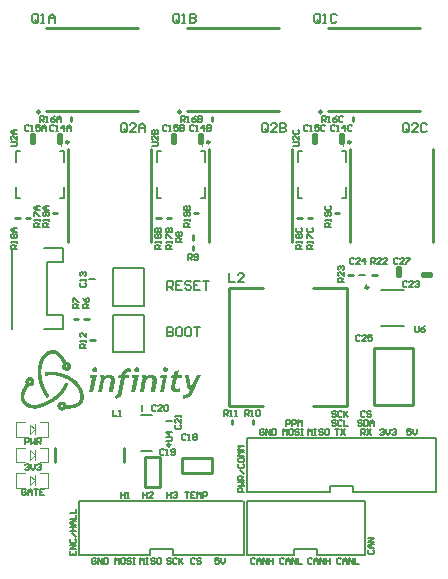
<source format=gto>
G04 Layer_Color=65535*
%FSAX25Y25*%
%MOIN*%
G70*
G01*
G75*
%ADD40C,0.01000*%
%ADD79C,0.00787*%
%ADD80C,0.00984*%
%ADD81C,0.00500*%
%ADD82C,0.00394*%
%ADD83C,0.00800*%
G36*
X0579086Y0269500D02*
X0577744D01*
X0578600Y0274070D01*
X0577871D01*
X0578091Y0275123D01*
X0580139D01*
X0579086Y0269500D01*
D02*
G37*
G36*
X0573174Y0274625D02*
X0573185Y0274637D01*
X0573209Y0274649D01*
X0573243Y0274683D01*
X0573301Y0274718D01*
X0573359Y0274764D01*
X0573440Y0274811D01*
X0573544Y0274868D01*
X0573648Y0274926D01*
X0573764Y0274984D01*
X0573903Y0275042D01*
X0574192Y0275135D01*
X0574528Y0275204D01*
X0574713Y0275216D01*
X0574909Y0275227D01*
X0574979D01*
X0575071Y0275216D01*
X0575176Y0275204D01*
X0575314Y0275181D01*
X0575453Y0275146D01*
X0575615Y0275088D01*
X0575777Y0275030D01*
X0575939Y0274938D01*
X0576101Y0274834D01*
X0576240Y0274707D01*
X0576379Y0274545D01*
X0576483Y0274359D01*
X0576576Y0274140D01*
X0576622Y0273897D01*
X0576645Y0273607D01*
Y0273596D01*
Y0273561D01*
Y0273492D01*
X0576633Y0273411D01*
X0576622Y0273318D01*
X0576610Y0273202D01*
X0576587Y0273064D01*
X0576564Y0272925D01*
X0575939Y0269500D01*
X0574585D01*
X0575187Y0272774D01*
Y0272797D01*
X0575199Y0272844D01*
X0575210Y0272913D01*
X0575222Y0273006D01*
X0575233Y0273110D01*
X0575245Y0273214D01*
X0575256Y0273330D01*
Y0273434D01*
Y0273445D01*
Y0273468D01*
Y0273503D01*
X0575245Y0273550D01*
X0575210Y0273654D01*
X0575152Y0273793D01*
X0575106Y0273850D01*
X0575060Y0273920D01*
X0574990Y0273978D01*
X0574909Y0274035D01*
X0574817Y0274070D01*
X0574701Y0274105D01*
X0574585Y0274128D01*
X0574435Y0274140D01*
X0574366D01*
X0574319Y0274128D01*
X0574181Y0274105D01*
X0574018Y0274070D01*
X0573822Y0273989D01*
X0573602Y0273885D01*
X0573498Y0273816D01*
X0573382Y0273735D01*
X0573278Y0273642D01*
X0573174Y0273538D01*
X0572422Y0269500D01*
X0571091D01*
X0571890Y0273711D01*
Y0273735D01*
X0571901Y0273793D01*
X0571913Y0273885D01*
Y0274012D01*
Y0274035D01*
Y0274093D01*
X0571901Y0274186D01*
X0571890Y0274313D01*
X0571878Y0274464D01*
X0571855Y0274637D01*
X0571809Y0274822D01*
X0571762Y0275019D01*
X0573058Y0275250D01*
X0573174Y0274625D01*
D02*
G37*
G36*
X0556143Y0277738D02*
X0556224Y0277715D01*
X0556316Y0277692D01*
X0556421Y0277645D01*
X0556513Y0277587D01*
X0556617Y0277506D01*
X0556629Y0277495D01*
X0556652Y0277460D01*
X0556698Y0277414D01*
X0556744Y0277344D01*
X0556791Y0277263D01*
X0556837Y0277171D01*
X0556860Y0277055D01*
X0556872Y0276928D01*
Y0276916D01*
Y0276870D01*
X0556860Y0276801D01*
X0556837Y0276720D01*
X0556814Y0276627D01*
X0556768Y0276523D01*
X0556698Y0276430D01*
X0556617Y0276338D01*
X0556606Y0276326D01*
X0556571Y0276303D01*
X0556513Y0276268D01*
X0556444Y0276222D01*
X0556363Y0276176D01*
X0556259Y0276141D01*
X0556143Y0276118D01*
X0556016Y0276107D01*
X0555958D01*
X0555888Y0276118D01*
X0555807Y0276141D01*
X0555703Y0276164D01*
X0555611Y0276199D01*
X0555507Y0276257D01*
X0555402Y0276338D01*
X0555391Y0276349D01*
X0555368Y0276384D01*
X0555321Y0276430D01*
X0555287Y0276500D01*
X0555240Y0276581D01*
X0555194Y0276685D01*
X0555171Y0276801D01*
X0555159Y0276928D01*
Y0276940D01*
Y0276986D01*
X0555171Y0277055D01*
X0555194Y0277136D01*
X0555217Y0277217D01*
X0555264Y0277321D01*
X0555321Y0277414D01*
X0555402Y0277506D01*
X0555414Y0277518D01*
X0555449Y0277541D01*
X0555507Y0277587D01*
X0555576Y0277634D01*
X0555668Y0277668D01*
X0555773Y0277715D01*
X0555888Y0277738D01*
X0556016Y0277749D01*
X0556074D01*
X0556143Y0277738D01*
D02*
G37*
G36*
X0588481Y0268945D02*
X0588470Y0268921D01*
X0588446Y0268875D01*
X0588388Y0268794D01*
X0588319Y0268690D01*
X0588227Y0268563D01*
X0588111Y0268424D01*
X0587972Y0268274D01*
X0587810Y0268123D01*
X0587613Y0267973D01*
X0587394Y0267822D01*
X0587150Y0267684D01*
X0586873Y0267556D01*
X0586560Y0267452D01*
X0586225Y0267359D01*
X0585855Y0267313D01*
X0585450Y0267290D01*
Y0268551D01*
X0585519D01*
X0585589Y0268563D01*
X0585693D01*
X0585808Y0268586D01*
X0585936Y0268609D01*
X0586086Y0268632D01*
X0586248Y0268678D01*
X0586398Y0268725D01*
X0586560Y0268794D01*
X0586722Y0268864D01*
X0586873Y0268956D01*
X0587023Y0269072D01*
X0587150Y0269199D01*
X0587255Y0269350D01*
X0587347Y0269512D01*
X0587613Y0270148D01*
X0587602D01*
X0587579Y0270160D01*
X0587544Y0270171D01*
X0587498Y0270194D01*
X0587440Y0270229D01*
X0587382Y0270275D01*
X0587301Y0270333D01*
X0587231Y0270414D01*
X0587150Y0270495D01*
X0587070Y0270599D01*
X0586988Y0270726D01*
X0586907Y0270865D01*
X0586838Y0271027D01*
X0586769Y0271212D01*
X0586711Y0271421D01*
X0586653Y0271652D01*
X0585993Y0275123D01*
X0587370D01*
Y0275112D01*
X0587382Y0275077D01*
Y0275030D01*
X0587394Y0274961D01*
X0587417Y0274880D01*
X0587428Y0274776D01*
X0587451Y0274672D01*
X0587463Y0274545D01*
X0587521Y0274255D01*
X0587567Y0273943D01*
X0587625Y0273607D01*
X0587694Y0273249D01*
X0587764Y0272902D01*
X0587821Y0272554D01*
X0587891Y0272231D01*
X0587949Y0271930D01*
X0587984Y0271802D01*
X0588007Y0271675D01*
X0588041Y0271571D01*
X0588064Y0271467D01*
X0588088Y0271397D01*
X0588111Y0271328D01*
X0588134Y0271282D01*
X0588145Y0271259D01*
X0589950Y0275123D01*
X0591443D01*
X0588481Y0268945D01*
D02*
G37*
G36*
X0555541Y0269500D02*
X0554199D01*
X0555055Y0274070D01*
X0554326D01*
X0554546Y0275123D01*
X0556594D01*
X0555541Y0269500D01*
D02*
G37*
G36*
X0583610Y0275123D02*
X0585160D01*
X0584929Y0274070D01*
X0583379D01*
X0582812Y0271571D01*
Y0271560D01*
X0582800Y0271525D01*
X0582789Y0271467D01*
Y0271397D01*
X0582765Y0271235D01*
X0582754Y0271074D01*
Y0271062D01*
Y0271050D01*
X0582765Y0270981D01*
X0582789Y0270888D01*
X0582835Y0270784D01*
X0582916Y0270680D01*
X0583032Y0270588D01*
X0583101Y0270553D01*
X0583193Y0270518D01*
X0583286Y0270507D01*
X0583402Y0270495D01*
X0583460D01*
X0583529Y0270507D01*
X0583633Y0270530D01*
X0583760Y0270564D01*
X0583922Y0270611D01*
X0584119Y0270669D01*
X0584350Y0270761D01*
Y0269581D01*
X0584339D01*
X0584327Y0269569D01*
X0584293D01*
X0584246Y0269558D01*
X0584189Y0269535D01*
X0584119Y0269523D01*
X0584038Y0269512D01*
X0583946Y0269488D01*
X0583726Y0269454D01*
X0583460Y0269431D01*
X0583147Y0269407D01*
X0582800Y0269396D01*
X0582742D01*
X0582696Y0269407D01*
X0582580Y0269419D01*
X0582430Y0269442D01*
X0582268Y0269488D01*
X0582094Y0269558D01*
X0581932Y0269662D01*
X0581770Y0269789D01*
X0581759Y0269812D01*
X0581713Y0269859D01*
X0581655Y0269951D01*
X0581585Y0270067D01*
X0581504Y0270217D01*
X0581447Y0270391D01*
X0581400Y0270599D01*
X0581389Y0270830D01*
Y0270842D01*
Y0270865D01*
Y0270912D01*
X0581400Y0270958D01*
X0581412Y0271097D01*
X0581435Y0271247D01*
X0582071Y0274070D01*
X0581423D01*
X0581643Y0275123D01*
X0582303D01*
X0582511Y0276268D01*
X0584003Y0276812D01*
X0583610Y0275123D01*
D02*
G37*
G36*
X0569518Y0269500D02*
X0568176D01*
X0569032Y0274070D01*
X0568303D01*
X0568523Y0275123D01*
X0570571D01*
X0569518Y0269500D01*
D02*
G37*
G36*
X0559197Y0274625D02*
X0559209Y0274637D01*
X0559232Y0274649D01*
X0559267Y0274683D01*
X0559325Y0274718D01*
X0559382Y0274764D01*
X0559464Y0274811D01*
X0559568Y0274868D01*
X0559672Y0274926D01*
X0559787Y0274984D01*
X0559926Y0275042D01*
X0560216Y0275135D01*
X0560551Y0275204D01*
X0560736Y0275216D01*
X0560933Y0275227D01*
X0561002D01*
X0561095Y0275216D01*
X0561199Y0275204D01*
X0561338Y0275181D01*
X0561477Y0275146D01*
X0561639Y0275088D01*
X0561801Y0275030D01*
X0561963Y0274938D01*
X0562125Y0274834D01*
X0562263Y0274707D01*
X0562402Y0274545D01*
X0562506Y0274359D01*
X0562599Y0274140D01*
X0562645Y0273897D01*
X0562668Y0273607D01*
Y0273596D01*
Y0273561D01*
Y0273492D01*
X0562657Y0273411D01*
X0562645Y0273318D01*
X0562634Y0273202D01*
X0562610Y0273064D01*
X0562587Y0272925D01*
X0561963Y0269500D01*
X0560609D01*
X0561210Y0272774D01*
Y0272797D01*
X0561222Y0272844D01*
X0561234Y0272913D01*
X0561245Y0273006D01*
X0561257Y0273110D01*
X0561268Y0273214D01*
X0561280Y0273330D01*
Y0273434D01*
Y0273445D01*
Y0273468D01*
Y0273503D01*
X0561268Y0273550D01*
X0561234Y0273654D01*
X0561176Y0273793D01*
X0561130Y0273850D01*
X0561083Y0273920D01*
X0561014Y0273978D01*
X0560933Y0274035D01*
X0560840Y0274070D01*
X0560725Y0274105D01*
X0560609Y0274128D01*
X0560459Y0274140D01*
X0560389D01*
X0560343Y0274128D01*
X0560204Y0274105D01*
X0560042Y0274070D01*
X0559845Y0273989D01*
X0559625Y0273885D01*
X0559521Y0273816D01*
X0559406Y0273735D01*
X0559302Y0273642D01*
X0559197Y0273538D01*
X0558445Y0269500D01*
X0557115D01*
X0557913Y0273711D01*
Y0273735D01*
X0557925Y0273793D01*
X0557936Y0273885D01*
Y0274012D01*
Y0274035D01*
Y0274093D01*
X0557925Y0274186D01*
X0557913Y0274313D01*
X0557901Y0274464D01*
X0557878Y0274637D01*
X0557832Y0274822D01*
X0557786Y0275019D01*
X0559082Y0275250D01*
X0559197Y0274625D01*
D02*
G37*
G36*
X0570119Y0277738D02*
X0570200Y0277715D01*
X0570293Y0277692D01*
X0570397Y0277645D01*
X0570490Y0277587D01*
X0570594Y0277506D01*
X0570605Y0277495D01*
X0570628Y0277460D01*
X0570675Y0277414D01*
X0570721Y0277344D01*
X0570767Y0277263D01*
X0570814Y0277171D01*
X0570837Y0277055D01*
X0570848Y0276928D01*
Y0276916D01*
Y0276870D01*
X0570837Y0276801D01*
X0570814Y0276720D01*
X0570790Y0276627D01*
X0570744Y0276523D01*
X0570675Y0276430D01*
X0570594Y0276338D01*
X0570582Y0276326D01*
X0570547Y0276303D01*
X0570490Y0276268D01*
X0570420Y0276222D01*
X0570339Y0276176D01*
X0570235Y0276141D01*
X0570119Y0276118D01*
X0569992Y0276107D01*
X0569934D01*
X0569865Y0276118D01*
X0569784Y0276141D01*
X0569680Y0276164D01*
X0569587Y0276199D01*
X0569483Y0276257D01*
X0569379Y0276338D01*
X0569367Y0276349D01*
X0569344Y0276384D01*
X0569298Y0276430D01*
X0569263Y0276500D01*
X0569217Y0276581D01*
X0569171Y0276685D01*
X0569148Y0276801D01*
X0569136Y0276928D01*
Y0276940D01*
Y0276986D01*
X0569148Y0277055D01*
X0569171Y0277136D01*
X0569194Y0277217D01*
X0569240Y0277321D01*
X0569298Y0277414D01*
X0569379Y0277506D01*
X0569390Y0277518D01*
X0569425Y0277541D01*
X0569483Y0277587D01*
X0569553Y0277634D01*
X0569645Y0277668D01*
X0569749Y0277715D01*
X0569865Y0277738D01*
X0569992Y0277749D01*
X0570050D01*
X0570119Y0277738D01*
D02*
G37*
G36*
X0541447Y0276242D02*
X0541606Y0276239D01*
X0541606D01*
X0541779Y0276233D01*
X0541965Y0276224D01*
X0542173Y0276212D01*
X0542179Y0276205D01*
X0542326Y0276200D01*
X0542447Y0276186D01*
X0542566Y0276172D01*
X0543442Y0276068D01*
X0544150Y0275927D01*
X0544270Y0275903D01*
X0544543Y0275849D01*
X0544662Y0275816D01*
X0544662Y0275816D01*
X0544955Y0275733D01*
Y0275733D01*
X0545195Y0275665D01*
X0545209Y0275673D01*
X0545411Y0275612D01*
X0545609Y0275549D01*
X0545793Y0275487D01*
X0545964Y0275428D01*
X0546120Y0275371D01*
X0546276Y0275312D01*
X0546418Y0275256D01*
X0546559Y0275199D01*
X0546687Y0275145D01*
X0546813Y0275090D01*
X0546940Y0275033D01*
X0546940D01*
X0547065Y0274976D01*
X0547178Y0274922D01*
X0547289Y0274868D01*
X0547400Y0274813D01*
X0547510Y0274756D01*
X0547620Y0274699D01*
X0547729Y0274640D01*
X0547837Y0274580D01*
X0547932Y0274526D01*
X0548027Y0274471D01*
X0548122Y0274415D01*
X0548215Y0274358D01*
X0548308Y0274301D01*
X0548400Y0274242D01*
X0548492Y0274183D01*
X0548582Y0274123D01*
X0548672Y0274061D01*
X0548762Y0273999D01*
X0548850Y0273936D01*
X0548938Y0273872D01*
X0549025Y0273808D01*
X0549111Y0273742D01*
X0549197Y0273675D01*
X0549281Y0273608D01*
X0549365Y0273539D01*
X0549448Y0273470D01*
X0549530Y0273400D01*
X0549611Y0273329D01*
X0549691Y0273257D01*
X0549770Y0273184D01*
X0549849Y0273111D01*
X0549935Y0273027D01*
X0550021Y0272941D01*
X0550106Y0272855D01*
X0550189Y0272768D01*
X0550271Y0272679D01*
X0550361Y0272579D01*
X0550449Y0272478D01*
X0550456Y0272469D01*
X0550532Y0272373D01*
X0550607Y0272277D01*
X0550622Y0272257D01*
X0550710Y0272138D01*
Y0272138D01*
X0550806Y0272009D01*
X0550878Y0271909D01*
X0551016Y0271714D01*
X0551016Y0271714D01*
X0551070Y0271638D01*
X0551087Y0271613D01*
X0551139Y0271538D01*
X0551198Y0271431D01*
X0551264Y0271313D01*
X0551264Y0271313D01*
X0551434Y0271005D01*
X0551499Y0270899D01*
X0551516Y0270865D01*
X0551536Y0270824D01*
X0551556Y0270783D01*
X0551576Y0270742D01*
X0551596Y0270701D01*
X0551615Y0270661D01*
X0551635Y0270620D01*
X0551653Y0270580D01*
X0551672Y0270539D01*
X0551691Y0270499D01*
X0551709Y0270459D01*
X0551727Y0270419D01*
X0551745Y0270378D01*
X0551762Y0270339D01*
X0551779Y0270299D01*
X0551796Y0270259D01*
X0551813Y0270219D01*
X0551829Y0270179D01*
X0551846Y0270140D01*
X0551861Y0270100D01*
X0551877Y0270061D01*
X0551893Y0270022D01*
Y0270022D01*
X0551908Y0269983D01*
X0551923Y0269944D01*
X0551938Y0269904D01*
X0551952Y0269866D01*
X0551966Y0269827D01*
X0551980Y0269788D01*
X0551994Y0269749D01*
X0551994D01*
X0552007Y0269711D01*
X0552021Y0269672D01*
X0552034Y0269634D01*
X0552046Y0269596D01*
X0552059Y0269558D01*
X0552071Y0269520D01*
X0552083Y0269482D01*
X0552095Y0269444D01*
X0552106Y0269406D01*
X0552118Y0269368D01*
X0552129Y0269331D01*
X0552139Y0269293D01*
Y0269293D01*
X0552150Y0269256D01*
X0552160Y0269218D01*
X0552170Y0269181D01*
X0552180Y0269144D01*
X0552189Y0269107D01*
X0552199Y0269070D01*
X0552208Y0269033D01*
X0552216Y0268997D01*
X0552225Y0268960D01*
X0552233Y0268923D01*
X0552241Y0268887D01*
X0552249Y0268851D01*
X0552256Y0268814D01*
X0552264Y0268778D01*
X0552271Y0268742D01*
X0552277Y0268706D01*
X0552277Y0268706D01*
X0552284Y0268671D01*
X0552290Y0268635D01*
X0552296Y0268599D01*
X0552302Y0268564D01*
X0552307Y0268528D01*
X0552313Y0268493D01*
X0552318Y0268458D01*
X0552322Y0268423D01*
X0552327Y0268388D01*
X0552331Y0268353D01*
X0552335Y0268318D01*
X0552339Y0268283D01*
X0552343Y0268249D01*
X0552346Y0268214D01*
X0552349Y0268179D01*
X0552349D01*
X0552352Y0268145D01*
X0552354Y0268111D01*
X0552356Y0268077D01*
X0552358Y0268043D01*
X0552360Y0268009D01*
X0552362Y0267975D01*
X0552363Y0267942D01*
X0552364Y0267908D01*
X0552365Y0267869D01*
X0552365Y0267830D01*
X0552366Y0267791D01*
X0552365Y0267753D01*
X0552365Y0267714D01*
X0552364Y0267676D01*
X0552363Y0267638D01*
X0552362Y0267600D01*
X0552360Y0267562D01*
X0552358Y0267524D01*
X0552355Y0267487D01*
X0552352Y0267444D01*
X0552348Y0267401D01*
X0552344Y0267359D01*
X0552339Y0267317D01*
X0552334Y0267275D01*
X0552328Y0267228D01*
X0552321Y0267181D01*
X0552314Y0267135D01*
X0552306Y0267089D01*
X0552297Y0267038D01*
X0552289Y0266997D01*
X0552250Y0266879D01*
X0552248Y0266867D01*
X0552225Y0266775D01*
X0552213Y0266722D01*
X0552201Y0266677D01*
X0552173Y0266586D01*
X0552147Y0266519D01*
X0552100Y0266406D01*
X0551988Y0266136D01*
X0551845Y0265903D01*
X0551782Y0265799D01*
X0551770Y0265781D01*
X0551732Y0265717D01*
X0551657Y0265623D01*
X0551620Y0265580D01*
X0551581Y0265533D01*
X0551513Y0265454D01*
X0551411Y0265335D01*
X0551327Y0265246D01*
X0551237Y0265169D01*
X0551189Y0265127D01*
Y0265127D01*
X0551141Y0265087D01*
X0551102Y0265054D01*
X0551092Y0265045D01*
X0551030Y0264992D01*
X0551030Y0264992D01*
X0550969Y0264940D01*
X0550883Y0264872D01*
X0550814Y0264823D01*
X0550811Y0264821D01*
X0550765Y0264790D01*
X0550717Y0264759D01*
X0550674Y0264732D01*
X0550630Y0264705D01*
X0550589Y0264682D01*
X0550549Y0264658D01*
X0550508Y0264635D01*
X0550467Y0264613D01*
X0550430Y0264593D01*
X0550393Y0264574D01*
X0550355Y0264555D01*
X0550317Y0264536D01*
X0550280Y0264518D01*
X0550242Y0264500D01*
X0550208Y0264484D01*
X0550174Y0264469D01*
X0550139Y0264454D01*
X0550105Y0264439D01*
X0550071Y0264424D01*
X0550036Y0264410D01*
X0550001Y0264396D01*
X0549966Y0264382D01*
X0549932Y0264369D01*
X0549896Y0264355D01*
X0549896D01*
X0549861Y0264342D01*
X0549826Y0264330D01*
X0549795Y0264319D01*
X0549764Y0264308D01*
X0549733Y0264298D01*
X0549702Y0264287D01*
X0549671Y0264277D01*
X0549671D01*
X0549639Y0264267D01*
X0549608Y0264257D01*
X0549577Y0264248D01*
X0549545Y0264238D01*
X0549513Y0264229D01*
X0549482Y0264220D01*
X0549450Y0264211D01*
X0549418Y0264202D01*
X0549386Y0264194D01*
X0549355Y0264186D01*
X0549323Y0264177D01*
X0549291Y0264169D01*
X0549259Y0264161D01*
X0549227Y0264154D01*
X0549194Y0264146D01*
X0549194D01*
X0549162Y0264139D01*
X0549130Y0264132D01*
X0549098Y0264125D01*
X0549098D01*
X0549065Y0264118D01*
X0549033Y0264111D01*
X0549001Y0264105D01*
X0548968Y0264099D01*
X0548936Y0264092D01*
X0548903Y0264086D01*
X0548871Y0264081D01*
X0548838Y0264075D01*
X0548806Y0264069D01*
X0548773Y0264064D01*
X0548740Y0264058D01*
X0548708Y0264053D01*
X0548675Y0264048D01*
X0548642Y0264044D01*
X0548610Y0264039D01*
X0548577Y0264034D01*
X0548544Y0264030D01*
X0548544Y0264030D01*
X0548512Y0264026D01*
X0548479Y0264021D01*
X0548446Y0264018D01*
X0548414Y0264014D01*
X0548414D01*
X0548381Y0264010D01*
X0548348Y0264006D01*
X0548315Y0264003D01*
X0548282Y0263999D01*
X0548250Y0263996D01*
X0548217Y0263993D01*
X0548184Y0263990D01*
X0548152Y0263987D01*
X0548119Y0263985D01*
Y0263985D01*
X0548086Y0263982D01*
X0548054Y0263980D01*
X0548021Y0263977D01*
X0547988Y0263975D01*
X0547956Y0263973D01*
X0547923Y0263971D01*
X0547890Y0263969D01*
X0547858Y0263967D01*
X0547825Y0263965D01*
X0547793Y0263964D01*
X0547760Y0263962D01*
X0547728Y0263961D01*
X0547695Y0263960D01*
X0547663Y0263958D01*
X0547631Y0263957D01*
X0547598Y0263956D01*
X0547566Y0263955D01*
X0547534Y0263955D01*
X0547502Y0263954D01*
X0547469Y0263953D01*
X0547437Y0263953D01*
X0547405Y0263953D01*
X0547373Y0263952D01*
X0547341Y0263952D01*
X0547309Y0263952D01*
X0547273Y0263952D01*
X0547257Y0263952D01*
X0547230Y0263952D01*
X0547205Y0263952D01*
X0547180Y0263952D01*
X0547154Y0263952D01*
X0547129Y0263953D01*
X0547104Y0263953D01*
X0547080Y0263953D01*
X0547056Y0263954D01*
X0547031Y0263954D01*
X0547031Y0263954D01*
X0547007Y0263955D01*
X0546984Y0263955D01*
X0546961Y0263956D01*
X0546938Y0263956D01*
X0546915Y0263957D01*
X0546892Y0263958D01*
X0546870Y0263958D01*
X0546848Y0263959D01*
X0546826Y0263960D01*
X0546805Y0263961D01*
X0546784Y0263961D01*
X0546763Y0263962D01*
X0546743Y0263963D01*
X0546723Y0263964D01*
X0546703Y0263965D01*
X0546703D01*
X0546683Y0263965D01*
X0546664Y0263966D01*
X0546645Y0263967D01*
X0546627Y0263968D01*
X0546608Y0263969D01*
X0546590Y0263970D01*
X0546572Y0263971D01*
X0546554Y0263971D01*
X0546536Y0263972D01*
X0546519Y0263973D01*
X0546502Y0263974D01*
X0546486Y0263975D01*
X0546469Y0263976D01*
X0546453Y0263977D01*
X0546437Y0263978D01*
X0546421Y0263979D01*
X0546421D01*
X0546405Y0263980D01*
X0546390Y0263981D01*
X0546376Y0263982D01*
X0546360Y0263983D01*
X0546359Y0263983D01*
X0546358Y0263983D01*
X0546358Y0263983D01*
X0546356Y0263982D01*
X0546355Y0263981D01*
Y0263981D01*
X0546340Y0263969D01*
X0546279Y0263890D01*
X0546261Y0263868D01*
X0546196Y0263775D01*
X0546190Y0263766D01*
X0546178Y0263754D01*
X0546164Y0263739D01*
X0546150Y0263724D01*
X0546136Y0263710D01*
X0546123Y0263697D01*
X0546120Y0263694D01*
X0546020Y0263620D01*
X0546009Y0263611D01*
X0545974Y0263582D01*
X0545939Y0263555D01*
X0545887Y0263518D01*
X0545847Y0263492D01*
X0545806Y0263469D01*
X0545633Y0263376D01*
X0545539Y0263347D01*
X0545452Y0263313D01*
X0545361Y0263299D01*
X0545331Y0263295D01*
X0545247Y0263276D01*
X0545162Y0263275D01*
X0545119Y0263270D01*
X0545038Y0263269D01*
X0544978Y0263271D01*
X0544937Y0263275D01*
X0544925Y0263276D01*
X0544877Y0263281D01*
X0544843Y0263284D01*
X0544820Y0263287D01*
X0544796Y0263290D01*
X0544758Y0263296D01*
X0544727Y0263302D01*
X0544697Y0263309D01*
X0544658Y0263318D01*
X0544631Y0263326D01*
X0544569Y0263344D01*
X0544452Y0263383D01*
X0544366Y0263429D01*
X0544314Y0263457D01*
X0544265Y0263484D01*
X0544212Y0263519D01*
X0544178Y0263542D01*
X0544140Y0263570D01*
X0544134Y0263575D01*
X0544032Y0263646D01*
X0544029Y0263648D01*
X0544012Y0263664D01*
X0544007Y0263669D01*
X0543926Y0263763D01*
X0543908Y0263785D01*
X0543907Y0263786D01*
X0543888Y0263809D01*
X0543888Y0263809D01*
X0543866Y0263835D01*
X0543828Y0263882D01*
X0543823Y0263888D01*
X0543791Y0263932D01*
X0543747Y0263997D01*
X0543742Y0264005D01*
X0543656Y0264167D01*
X0543611Y0264281D01*
X0543580Y0264384D01*
X0543566Y0264435D01*
X0543553Y0264494D01*
X0543541Y0264564D01*
X0543538Y0264589D01*
X0543532Y0264649D01*
X0543529Y0264679D01*
X0543529Y0264681D01*
X0543529Y0264688D01*
X0543526Y0264719D01*
X0543524Y0264768D01*
X0543524Y0264794D01*
X0543524Y0264834D01*
X0543527Y0264887D01*
X0543530Y0264916D01*
X0543532Y0265025D01*
X0543548Y0265099D01*
X0543563Y0265153D01*
X0543572Y0265183D01*
X0543574Y0265190D01*
X0543607Y0265299D01*
Y0265299D01*
X0543607Y0265299D01*
X0543649Y0265414D01*
X0543694Y0265498D01*
X0543694D01*
X0543729Y0265564D01*
X0543774Y0265637D01*
X0543823Y0265704D01*
X0543829Y0265712D01*
X0543877Y0265782D01*
X0543898Y0265812D01*
X0543967Y0265877D01*
X0544013Y0265917D01*
X0544034Y0265934D01*
X0544039Y0265939D01*
X0544049Y0265946D01*
X0544086Y0265977D01*
X0544139Y0266021D01*
X0544237Y0266092D01*
X0544254Y0266105D01*
X0544295Y0266136D01*
X0544489Y0266217D01*
X0544604Y0266256D01*
X0544652Y0266271D01*
X0544724Y0266289D01*
X0544801Y0266303D01*
X0544848Y0266308D01*
X0544853Y0266309D01*
X0544976Y0266331D01*
X0544980Y0266331D01*
X0544994Y0266331D01*
X0545118Y0266322D01*
X0545148Y0266319D01*
X0545149Y0266319D01*
X0545172Y0266316D01*
X0545229Y0266311D01*
X0545249Y0266309D01*
X0545275Y0266305D01*
X0545303Y0266302D01*
X0545360Y0266291D01*
X0545404Y0266282D01*
X0545445Y0266271D01*
X0545636Y0266213D01*
X0545745Y0266155D01*
X0545815Y0266118D01*
X0545893Y0266070D01*
X0545962Y0266020D01*
X0545975Y0266009D01*
X0546022Y0265971D01*
X0546045Y0265951D01*
X0546045Y0265951D01*
X0546046Y0265951D01*
X0546073Y0265928D01*
X0546153Y0265854D01*
X0546176Y0265827D01*
X0546193Y0265806D01*
X0546197Y0265802D01*
X0546208Y0265788D01*
X0546233Y0265757D01*
X0546261Y0265724D01*
X0546307Y0265664D01*
X0546364Y0265574D01*
X0546465Y0265385D01*
X0546479Y0265337D01*
X0546512Y0265230D01*
X0546521Y0265201D01*
X0546536Y0265200D01*
X0546537Y0265199D01*
Y0265199D01*
X0546554Y0265198D01*
Y0265198D01*
X0546562Y0265198D01*
X0546571Y0265198D01*
X0546571Y0265198D01*
X0546583Y0265197D01*
X0546588Y0265197D01*
Y0265197D01*
X0546606Y0265196D01*
X0546609Y0265195D01*
X0546609D01*
X0546614Y0265195D01*
X0546628Y0265195D01*
X0546630Y0265194D01*
Y0265195D01*
X0546652Y0265193D01*
X0546652Y0265193D01*
Y0265193D01*
X0546673Y0265192D01*
X0546673D01*
X0546695Y0265191D01*
Y0265191D01*
X0546695Y0265191D01*
X0546716Y0265190D01*
Y0265190D01*
X0546716Y0265190D01*
X0546737Y0265189D01*
X0546737Y0265189D01*
Y0265189D01*
X0546759Y0265188D01*
X0546780Y0265188D01*
X0546780D01*
X0546802Y0265187D01*
X0546802D01*
X0546824Y0265186D01*
X0546824D01*
X0546845Y0265185D01*
X0546845Y0265185D01*
Y0265185D01*
X0546867Y0265184D01*
X0546867D01*
X0546889Y0265183D01*
X0546889D01*
X0546911Y0265183D01*
X0546933Y0265182D01*
X0546933D01*
X0546954Y0265181D01*
X0546954D01*
X0546976Y0265181D01*
X0546976D01*
X0546998Y0265180D01*
X0547020Y0265180D01*
X0547020D01*
X0547042Y0265179D01*
Y0265179D01*
X0547043Y0265179D01*
X0547064Y0265179D01*
X0547064D01*
X0547087Y0265178D01*
X0547087D01*
X0547109Y0265178D01*
X0547109D01*
X0547131Y0265178D01*
X0547131D01*
X0547153Y0265178D01*
X0547153D01*
X0547175Y0265177D01*
X0547175D01*
X0547198Y0265177D01*
X0547198Y0265177D01*
X0547198Y0265177D01*
X0547220Y0265177D01*
X0547220D01*
X0547242Y0265177D01*
X0547265Y0265177D01*
X0547265D01*
X0547287Y0265177D01*
X0547287D01*
X0547309Y0265177D01*
X0547309D01*
X0547332Y0265177D01*
X0547332D01*
X0547354Y0265177D01*
X0547354D01*
X0547377Y0265177D01*
X0547377D01*
X0547399Y0265177D01*
X0547399D01*
X0547422Y0265178D01*
X0547422Y0265178D01*
Y0265178D01*
X0547444Y0265178D01*
X0547444D01*
X0547467Y0265178D01*
X0547467D01*
X0547489Y0265179D01*
X0547489Y0265179D01*
X0547512Y0265179D01*
X0547512Y0265179D01*
X0547512Y0265179D01*
X0547534Y0265180D01*
X0547534D01*
X0547557Y0265180D01*
X0547557D01*
X0547579Y0265181D01*
X0547579D01*
X0547602Y0265182D01*
X0547602D01*
X0547625Y0265182D01*
X0547625Y0265182D01*
Y0265182D01*
X0547647Y0265183D01*
X0547647D01*
X0547670Y0265184D01*
X0547670D01*
X0547693Y0265185D01*
X0547693D01*
X0547715Y0265186D01*
X0547715Y0265186D01*
Y0265186D01*
X0547738Y0265187D01*
X0547738D01*
X0547761Y0265188D01*
X0547761D01*
X0547783Y0265189D01*
X0547783D01*
X0547806Y0265190D01*
X0547806D01*
X0547829Y0265192D01*
X0547829D01*
X0547851Y0265193D01*
X0547851Y0265193D01*
X0547851Y0265193D01*
X0547874Y0265194D01*
X0547874D01*
X0547897Y0265196D01*
X0547897D01*
X0547919Y0265197D01*
X0547919Y0265197D01*
Y0265197D01*
X0547942Y0265199D01*
X0547942Y0265199D01*
X0547942Y0265199D01*
X0547965Y0265200D01*
X0547965D01*
X0547987Y0265202D01*
X0547987D01*
X0548010Y0265204D01*
X0548010Y0265204D01*
X0548010D01*
X0548033Y0265206D01*
X0548055Y0265208D01*
X0548055D01*
X0548078Y0265210D01*
Y0265210D01*
X0548078Y0265210D01*
X0548101Y0265212D01*
X0548101D01*
X0548123Y0265214D01*
X0548123D01*
X0548146Y0265216D01*
X0548146D01*
X0548169Y0265218D01*
X0548169Y0265218D01*
X0548169Y0265218D01*
X0548191Y0265220D01*
X0548191D01*
X0548214Y0265223D01*
X0548214D01*
X0548236Y0265225D01*
X0548236Y0265225D01*
X0548236Y0265225D01*
X0548259Y0265228D01*
X0548259Y0265228D01*
X0548259D01*
X0548281Y0265230D01*
X0548281D01*
X0548304Y0265233D01*
X0548304D01*
X0548326Y0265236D01*
X0548326Y0265236D01*
X0548326D01*
X0548349Y0265239D01*
X0548349Y0265239D01*
X0548349Y0265239D01*
X0548371Y0265242D01*
X0548371Y0265242D01*
X0548371Y0265242D01*
X0548394Y0265245D01*
X0548394Y0265245D01*
X0548394D01*
X0548416Y0265248D01*
X0548416Y0265248D01*
X0548416D01*
X0548439Y0265251D01*
X0548439D01*
X0548461Y0265254D01*
X0548461Y0265254D01*
X0548461D01*
X0548483Y0265257D01*
X0548484D01*
X0548506Y0265261D01*
X0548506D01*
X0548528Y0265264D01*
X0548528D01*
X0548550Y0265267D01*
X0548550Y0265267D01*
X0548550Y0265267D01*
X0548573Y0265271D01*
X0548573Y0265271D01*
X0548573Y0265271D01*
X0548595Y0265275D01*
X0548595Y0265275D01*
X0548595D01*
X0548617Y0265279D01*
X0548617D01*
X0548639Y0265282D01*
X0548639D01*
X0548661Y0265286D01*
X0548661Y0265286D01*
X0548661Y0265286D01*
X0548683Y0265290D01*
X0548684D01*
X0548705Y0265294D01*
X0548705Y0265294D01*
X0548706Y0265294D01*
X0548728Y0265299D01*
X0548728Y0265299D01*
X0548728Y0265299D01*
X0548749Y0265303D01*
X0548750Y0265303D01*
X0548750D01*
X0548771Y0265307D01*
X0548771Y0265307D01*
X0548771Y0265307D01*
X0548794Y0265312D01*
X0548794D01*
X0548815Y0265316D01*
X0548815Y0265316D01*
X0548815D01*
X0548837Y0265321D01*
X0548837D01*
X0548859Y0265325D01*
X0548859Y0265325D01*
X0548859Y0265325D01*
X0548881Y0265330D01*
X0548881Y0265330D01*
X0548881D01*
X0548903Y0265335D01*
X0548903D01*
X0548924Y0265340D01*
X0548924Y0265340D01*
X0548924D01*
X0548946Y0265345D01*
X0548946Y0265345D01*
X0548946D01*
X0548967Y0265350D01*
X0548968Y0265350D01*
X0548968D01*
X0548989Y0265355D01*
X0548989Y0265355D01*
X0548989Y0265355D01*
X0549011Y0265361D01*
X0549011Y0265361D01*
X0549011D01*
X0549032Y0265366D01*
X0549032Y0265366D01*
X0549032D01*
X0549053Y0265372D01*
X0549053Y0265372D01*
X0549053D01*
X0549075Y0265377D01*
X0549075Y0265377D01*
X0549075D01*
X0549096Y0265383D01*
X0549096D01*
X0549117Y0265389D01*
X0549117Y0265389D01*
X0549117D01*
X0549139Y0265395D01*
X0549139Y0265395D01*
X0549139D01*
X0549160Y0265401D01*
X0549160Y0265401D01*
X0549160D01*
X0549181Y0265407D01*
X0549181Y0265407D01*
X0549181D01*
X0549202Y0265413D01*
X0549202Y0265413D01*
X0549202D01*
X0549223Y0265420D01*
X0549223Y0265420D01*
X0549223D01*
X0549244Y0265426D01*
X0549244Y0265426D01*
X0549244D01*
X0549265Y0265433D01*
X0549265Y0265433D01*
X0549286Y0265439D01*
X0549286Y0265439D01*
X0549286D01*
X0549306Y0265446D01*
X0549306Y0265446D01*
X0549306D01*
X0549327Y0265453D01*
X0549327Y0265453D01*
X0549327Y0265453D01*
X0549348Y0265460D01*
X0549348Y0265460D01*
X0549348D01*
X0549368Y0265467D01*
X0549368Y0265467D01*
X0549368D01*
X0549389Y0265474D01*
X0549389Y0265474D01*
X0549389D01*
X0549409Y0265481D01*
X0549409Y0265481D01*
X0549409D01*
X0549430Y0265488D01*
X0549430Y0265488D01*
X0549430D01*
X0549450Y0265496D01*
X0549450Y0265496D01*
X0549450D01*
X0549470Y0265503D01*
X0549470Y0265503D01*
X0549470D01*
X0549490Y0265511D01*
X0549490D01*
X0549511Y0265519D01*
X0549511Y0265519D01*
X0549511D01*
X0549531Y0265527D01*
X0549531Y0265527D01*
X0549531D01*
X0549551Y0265535D01*
X0549551Y0265535D01*
X0549551D01*
X0549571Y0265543D01*
X0549571Y0265543D01*
X0549571D01*
X0549590Y0265551D01*
X0549590Y0265551D01*
X0549590D01*
X0549610Y0265559D01*
X0549610Y0265559D01*
X0549610D01*
X0549630Y0265568D01*
X0549630Y0265568D01*
X0549630D01*
X0549650Y0265576D01*
X0549650Y0265576D01*
X0549650D01*
X0549669Y0265585D01*
Y0265585D01*
X0549669D01*
X0549689Y0265594D01*
X0549689Y0265594D01*
X0549689D01*
X0549708Y0265603D01*
X0549708Y0265603D01*
X0549708D01*
X0549727Y0265612D01*
X0549727Y0265612D01*
X0549727Y0265612D01*
X0549751Y0265623D01*
X0549751Y0265623D01*
X0549751Y0265623D01*
X0549773Y0265634D01*
X0549773Y0265634D01*
X0549774D01*
X0549796Y0265645D01*
X0549796Y0265645D01*
X0549796D01*
X0549819Y0265657D01*
X0549819Y0265657D01*
X0549819D01*
X0549842Y0265668D01*
X0549842Y0265668D01*
X0549842D01*
X0549864Y0265680D01*
X0549864Y0265680D01*
X0549864D01*
X0549887Y0265692D01*
X0549887Y0265692D01*
X0549887D01*
X0549909Y0265704D01*
X0549909Y0265704D01*
X0549909D01*
X0549931Y0265717D01*
X0549931Y0265717D01*
X0549931D01*
X0549953Y0265729D01*
X0549953Y0265729D01*
X0549953Y0265729D01*
X0549975Y0265742D01*
X0549975Y0265742D01*
X0549975D01*
X0549996Y0265755D01*
X0549996Y0265755D01*
X0549997Y0265755D01*
X0550018Y0265768D01*
X0550018Y0265768D01*
X0550018D01*
X0550039Y0265781D01*
X0550039Y0265781D01*
X0550039Y0265781D01*
X0550064Y0265797D01*
X0550064Y0265797D01*
X0550064Y0265797D01*
X0550089Y0265812D01*
X0550089Y0265812D01*
X0550089Y0265813D01*
X0550113Y0265829D01*
X0550114Y0265829D01*
X0550114Y0265829D01*
X0550138Y0265845D01*
X0550138Y0265845D01*
X0550138D01*
X0550162Y0265862D01*
X0550162Y0265862D01*
X0550162Y0265862D01*
X0550186Y0265879D01*
X0550186Y0265879D01*
X0550186D01*
X0550213Y0265898D01*
X0550213Y0265898D01*
X0550213Y0265898D01*
X0550240Y0265918D01*
X0550240Y0265918D01*
X0550240Y0265918D01*
X0550266Y0265939D01*
X0550266Y0265939D01*
X0550266Y0265939D01*
X0550296Y0265962D01*
X0550296Y0265962D01*
X0550296Y0265962D01*
X0550325Y0265986D01*
X0550335Y0265994D01*
X0550412Y0266058D01*
X0550421Y0266066D01*
X0550422Y0266066D01*
X0550461Y0266098D01*
X0550462Y0266099D01*
X0550500Y0266130D01*
X0550500Y0266130D01*
X0550502Y0266132D01*
X0550506Y0266137D01*
X0550506Y0266137D01*
X0550551Y0266192D01*
X0550624Y0266280D01*
X0550624Y0266281D01*
X0550702Y0266375D01*
X0550771Y0266461D01*
X0550778Y0266473D01*
Y0266473D01*
X0550819Y0266550D01*
X0550839Y0266587D01*
Y0266587D01*
X0550876Y0266656D01*
X0550879Y0266661D01*
X0550932Y0266761D01*
X0550947Y0266788D01*
X0550955Y0266804D01*
X0550965Y0266823D01*
X0550965Y0266824D01*
X0550972Y0266846D01*
X0550984Y0266885D01*
X0551017Y0266991D01*
X0551026Y0267022D01*
X0551026Y0267022D01*
X0551026Y0267022D01*
X0551036Y0267053D01*
Y0267053D01*
X0551036Y0267053D01*
X0551044Y0267081D01*
X0551044Y0267081D01*
X0551044Y0267082D01*
X0551052Y0267110D01*
Y0267110D01*
X0551052Y0267110D01*
X0551059Y0267140D01*
Y0267140D01*
X0551059Y0267140D01*
X0551066Y0267166D01*
X0551066Y0267166D01*
X0551066Y0267166D01*
X0551072Y0267193D01*
X0551072Y0267193D01*
X0551072Y0267193D01*
X0551078Y0267219D01*
X0551078Y0267219D01*
X0551078Y0267219D01*
X0551084Y0267247D01*
Y0267247D01*
X0551084Y0267247D01*
X0551089Y0267274D01*
X0551089Y0267274D01*
X0551089Y0267274D01*
X0551093Y0267298D01*
X0551093Y0267298D01*
X0551093Y0267298D01*
X0551098Y0267323D01*
X0551098Y0267323D01*
X0551098Y0267323D01*
X0551102Y0267348D01*
Y0267348D01*
Y0267348D01*
X0551106Y0267373D01*
X0551106Y0267373D01*
X0551106Y0267373D01*
X0551110Y0267398D01*
X0551110Y0267398D01*
X0551110Y0267398D01*
X0551113Y0267423D01*
X0551113Y0267423D01*
X0551113Y0267423D01*
X0551116Y0267449D01*
X0551116Y0267449D01*
X0551116Y0267449D01*
X0551119Y0267471D01*
X0551119Y0267471D01*
X0551119Y0267471D01*
X0551122Y0267494D01*
X0551122Y0267494D01*
X0551122Y0267494D01*
X0551124Y0267516D01*
X0551124Y0267516D01*
X0551124Y0267516D01*
X0551126Y0267539D01*
X0551126Y0267539D01*
X0551126Y0267539D01*
X0551128Y0267562D01*
X0551128Y0267562D01*
X0551128Y0267562D01*
X0551130Y0267585D01*
X0551130Y0267585D01*
X0551130Y0267585D01*
X0551131Y0267608D01*
Y0267608D01*
X0551131Y0267608D01*
X0551133Y0267631D01*
X0551133Y0267631D01*
X0551133Y0267631D01*
X0551134Y0267655D01*
X0551134Y0267655D01*
X0551134Y0267655D01*
X0551135Y0267679D01*
X0551135Y0267679D01*
X0551135Y0267679D01*
X0551136Y0267703D01*
Y0267703D01*
X0551136Y0267703D01*
X0551137Y0267727D01*
X0551137Y0267727D01*
X0551137Y0267727D01*
X0551137Y0267751D01*
X0551137Y0267751D01*
X0551137Y0267751D01*
X0551137Y0267772D01*
X0551137Y0267772D01*
X0551137Y0267772D01*
X0551138Y0267792D01*
X0551138Y0267792D01*
X0551138Y0267792D01*
X0551138Y0267813D01*
X0551138Y0267813D01*
X0551138Y0267813D01*
X0551138Y0267833D01*
Y0267833D01*
Y0267833D01*
X0551137Y0267854D01*
X0551137Y0267854D01*
X0551137Y0267854D01*
X0551137Y0267875D01*
Y0267875D01*
Y0267875D01*
X0551136Y0267897D01*
X0551136Y0267897D01*
X0551136Y0267897D01*
X0551136Y0267918D01*
Y0267918D01*
Y0267918D01*
X0551135Y0267939D01*
Y0267939D01*
Y0267939D01*
X0551134Y0267961D01*
X0551134Y0267961D01*
X0551134Y0267961D01*
X0551133Y0267982D01*
X0551133Y0267982D01*
Y0267982D01*
X0551132Y0268004D01*
Y0268004D01*
Y0268004D01*
X0551130Y0268026D01*
X0551130Y0268026D01*
Y0268026D01*
X0551129Y0268048D01*
X0551129Y0268048D01*
Y0268048D01*
X0551127Y0268070D01*
X0551127Y0268070D01*
Y0268070D01*
X0551125Y0268093D01*
Y0268093D01*
Y0268093D01*
X0551124Y0268115D01*
X0551124Y0268115D01*
X0551124Y0268115D01*
X0551122Y0268138D01*
X0551122Y0268138D01*
Y0268138D01*
X0551119Y0268160D01*
X0551119Y0268160D01*
X0551119Y0268160D01*
X0551117Y0268183D01*
X0551117Y0268183D01*
Y0268183D01*
X0551114Y0268206D01*
X0551114Y0268206D01*
X0551114Y0268206D01*
X0551112Y0268229D01*
Y0268229D01*
Y0268229D01*
X0551109Y0268252D01*
X0551109Y0268252D01*
Y0268252D01*
X0551106Y0268276D01*
X0551106Y0268276D01*
Y0268276D01*
X0551103Y0268299D01*
X0551103Y0268299D01*
Y0268299D01*
X0551099Y0268323D01*
X0551099Y0268323D01*
X0551099Y0268323D01*
X0551096Y0268347D01*
X0551096Y0268347D01*
X0551096Y0268347D01*
X0551092Y0268371D01*
X0551092Y0268371D01*
X0551092Y0268371D01*
X0551088Y0268395D01*
X0551088Y0268395D01*
Y0268395D01*
X0551085Y0268419D01*
X0551085Y0268419D01*
X0551085Y0268419D01*
X0551081Y0268443D01*
X0551080Y0268443D01*
X0551081Y0268443D01*
X0551076Y0268467D01*
Y0268467D01*
Y0268467D01*
X0551073Y0268487D01*
X0551073Y0268487D01*
X0551073Y0268487D01*
X0551069Y0268507D01*
Y0268507D01*
Y0268507D01*
X0551065Y0268527D01*
Y0268527D01*
X0551061Y0268547D01*
X0551061Y0268547D01*
Y0268547D01*
X0551057Y0268567D01*
X0551057Y0268567D01*
X0551057Y0268567D01*
X0551053Y0268587D01*
X0551053Y0268587D01*
Y0268587D01*
X0551049Y0268607D01*
Y0268607D01*
Y0268607D01*
X0551045Y0268627D01*
X0551045Y0268627D01*
Y0268627D01*
X0551041Y0268648D01*
X0551041Y0268648D01*
Y0268648D01*
X0551036Y0268668D01*
X0551036Y0268668D01*
X0551036Y0268668D01*
X0551031Y0268689D01*
X0551031Y0268689D01*
Y0268689D01*
X0551027Y0268709D01*
Y0268709D01*
Y0268709D01*
X0551022Y0268730D01*
X0551022Y0268730D01*
Y0268730D01*
X0551017Y0268751D01*
X0551017Y0268751D01*
X0551017Y0268751D01*
X0551012Y0268772D01*
X0551012Y0268772D01*
Y0268772D01*
X0551007Y0268792D01*
X0551007Y0268792D01*
Y0268793D01*
X0551001Y0268813D01*
X0551001Y0268813D01*
Y0268813D01*
X0550996Y0268835D01*
X0550996Y0268835D01*
X0550996Y0268835D01*
X0550990Y0268856D01*
X0550990Y0268856D01*
Y0268856D01*
X0550985Y0268877D01*
X0550985Y0268877D01*
Y0268877D01*
X0550979Y0268899D01*
X0550979Y0268899D01*
X0550979Y0268899D01*
X0550973Y0268920D01*
X0550973Y0268920D01*
Y0268920D01*
X0550967Y0268942D01*
X0550967Y0268942D01*
Y0268942D01*
X0550961Y0268963D01*
X0550961Y0268964D01*
Y0268964D01*
X0550955Y0268985D01*
X0550955Y0268985D01*
Y0268985D01*
X0550948Y0269007D01*
X0550948Y0269007D01*
Y0269007D01*
X0550942Y0269029D01*
X0550942Y0269029D01*
Y0269029D01*
X0550935Y0269051D01*
X0550935Y0269051D01*
X0550929Y0269073D01*
Y0269073D01*
Y0269073D01*
X0550922Y0269096D01*
Y0269096D01*
Y0269096D01*
X0550915Y0269118D01*
X0550915Y0269118D01*
Y0269118D01*
X0550908Y0269140D01*
X0550908Y0269140D01*
Y0269140D01*
X0550901Y0269163D01*
X0550901Y0269163D01*
Y0269163D01*
X0550893Y0269185D01*
X0550893Y0269185D01*
Y0269185D01*
X0550886Y0269208D01*
X0550886Y0269208D01*
Y0269208D01*
X0550878Y0269231D01*
X0550878Y0269231D01*
Y0269231D01*
X0550871Y0269254D01*
X0550871Y0269254D01*
Y0269254D01*
X0550863Y0269277D01*
Y0269277D01*
Y0269277D01*
X0550855Y0269300D01*
Y0269300D01*
Y0269300D01*
X0550847Y0269323D01*
X0550847Y0269323D01*
Y0269323D01*
X0550839Y0269346D01*
Y0269346D01*
Y0269346D01*
X0550830Y0269370D01*
X0550830Y0269370D01*
Y0269370D01*
X0550822Y0269393D01*
X0550822Y0269393D01*
Y0269393D01*
X0550813Y0269417D01*
X0550813Y0269417D01*
Y0269417D01*
X0550805Y0269440D01*
X0550805D01*
Y0269440D01*
X0550796Y0269464D01*
Y0269464D01*
Y0269464D01*
X0550787Y0269488D01*
X0550787Y0269488D01*
X0550778Y0269512D01*
X0550778D01*
Y0269512D01*
X0550769Y0269536D01*
X0550769Y0269536D01*
Y0269536D01*
X0550759Y0269560D01*
Y0269560D01*
X0550750Y0269584D01*
X0550750D01*
Y0269584D01*
X0550740Y0269609D01*
Y0269609D01*
Y0269609D01*
X0550730Y0269633D01*
Y0269633D01*
Y0269633D01*
X0550720Y0269657D01*
Y0269657D01*
Y0269657D01*
X0550710Y0269682D01*
X0550710D01*
Y0269682D01*
X0550700Y0269707D01*
Y0269707D01*
Y0269707D01*
X0550690Y0269732D01*
Y0269732D01*
Y0269732D01*
X0550679Y0269757D01*
X0550679Y0269757D01*
X0550669Y0269781D01*
X0550669Y0269781D01*
Y0269782D01*
X0550658Y0269807D01*
X0550658Y0269807D01*
Y0269807D01*
X0550647Y0269832D01*
Y0269832D01*
X0550636Y0269857D01*
Y0269857D01*
X0550625Y0269882D01*
X0550625Y0269882D01*
Y0269882D01*
X0550614Y0269908D01*
X0550614D01*
Y0269908D01*
X0550602Y0269934D01*
X0550602Y0269934D01*
Y0269934D01*
X0550591Y0269959D01*
X0550591Y0269959D01*
Y0269959D01*
X0550579Y0269985D01*
X0550579D01*
X0550567Y0270011D01*
X0550567Y0270011D01*
Y0270011D01*
X0550555Y0270037D01*
Y0270037D01*
X0550543Y0270063D01*
X0550543Y0270063D01*
Y0270063D01*
X0550531Y0270089D01*
X0550531D01*
Y0270089D01*
X0550519Y0270115D01*
Y0270115D01*
Y0270115D01*
X0550506Y0270142D01*
X0550506D01*
Y0270142D01*
X0550493Y0270168D01*
X0550493Y0270168D01*
Y0270168D01*
X0550481Y0270195D01*
X0550481D01*
Y0270195D01*
X0550468Y0270221D01*
X0550467Y0270221D01*
Y0270221D01*
X0550454Y0270248D01*
X0550454D01*
Y0270248D01*
X0550441Y0270275D01*
X0550441Y0270275D01*
X0550428Y0270302D01*
Y0270302D01*
X0550414Y0270329D01*
X0550414Y0270329D01*
Y0270329D01*
X0550400Y0270356D01*
X0550400D01*
Y0270356D01*
X0550386Y0270384D01*
X0550386D01*
Y0270384D01*
X0550373Y0270411D01*
Y0270411D01*
X0550355Y0270445D01*
X0550355Y0270445D01*
Y0270445D01*
X0550347Y0270461D01*
X0550347Y0270461D01*
Y0270461D01*
X0550326Y0270501D01*
X0550326Y0270501D01*
Y0270501D01*
X0550304Y0270540D01*
X0550304Y0270540D01*
X0550304Y0270540D01*
X0550283Y0270580D01*
X0550283Y0270580D01*
Y0270580D01*
X0550260Y0270619D01*
X0550260Y0270619D01*
Y0270619D01*
X0550238Y0270659D01*
X0550238Y0270659D01*
Y0270659D01*
X0550215Y0270698D01*
X0550215Y0270698D01*
X0550215Y0270698D01*
X0550192Y0270737D01*
X0550192Y0270737D01*
Y0270738D01*
X0550168Y0270777D01*
X0550168Y0270777D01*
Y0270777D01*
X0550144Y0270816D01*
X0550144Y0270816D01*
X0550144Y0270816D01*
X0550119Y0270855D01*
X0550119Y0270855D01*
Y0270855D01*
X0550094Y0270894D01*
X0550094Y0270894D01*
X0550094Y0270895D01*
X0550069Y0270934D01*
X0550069Y0270934D01*
Y0270934D01*
X0550043Y0270973D01*
X0550043Y0270973D01*
Y0270973D01*
X0550017Y0271012D01*
X0550017Y0271012D01*
Y0271012D01*
X0549991Y0271051D01*
X0549990Y0271051D01*
Y0271051D01*
X0549964Y0271089D01*
X0549964Y0271090D01*
X0549964Y0271090D01*
X0549936Y0271128D01*
X0549936Y0271128D01*
Y0271128D01*
X0549908Y0271167D01*
X0549908Y0271167D01*
X0549908Y0271167D01*
X0549880Y0271206D01*
X0549880Y0271206D01*
Y0271206D01*
X0549852Y0271244D01*
X0549852Y0271244D01*
X0549852Y0271245D01*
X0549823Y0271283D01*
X0549823Y0271283D01*
X0549823Y0271283D01*
X0549794Y0271322D01*
X0549794Y0271322D01*
X0549794Y0271322D01*
X0549764Y0271360D01*
X0549764Y0271360D01*
Y0271360D01*
X0549734Y0271398D01*
X0549734Y0271398D01*
X0549734Y0271398D01*
X0549704Y0271437D01*
X0549704Y0271437D01*
X0549704Y0271437D01*
X0549667Y0271482D01*
X0549667Y0271482D01*
X0549667Y0271482D01*
X0549629Y0271528D01*
X0549629Y0271528D01*
X0549629Y0271528D01*
X0549591Y0271574D01*
X0549591Y0271574D01*
X0549591Y0271574D01*
X0549553Y0271619D01*
X0549553Y0271619D01*
X0549553Y0271619D01*
X0549514Y0271664D01*
X0549514Y0271664D01*
X0549513Y0271664D01*
X0549474Y0271709D01*
X0549474Y0271709D01*
X0549474Y0271709D01*
X0549434Y0271755D01*
X0549434Y0271755D01*
X0549434Y0271755D01*
X0549393Y0271799D01*
X0549393Y0271799D01*
X0549393Y0271799D01*
X0549352Y0271844D01*
X0549352Y0271844D01*
X0549352Y0271844D01*
X0549310Y0271889D01*
X0549310Y0271889D01*
X0549310Y0271889D01*
X0549268Y0271933D01*
X0549268Y0271933D01*
X0549268Y0271933D01*
X0549225Y0271977D01*
X0549225Y0271977D01*
X0549225Y0271977D01*
X0549174Y0272029D01*
X0549174Y0272029D01*
Y0272029D01*
X0549123Y0272080D01*
X0549123Y0272080D01*
X0549123Y0272080D01*
X0549071Y0272131D01*
X0549071Y0272131D01*
Y0272131D01*
X0549019Y0272182D01*
X0549019Y0272182D01*
X0549019Y0272182D01*
X0548965Y0272232D01*
X0548965Y0272232D01*
X0548965Y0272233D01*
X0548911Y0272283D01*
X0548911Y0272283D01*
X0548911Y0272283D01*
X0548857Y0272333D01*
X0548857Y0272333D01*
X0548857Y0272333D01*
X0548801Y0272382D01*
X0548801Y0272382D01*
X0548801Y0272382D01*
X0548737Y0272439D01*
X0548737Y0272439D01*
X0548737Y0272439D01*
X0548672Y0272495D01*
X0548672D01*
Y0272495D01*
X0548606Y0272551D01*
X0548606D01*
X0548606Y0272551D01*
X0548540Y0272606D01*
X0548540Y0272606D01*
X0548540Y0272606D01*
X0548472Y0272661D01*
X0548472Y0272661D01*
X0548472Y0272661D01*
X0548404Y0272716D01*
X0548404Y0272716D01*
X0548404Y0272716D01*
X0548326Y0272777D01*
X0548326D01*
X0548326Y0272777D01*
X0548247Y0272837D01*
X0548247D01*
X0548247Y0272837D01*
X0548167Y0272897D01*
X0548167Y0272897D01*
X0548167Y0272897D01*
X0548086Y0272957D01*
X0548086Y0272957D01*
X0548086Y0272957D01*
X0547995Y0273022D01*
X0547995Y0273022D01*
X0547995Y0273022D01*
X0547903Y0273087D01*
X0547903D01*
X0547902Y0273087D01*
X0547799Y0273157D01*
X0547799Y0273157D01*
X0547799Y0273157D01*
X0547695Y0273226D01*
X0547695Y0273226D01*
X0547695Y0273226D01*
X0547589Y0273294D01*
X0547589Y0273294D01*
X0547589Y0273294D01*
X0547471Y0273368D01*
X0547471Y0273368D01*
X0547471Y0273368D01*
X0547342Y0273446D01*
X0547342D01*
X0547342Y0273446D01*
X0547211Y0273523D01*
X0547211Y0273523D01*
X0547211Y0273523D01*
X0547068Y0273604D01*
X0547068Y0273604D01*
X0547068Y0273604D01*
X0546912Y0273690D01*
X0546912Y0273690D01*
X0546912Y0273690D01*
X0546742Y0273778D01*
X0546561Y0273872D01*
X0546561Y0273872D01*
X0546389Y0273962D01*
X0546366Y0273971D01*
X0546140Y0274065D01*
X0546140Y0274065D01*
Y0274065D01*
X0545889Y0274169D01*
X0545612Y0274284D01*
X0545612Y0274284D01*
X0545487Y0274336D01*
X0545279Y0274401D01*
X0545279Y0274401D01*
X0544889Y0274524D01*
X0544549Y0274632D01*
X0544527Y0274638D01*
X0544430Y0274660D01*
Y0274660D01*
X0543877Y0274782D01*
Y0274782D01*
X0543524Y0274861D01*
X0543365Y0274882D01*
X0543244Y0274898D01*
X0543244D01*
X0542565Y0274987D01*
X0542565Y0274987D01*
X0542490Y0274997D01*
X0542442Y0274999D01*
X0541911Y0275022D01*
X0541910Y0275023D01*
X0541909Y0275022D01*
X0541436Y0275043D01*
X0541430Y0275043D01*
X0541314Y0275038D01*
X0540914Y0275021D01*
X0540794Y0275015D01*
X0540794Y0275016D01*
X0540793Y0275015D01*
X0540793D01*
X0540446Y0275000D01*
X0540350Y0274996D01*
X0540324Y0274993D01*
Y0274993D01*
X0540017Y0274952D01*
X0539893Y0274947D01*
X0539824Y0274933D01*
X0539823Y0274933D01*
X0539771Y0274942D01*
X0539653Y0274965D01*
X0539541Y0275008D01*
X0539474Y0275053D01*
X0539379Y0275122D01*
X0539314Y0275219D01*
X0539272Y0275283D01*
X0539240Y0275388D01*
X0539234Y0275411D01*
X0539228Y0275439D01*
X0539221Y0275486D01*
X0539216Y0275590D01*
X0539254Y0275779D01*
X0539387Y0275977D01*
X0539557Y0276091D01*
X0539673Y0276128D01*
X0539745Y0276142D01*
X0539867Y0276167D01*
X0539880Y0276168D01*
X0539955Y0276176D01*
X0540042Y0276185D01*
X0540130Y0276193D01*
X0540219Y0276201D01*
X0540307Y0276208D01*
X0540396Y0276214D01*
X0540498Y0276221D01*
X0540601Y0276226D01*
X0540704Y0276231D01*
X0540807Y0276235D01*
X0540924Y0276239D01*
X0541041Y0276241D01*
X0541172Y0276243D01*
X0541303Y0276243D01*
X0541447Y0276242D01*
D02*
G37*
G36*
X0534419Y0274428D02*
X0534449Y0274425D01*
X0534449Y0274425D01*
X0534473Y0274423D01*
X0534530Y0274417D01*
X0534549Y0274415D01*
X0534580Y0274411D01*
X0534635Y0274404D01*
X0534732Y0274381D01*
X0534934Y0274320D01*
X0535039Y0274264D01*
X0535146Y0274204D01*
X0535163Y0274194D01*
X0535210Y0274163D01*
X0535232Y0274146D01*
X0535265Y0274122D01*
X0535272Y0274116D01*
X0535320Y0274076D01*
X0535343Y0274058D01*
X0535343Y0274058D01*
X0535365Y0274040D01*
X0535421Y0273994D01*
X0535462Y0273948D01*
X0535485Y0273920D01*
X0535504Y0273897D01*
X0535506Y0273895D01*
X0535513Y0273886D01*
X0535533Y0273861D01*
X0535560Y0273829D01*
X0535583Y0273799D01*
X0535618Y0273749D01*
X0535644Y0273710D01*
X0535667Y0273672D01*
X0535764Y0273490D01*
X0535802Y0273364D01*
X0535823Y0273296D01*
X0535832Y0273258D01*
X0535843Y0273212D01*
X0535853Y0273152D01*
X0535859Y0273110D01*
X0535862Y0273074D01*
X0535866Y0273035D01*
X0535867Y0273026D01*
X0535867Y0273024D01*
X0535870Y0272993D01*
X0535871Y0272987D01*
X0535872Y0272976D01*
X0535873Y0272915D01*
X0535873Y0272886D01*
X0535872Y0272852D01*
X0535871Y0272829D01*
X0535869Y0272795D01*
X0535867Y0272775D01*
X0535865Y0272759D01*
X0535860Y0272708D01*
X0535858Y0272693D01*
X0535853Y0272653D01*
X0535843Y0272587D01*
X0535820Y0272502D01*
X0535764Y0272316D01*
X0535720Y0272234D01*
X0535680Y0272158D01*
X0535674Y0272147D01*
X0535636Y0272081D01*
X0535597Y0272027D01*
X0535570Y0271990D01*
X0535567Y0271986D01*
X0535525Y0271935D01*
X0535505Y0271910D01*
X0535502Y0271907D01*
X0535485Y0271887D01*
X0535466Y0271863D01*
X0535391Y0271778D01*
X0535296Y0271709D01*
X0535272Y0271690D01*
X0535241Y0271665D01*
X0535190Y0271628D01*
X0535151Y0271604D01*
X0535108Y0271578D01*
X0534950Y0271494D01*
X0534836Y0271454D01*
X0534836D01*
X0534720Y0271410D01*
X0534714Y0271408D01*
X0534699Y0271405D01*
X0534685Y0271402D01*
X0534671Y0271399D01*
X0534656Y0271396D01*
X0534643Y0271393D01*
X0534643D01*
X0534628Y0271391D01*
X0534628Y0271391D01*
X0534628Y0271391D01*
X0534626Y0271391D01*
X0534622Y0271390D01*
X0534618Y0271389D01*
X0534615Y0271389D01*
X0534610Y0271388D01*
X0534606Y0271387D01*
X0534602Y0271386D01*
X0534597Y0271386D01*
X0534577Y0271385D01*
X0534474Y0271383D01*
X0534448Y0271380D01*
X0534402Y0271377D01*
X0534343Y0271376D01*
X0534286Y0271378D01*
X0534247Y0271380D01*
X0534238Y0271381D01*
X0534226Y0271382D01*
X0534178Y0271387D01*
X0534139Y0271391D01*
X0534133Y0271392D01*
X0534101Y0271395D01*
X0534029Y0271407D01*
X0534029D01*
X0533980Y0271416D01*
X0533973Y0271407D01*
X0533972Y0271406D01*
X0533972Y0271406D01*
X0533972Y0271406D01*
X0533970Y0271403D01*
X0533963Y0271394D01*
X0533963Y0271394D01*
Y0271394D01*
X0533956Y0271384D01*
X0533950Y0271376D01*
X0533940Y0271363D01*
X0533937Y0271359D01*
Y0271359D01*
X0533926Y0271344D01*
X0533924Y0271341D01*
Y0271341D01*
X0533912Y0271324D01*
X0533912Y0271324D01*
Y0271324D01*
X0533912D01*
X0533899Y0271307D01*
Y0271307D01*
X0533886Y0271289D01*
X0533886Y0271289D01*
X0533872Y0271269D01*
X0533872D01*
Y0271269D01*
X0533857Y0271249D01*
X0533857Y0271249D01*
X0533843Y0271229D01*
X0533843Y0271229D01*
X0533828Y0271209D01*
Y0271209D01*
X0533814Y0271189D01*
Y0271189D01*
X0533800Y0271169D01*
Y0271169D01*
X0533786Y0271149D01*
X0533786D01*
X0533772Y0271129D01*
X0533772Y0271129D01*
X0533758Y0271109D01*
Y0271109D01*
X0533744Y0271089D01*
Y0271089D01*
X0533744D01*
X0533731Y0271070D01*
Y0271070D01*
X0533731D01*
X0533717Y0271050D01*
Y0271050D01*
X0533703Y0271030D01*
Y0271030D01*
X0533703D01*
X0533690Y0271010D01*
Y0271010D01*
X0533690D01*
X0533676Y0270991D01*
Y0270991D01*
X0533676D01*
X0533663Y0270971D01*
X0533663Y0270971D01*
X0533650Y0270952D01*
Y0270952D01*
X0533637Y0270932D01*
X0533637Y0270932D01*
X0533624Y0270913D01*
Y0270913D01*
X0533624D01*
X0533611Y0270893D01*
Y0270893D01*
X0533598Y0270874D01*
X0533598D01*
Y0270874D01*
X0533585Y0270855D01*
Y0270855D01*
X0533572Y0270835D01*
Y0270835D01*
X0533572D01*
X0533560Y0270816D01*
Y0270816D01*
X0533560D01*
X0533547Y0270797D01*
Y0270797D01*
X0533535Y0270778D01*
Y0270778D01*
X0533522Y0270759D01*
X0533510Y0270739D01*
Y0270739D01*
X0533510Y0270739D01*
X0533498Y0270720D01*
Y0270720D01*
X0533498Y0270720D01*
X0533486Y0270701D01*
Y0270701D01*
X0533473Y0270682D01*
X0533473Y0270682D01*
X0533462Y0270663D01*
X0533462D01*
X0533450Y0270644D01*
Y0270644D01*
X0533438Y0270625D01*
X0533438D01*
X0533426Y0270606D01*
X0533426Y0270606D01*
X0533414Y0270588D01*
Y0270588D01*
X0533414D01*
X0533401Y0270566D01*
Y0270566D01*
X0533388Y0270545D01*
X0533388Y0270545D01*
X0533375Y0270523D01*
X0533375D01*
Y0270523D01*
X0533362Y0270502D01*
Y0270502D01*
X0533349Y0270480D01*
Y0270480D01*
X0533349Y0270480D01*
X0533337Y0270459D01*
X0533337Y0270459D01*
X0533324Y0270438D01*
Y0270438D01*
X0533324Y0270438D01*
X0533312Y0270417D01*
X0533312Y0270417D01*
X0533299Y0270396D01*
Y0270395D01*
X0533299Y0270395D01*
X0533287Y0270374D01*
Y0270374D01*
X0533287D01*
X0533275Y0270353D01*
Y0270353D01*
X0533275D01*
X0533263Y0270332D01*
Y0270332D01*
X0533263Y0270332D01*
X0533251Y0270311D01*
Y0270311D01*
X0533239Y0270290D01*
Y0270290D01*
X0533239Y0270290D01*
X0533227Y0270269D01*
Y0270269D01*
X0533227Y0270269D01*
X0533216Y0270248D01*
Y0270248D01*
X0533216D01*
X0533204Y0270227D01*
Y0270227D01*
X0533204Y0270227D01*
X0533191Y0270204D01*
Y0270204D01*
X0533191D01*
X0533178Y0270181D01*
Y0270181D01*
X0533178Y0270180D01*
X0533166Y0270157D01*
Y0270157D01*
X0533166Y0270157D01*
X0533153Y0270134D01*
Y0270134D01*
X0533153Y0270134D01*
X0533141Y0270110D01*
Y0270110D01*
X0533141D01*
X0533129Y0270087D01*
Y0270087D01*
X0533129Y0270087D01*
X0533117Y0270064D01*
Y0270064D01*
X0533117D01*
X0533105Y0270041D01*
Y0270041D01*
X0533105Y0270041D01*
X0533093Y0270018D01*
Y0270018D01*
X0533093D01*
X0533081Y0269994D01*
Y0269994D01*
X0533081Y0269994D01*
X0533068Y0269969D01*
Y0269969D01*
X0533068D01*
X0533055Y0269943D01*
Y0269943D01*
X0533055Y0269943D01*
X0533043Y0269918D01*
Y0269918D01*
X0533043D01*
X0533030Y0269892D01*
Y0269892D01*
X0533030Y0269892D01*
X0533018Y0269867D01*
Y0269867D01*
X0533018Y0269867D01*
X0533006Y0269841D01*
Y0269841D01*
X0533006Y0269841D01*
X0532994Y0269816D01*
Y0269816D01*
X0532994Y0269816D01*
X0532981Y0269788D01*
Y0269788D01*
X0532981Y0269788D01*
X0532968Y0269760D01*
Y0269760D01*
X0532968Y0269760D01*
X0532956Y0269732D01*
Y0269732D01*
X0532956Y0269732D01*
X0532943Y0269704D01*
Y0269704D01*
X0532943Y0269704D01*
X0532930Y0269674D01*
Y0269674D01*
X0532930Y0269674D01*
X0532917Y0269644D01*
Y0269644D01*
X0532916Y0269644D01*
X0532904Y0269614D01*
Y0269614D01*
X0532904Y0269614D01*
X0532891Y0269584D01*
Y0269584D01*
X0532891Y0269584D01*
X0532877Y0269551D01*
Y0269551D01*
X0532877Y0269551D01*
X0532864Y0269518D01*
Y0269518D01*
Y0269518D01*
X0532850Y0269483D01*
Y0269483D01*
X0532850Y0269483D01*
X0532836Y0269448D01*
Y0269448D01*
X0532836Y0269448D01*
X0532822Y0269411D01*
Y0269411D01*
X0532822Y0269411D01*
X0532807Y0269374D01*
Y0269374D01*
X0532807Y0269374D01*
X0532793Y0269334D01*
Y0269334D01*
X0532793Y0269334D01*
X0532778Y0269292D01*
X0532778Y0269292D01*
X0532778Y0269292D01*
X0532762Y0269247D01*
Y0269247D01*
X0532762Y0269247D01*
X0532745Y0269198D01*
Y0269198D01*
X0532745Y0269197D01*
X0532727Y0269143D01*
Y0269143D01*
X0532727Y0269143D01*
X0532708Y0269084D01*
X0532708Y0269084D01*
X0532708Y0269084D01*
X0532687Y0269014D01*
X0532655Y0268930D01*
X0532640Y0268885D01*
X0532621Y0268791D01*
X0532600Y0268681D01*
X0532595Y0268661D01*
Y0268661D01*
X0532595Y0268661D01*
X0532591Y0268642D01*
X0532591Y0268642D01*
X0532587Y0268623D01*
X0532587Y0268623D01*
X0532587Y0268623D01*
X0532583Y0268604D01*
X0532583Y0268604D01*
X0532583Y0268604D01*
X0532579Y0268585D01*
Y0268585D01*
X0532579Y0268585D01*
X0532576Y0268566D01*
Y0268566D01*
Y0268566D01*
X0532572Y0268547D01*
Y0268547D01*
X0532572Y0268547D01*
X0532568Y0268528D01*
X0532568Y0268528D01*
X0532568Y0268528D01*
X0532565Y0268510D01*
Y0268510D01*
Y0268510D01*
X0532561Y0268491D01*
Y0268491D01*
X0532561Y0268491D01*
X0532558Y0268472D01*
Y0268472D01*
X0532558Y0268472D01*
X0532555Y0268453D01*
X0532555Y0268453D01*
X0532555Y0268453D01*
X0532552Y0268435D01*
X0532552Y0268435D01*
X0532549Y0268416D01*
X0532549Y0268416D01*
X0532549Y0268416D01*
X0532546Y0268398D01*
Y0268398D01*
X0532546Y0268398D01*
X0532543Y0268379D01*
Y0268379D01*
X0532543Y0268379D01*
X0532541Y0268361D01*
X0532541Y0268361D01*
X0532541Y0268361D01*
X0532538Y0268343D01*
X0532538Y0268342D01*
X0532538Y0268342D01*
X0532535Y0268324D01*
Y0268324D01*
X0532535Y0268324D01*
X0532533Y0268306D01*
Y0268306D01*
X0532533Y0268306D01*
X0532531Y0268288D01*
Y0268288D01*
Y0268288D01*
X0532528Y0268270D01*
X0532528Y0268270D01*
X0532528Y0268270D01*
X0532526Y0268251D01*
X0532526Y0268251D01*
X0532526Y0268251D01*
X0532524Y0268233D01*
Y0268233D01*
X0532524Y0268233D01*
X0532522Y0268215D01*
X0532522Y0268215D01*
X0532522Y0268215D01*
X0532520Y0268195D01*
Y0268195D01*
X0532520Y0268195D01*
X0532518Y0268175D01*
X0532518Y0268175D01*
X0532518Y0268175D01*
X0532517Y0268155D01*
X0532517Y0268155D01*
X0532517Y0268155D01*
X0532515Y0268135D01*
Y0268135D01*
X0532515Y0268135D01*
X0532514Y0268115D01*
X0532514Y0268115D01*
X0532514Y0268115D01*
X0532512Y0268095D01*
X0532512Y0268095D01*
X0532512Y0268095D01*
X0532511Y0268075D01*
Y0268075D01*
X0532511Y0268075D01*
X0532510Y0268056D01*
X0532510Y0268056D01*
X0532510Y0268056D01*
X0532509Y0268036D01*
X0532509Y0268036D01*
X0532509Y0268036D01*
X0532508Y0268016D01*
Y0268016D01*
Y0268016D01*
X0532507Y0267997D01*
X0532497Y0267889D01*
X0532496Y0267887D01*
X0532498Y0267867D01*
X0532508Y0267754D01*
X0532509Y0267728D01*
X0532509Y0267728D01*
X0532509Y0267728D01*
X0532511Y0267704D01*
X0532511Y0267704D01*
X0532511Y0267704D01*
X0532513Y0267679D01*
Y0267679D01*
Y0267679D01*
X0532514Y0267654D01*
X0532515Y0267654D01*
X0532515Y0267654D01*
X0532517Y0267627D01*
X0532517Y0267627D01*
X0532517Y0267627D01*
X0532519Y0267601D01*
X0532520Y0267601D01*
X0532519Y0267601D01*
X0532523Y0267572D01*
X0532523Y0267572D01*
X0532523Y0267572D01*
X0532526Y0267544D01*
X0532526Y0267544D01*
X0532526Y0267544D01*
X0532530Y0267514D01*
X0532530Y0267514D01*
X0532530Y0267514D01*
X0532535Y0267482D01*
X0532543Y0267373D01*
X0532543Y0267370D01*
X0532555Y0267332D01*
X0532580Y0267248D01*
X0532584Y0267235D01*
X0532602Y0267175D01*
X0532604Y0267170D01*
X0532604Y0267170D01*
X0532604Y0267169D01*
X0532620Y0267118D01*
X0532675Y0266935D01*
X0532675Y0266935D01*
X0532676Y0266932D01*
X0532708Y0266873D01*
X0532708Y0266873D01*
X0532729Y0266833D01*
X0532731Y0266828D01*
X0532731Y0266828D01*
X0532732Y0266828D01*
X0532764Y0266768D01*
X0532789Y0266720D01*
X0532790Y0266719D01*
X0532846Y0266613D01*
X0532896Y0266521D01*
X0533006Y0266387D01*
X0533022Y0266367D01*
X0533022Y0266367D01*
X0533023Y0266366D01*
X0533032Y0266355D01*
X0533084Y0266292D01*
X0533090Y0266284D01*
X0533157Y0266203D01*
X0533185Y0266168D01*
X0533273Y0266097D01*
X0533297Y0266075D01*
X0533297Y0266075D01*
X0533297Y0266075D01*
X0533320Y0266055D01*
X0533320Y0266055D01*
X0533320Y0266055D01*
X0533342Y0266036D01*
X0533342Y0266036D01*
X0533342Y0266036D01*
X0533364Y0266017D01*
X0533364Y0266017D01*
Y0266017D01*
X0533385Y0266000D01*
X0533385Y0266000D01*
X0533385Y0265999D01*
X0533407Y0265982D01*
X0533407Y0265982D01*
X0533407Y0265982D01*
X0533427Y0265966D01*
X0533427Y0265966D01*
X0533427Y0265966D01*
X0533447Y0265950D01*
X0533447Y0265950D01*
X0533447Y0265950D01*
X0533466Y0265936D01*
X0533466Y0265936D01*
X0533466Y0265935D01*
X0533485Y0265921D01*
X0533485D01*
X0533486Y0265921D01*
X0533505Y0265907D01*
X0533505Y0265907D01*
X0533505Y0265907D01*
X0533523Y0265893D01*
X0533523Y0265893D01*
X0533523Y0265893D01*
X0533541Y0265880D01*
X0533541D01*
X0533541Y0265880D01*
X0533560Y0265867D01*
X0533560D01*
X0533560Y0265867D01*
X0533578Y0265854D01*
X0533578D01*
X0533578Y0265854D01*
X0533596Y0265843D01*
X0533596Y0265843D01*
X0533596Y0265843D01*
X0533613Y0265831D01*
X0533613D01*
X0533613Y0265831D01*
X0533630Y0265820D01*
X0533631Y0265820D01*
X0533631Y0265820D01*
X0533648Y0265808D01*
X0533648D01*
X0533648Y0265808D01*
X0533666Y0265797D01*
X0533666D01*
X0533666Y0265797D01*
X0533684Y0265785D01*
X0533684Y0265785D01*
X0533684Y0265785D01*
X0533702Y0265774D01*
X0533702D01*
X0533702Y0265774D01*
X0533718Y0265764D01*
X0533718D01*
X0533718Y0265764D01*
X0533735Y0265754D01*
X0533735D01*
X0533735Y0265754D01*
X0533752Y0265744D01*
X0533752Y0265744D01*
X0533752Y0265744D01*
X0533769Y0265734D01*
X0533769Y0265734D01*
X0533769Y0265734D01*
X0533785Y0265724D01*
X0533785D01*
X0533786Y0265724D01*
X0533803Y0265714D01*
X0533803D01*
X0533803Y0265714D01*
X0533820Y0265704D01*
X0533820D01*
X0533820Y0265704D01*
X0533837Y0265695D01*
X0533837D01*
X0533837Y0265695D01*
X0533855Y0265685D01*
X0533855Y0265685D01*
X0533855Y0265685D01*
X0533870Y0265677D01*
X0533870D01*
X0533871Y0265677D01*
X0533886Y0265668D01*
X0533886D01*
X0533886Y0265668D01*
X0533902Y0265659D01*
X0533902D01*
X0533902Y0265659D01*
X0533918Y0265651D01*
X0533918D01*
X0533918Y0265651D01*
X0533935Y0265643D01*
X0533935Y0265643D01*
X0533935Y0265643D01*
X0533951Y0265634D01*
X0533951D01*
X0533951Y0265634D01*
X0533967Y0265626D01*
X0533967D01*
X0533967Y0265626D01*
X0533984Y0265618D01*
X0533984D01*
X0533984Y0265618D01*
X0534000Y0265610D01*
X0534000D01*
Y0265610D01*
X0534017Y0265602D01*
X0534017D01*
X0534017Y0265602D01*
X0534034Y0265594D01*
X0534034D01*
X0534034Y0265594D01*
X0534051Y0265586D01*
X0534051D01*
X0534051Y0265586D01*
X0534067Y0265578D01*
X0534067D01*
X0534067Y0265578D01*
X0534085Y0265570D01*
X0534085D01*
X0534085Y0265570D01*
X0534102Y0265562D01*
X0534102D01*
X0534102Y0265562D01*
X0534119Y0265554D01*
X0534119D01*
X0534119Y0265554D01*
X0534136Y0265546D01*
X0534236Y0265494D01*
X0534243Y0265491D01*
X0534358Y0265452D01*
X0534551Y0265387D01*
X0534634Y0265358D01*
X0534711Y0265332D01*
X0534785Y0265317D01*
X0534855Y0265299D01*
X0534855D01*
X0534855Y0265299D01*
X0534922Y0265283D01*
X0534922Y0265283D01*
X0534922Y0265283D01*
X0534986Y0265268D01*
X0534986Y0265268D01*
X0534986Y0265268D01*
X0535049Y0265255D01*
X0535049Y0265255D01*
X0535049Y0265255D01*
X0535109Y0265243D01*
X0535109Y0265243D01*
X0535110Y0265243D01*
X0535168Y0265232D01*
X0535168Y0265232D01*
X0535168Y0265232D01*
X0535225Y0265222D01*
X0535225Y0265222D01*
X0535225Y0265222D01*
X0535283Y0265213D01*
X0535283Y0265213D01*
X0535283Y0265213D01*
X0535338Y0265205D01*
X0535338Y0265205D01*
X0535338Y0265205D01*
X0535392Y0265198D01*
X0535392Y0265198D01*
X0535392Y0265198D01*
X0535446Y0265191D01*
X0535446Y0265191D01*
X0535446Y0265191D01*
X0535498Y0265185D01*
X0535498Y0265185D01*
X0535498Y0265185D01*
X0535550Y0265180D01*
X0535550Y0265180D01*
X0535550Y0265180D01*
X0535603Y0265175D01*
X0535603Y0265175D01*
X0535603Y0265175D01*
X0535653Y0265171D01*
X0535653Y0265171D01*
X0535653Y0265171D01*
X0535704Y0265167D01*
X0535704Y0265167D01*
X0535704Y0265167D01*
X0535755Y0265164D01*
X0535755Y0265164D01*
X0535755Y0265164D01*
X0535804Y0265162D01*
X0535804Y0265162D01*
X0535804Y0265161D01*
X0535853Y0265159D01*
X0535853Y0265159D01*
X0535853Y0265159D01*
X0535902Y0265158D01*
X0535902D01*
X0535949Y0265157D01*
X0535949Y0265157D01*
X0535949Y0265157D01*
X0535996Y0265156D01*
X0535996Y0265156D01*
X0535996Y0265156D01*
X0536044Y0265155D01*
X0536044Y0265155D01*
Y0265155D01*
X0536092Y0265155D01*
X0536092Y0265155D01*
X0536092Y0265155D01*
X0536139Y0265156D01*
X0536139Y0265156D01*
X0536139Y0265156D01*
X0536185Y0265156D01*
X0536185Y0265156D01*
X0536185Y0265156D01*
X0536231Y0265158D01*
X0536231Y0265158D01*
X0536231Y0265158D01*
X0536279Y0265159D01*
X0536279Y0265159D01*
X0536279Y0265159D01*
X0536286Y0265160D01*
X0536286Y0265160D01*
X0536286D01*
X0536298Y0265160D01*
X0536298Y0265160D01*
X0536298Y0265160D01*
X0536309Y0265161D01*
X0536309Y0265161D01*
X0536309D01*
X0536321Y0265162D01*
X0536321D01*
X0536332Y0265163D01*
X0536332D01*
X0536344Y0265164D01*
X0536344D01*
X0536355Y0265165D01*
X0536355D01*
X0536367Y0265166D01*
Y0265166D01*
X0536367D01*
X0536379Y0265168D01*
X0536379D01*
X0536390Y0265169D01*
X0536390D01*
X0536402Y0265170D01*
X0536402D01*
X0536414Y0265171D01*
X0536414Y0265171D01*
X0536414D01*
X0536426Y0265173D01*
X0536426D01*
X0536438Y0265174D01*
X0536438D01*
X0536450Y0265176D01*
X0536450Y0265176D01*
X0536450D01*
X0536462Y0265177D01*
X0536462D01*
X0536474Y0265178D01*
Y0265178D01*
X0536474Y0265178D01*
X0536486Y0265180D01*
X0536486Y0265180D01*
X0536486D01*
X0536498Y0265181D01*
X0536498Y0265181D01*
X0536498Y0265181D01*
X0536510Y0265183D01*
X0536510D01*
X0536522Y0265185D01*
X0536522Y0265185D01*
X0536522D01*
X0536535Y0265187D01*
X0536535Y0265187D01*
Y0265187D01*
X0536547Y0265188D01*
X0536547D01*
X0536559Y0265190D01*
X0536559D01*
X0536572Y0265192D01*
X0536572D01*
X0536584Y0265194D01*
X0536584D01*
X0536596Y0265196D01*
X0536596D01*
X0536609Y0265198D01*
X0536609D01*
X0536621Y0265200D01*
X0536622Y0265200D01*
X0536622Y0265200D01*
X0536634Y0265202D01*
X0536634D01*
X0536647Y0265204D01*
X0536647D01*
X0536659Y0265206D01*
X0536659Y0265206D01*
X0536659Y0265206D01*
X0536672Y0265208D01*
X0536672D01*
X0536685Y0265210D01*
Y0265210D01*
X0536685D01*
X0536697Y0265212D01*
X0536697Y0265212D01*
Y0265212D01*
X0536710Y0265215D01*
X0536710D01*
X0536723Y0265217D01*
X0536723Y0265217D01*
X0536723D01*
X0536736Y0265219D01*
X0536736Y0265219D01*
X0536736D01*
X0536749Y0265222D01*
Y0265222D01*
X0536749D01*
X0536762Y0265224D01*
Y0265224D01*
X0536775Y0265227D01*
X0536775Y0265227D01*
X0536775D01*
X0536788Y0265229D01*
Y0265229D01*
X0536788D01*
X0536801Y0265232D01*
X0536801D01*
X0536814Y0265234D01*
X0536814D01*
X0536828Y0265237D01*
X0536828Y0265237D01*
X0536828Y0265237D01*
X0536841Y0265240D01*
Y0265240D01*
X0536854Y0265243D01*
X0536854D01*
X0536868Y0265245D01*
X0536868Y0265246D01*
X0536868D01*
X0536881Y0265248D01*
X0536881D01*
X0536894Y0265251D01*
X0536894Y0265251D01*
X0536908Y0265254D01*
X0536908Y0265254D01*
X0536908Y0265254D01*
X0536921Y0265257D01*
X0536921D01*
X0536935Y0265260D01*
Y0265260D01*
X0536935D01*
X0536948Y0265263D01*
X0536948D01*
X0536962Y0265266D01*
X0536962Y0265266D01*
X0536962Y0265266D01*
X0536975Y0265269D01*
X0536976D01*
X0536989Y0265272D01*
X0536989D01*
X0537003Y0265276D01*
X0537003D01*
X0537017Y0265279D01*
X0537017D01*
X0537031Y0265282D01*
Y0265282D01*
X0537031Y0265282D01*
X0537044Y0265286D01*
X0537044D01*
X0537058Y0265289D01*
X0537058D01*
X0537072Y0265292D01*
X0537072D01*
X0537086Y0265296D01*
X0537086D01*
X0537100Y0265299D01*
Y0265299D01*
X0537100Y0265299D01*
X0537114Y0265303D01*
X0537128Y0265306D01*
X0537128D01*
X0537143Y0265310D01*
X0537143D01*
X0537157Y0265314D01*
X0537157D01*
X0537171Y0265318D01*
Y0265318D01*
X0537171D01*
X0537185Y0265321D01*
X0537185D01*
X0537199Y0265325D01*
X0537214Y0265329D01*
X0537214D01*
X0537228Y0265333D01*
X0537228D01*
X0537243Y0265337D01*
X0537243D01*
X0537257Y0265341D01*
Y0265341D01*
X0537257D01*
X0537272Y0265345D01*
X0537272Y0265345D01*
X0537272D01*
X0537286Y0265349D01*
X0537286D01*
X0537301Y0265353D01*
X0537301D01*
X0537316Y0265357D01*
X0537316D01*
X0537330Y0265361D01*
X0537345Y0265365D01*
X0537345D01*
X0537363Y0265370D01*
X0537363D01*
X0537380Y0265375D01*
Y0265376D01*
X0537380D01*
X0537398Y0265381D01*
X0537398D01*
X0537416Y0265386D01*
Y0265386D01*
X0537416D01*
X0537434Y0265391D01*
X0537434D01*
X0537452Y0265397D01*
Y0265397D01*
X0537452D01*
X0537470Y0265402D01*
X0537470D01*
X0537488Y0265408D01*
Y0265408D01*
X0537488D01*
X0537506Y0265413D01*
X0537506D01*
X0537525Y0265419D01*
X0537525D01*
X0537543Y0265425D01*
X0537543D01*
X0537561Y0265430D01*
X0537561Y0265430D01*
X0537561D01*
X0537580Y0265436D01*
X0537580D01*
X0537598Y0265442D01*
X0537598Y0265442D01*
X0537617Y0265448D01*
X0537617D01*
X0537635Y0265454D01*
X0537635D01*
X0537654Y0265460D01*
X0537654D01*
X0537673Y0265466D01*
X0537673D01*
X0537691Y0265473D01*
X0537691Y0265473D01*
X0537710Y0265479D01*
X0537710D01*
X0537729Y0265485D01*
X0537729D01*
X0537748Y0265492D01*
Y0265492D01*
X0537748D01*
X0537767Y0265498D01*
X0537767D01*
X0537786Y0265504D01*
X0537786D01*
X0537805Y0265511D01*
X0537805D01*
X0537824Y0265517D01*
Y0265518D01*
X0537843Y0265524D01*
X0537843D01*
X0537863Y0265531D01*
Y0265531D01*
X0537882Y0265538D01*
X0537882D01*
X0537901Y0265545D01*
X0537921Y0265551D01*
Y0265551D01*
X0537921D01*
X0537940Y0265558D01*
X0537940Y0265558D01*
X0537960Y0265565D01*
X0537960D01*
X0537980Y0265573D01*
X0537980D01*
X0537999Y0265580D01*
X0537999D01*
X0538019Y0265587D01*
X0538019Y0265587D01*
X0538039Y0265594D01*
Y0265594D01*
X0538039D01*
X0538059Y0265601D01*
X0538059Y0265601D01*
X0538078Y0265609D01*
X0538078D01*
X0538098Y0265616D01*
Y0265616D01*
X0538098D01*
X0538118Y0265624D01*
X0538119D01*
X0538138Y0265631D01*
Y0265631D01*
X0538138D01*
X0538159Y0265639D01*
Y0265639D01*
X0538159D01*
X0538179Y0265647D01*
X0538179Y0265647D01*
X0538199Y0265654D01*
X0538199D01*
X0538219Y0265662D01*
X0538240Y0265670D01*
Y0265670D01*
X0538240D01*
X0538260Y0265678D01*
X0538260D01*
X0538281Y0265686D01*
X0538281D01*
X0538301Y0265694D01*
X0538301D01*
X0538322Y0265702D01*
X0538322D01*
X0538342Y0265710D01*
X0538342D01*
X0538363Y0265718D01*
X0538363D01*
X0538387Y0265728D01*
X0538387D01*
X0538412Y0265738D01*
X0538412D01*
X0538436Y0265748D01*
Y0265748D01*
X0538436D01*
X0538460Y0265757D01*
X0538460Y0265757D01*
X0538485Y0265767D01*
X0538485D01*
X0538510Y0265777D01*
X0538534Y0265788D01*
X0538559Y0265798D01*
X0538584Y0265808D01*
Y0265808D01*
X0538584D01*
X0538609Y0265819D01*
X0538609D01*
X0538634Y0265829D01*
X0538634D01*
X0538659Y0265840D01*
X0538659D01*
X0538684Y0265850D01*
X0538684Y0265850D01*
X0538709Y0265861D01*
Y0265861D01*
X0538709D01*
X0538734Y0265872D01*
X0538734D01*
X0538760Y0265882D01*
X0538760Y0265882D01*
X0538785Y0265893D01*
Y0265893D01*
X0538785D01*
X0538811Y0265904D01*
X0538811D01*
X0538836Y0265915D01*
X0538836D01*
X0538862Y0265927D01*
X0538862Y0265927D01*
X0538888Y0265938D01*
X0538888D01*
X0538914Y0265949D01*
X0538914D01*
X0538940Y0265961D01*
Y0265961D01*
X0538966Y0265972D01*
X0538991Y0265984D01*
X0538992D01*
X0539018Y0265996D01*
X0539018Y0265996D01*
X0539044Y0266007D01*
X0539044D01*
X0539070Y0266019D01*
X0539070D01*
X0539096Y0266031D01*
X0539096D01*
X0539123Y0266043D01*
X0539123D01*
X0539149Y0266055D01*
Y0266055D01*
X0539149D01*
X0539176Y0266067D01*
X0539176D01*
X0539203Y0266079D01*
Y0266079D01*
X0539229Y0266092D01*
X0539229Y0266092D01*
X0539256Y0266104D01*
X0539256D01*
X0539283Y0266116D01*
X0539283Y0266117D01*
X0539310Y0266129D01*
X0539310D01*
X0539337Y0266142D01*
X0539337D01*
X0539368Y0266156D01*
X0539368Y0266156D01*
X0539368D01*
X0539435Y0266188D01*
X0539435Y0266188D01*
X0539435D01*
X0539684Y0266308D01*
X0539684Y0266308D01*
X0539684D01*
X0539879Y0266406D01*
X0539879Y0266406D01*
X0539879D01*
X0540045Y0266491D01*
X0540045Y0266491D01*
X0540045Y0266491D01*
X0540190Y0266568D01*
X0540190Y0266568D01*
X0540190D01*
X0540321Y0266638D01*
X0540321Y0266638D01*
X0540321Y0266638D01*
X0540442Y0266704D01*
X0540442Y0266704D01*
X0540442D01*
X0540554Y0266767D01*
X0540554Y0266767D01*
X0540554D01*
X0540658Y0266826D01*
X0540658Y0266826D01*
X0540658Y0266826D01*
X0540756Y0266882D01*
X0540756Y0266882D01*
X0540756D01*
X0540849Y0266937D01*
X0540849Y0266937D01*
X0540849D01*
X0540937Y0266989D01*
X0540937Y0266989D01*
X0540937D01*
X0541020Y0267039D01*
X0541020Y0267039D01*
X0541020D01*
X0541101Y0267088D01*
X0541101Y0267088D01*
X0541101Y0267088D01*
X0541177Y0267135D01*
X0541177Y0267135D01*
X0541178D01*
X0541254Y0267183D01*
X0541254Y0267183D01*
X0541254Y0267183D01*
X0541418Y0267287D01*
X0541418D01*
X0541418Y0267286D01*
X0541715Y0267484D01*
X0541715D01*
X0541716Y0267485D01*
X0541716Y0267485D01*
X0541818Y0267553D01*
X0541962Y0267649D01*
X0541960Y0267653D01*
X0541960Y0267653D01*
X0542170Y0267803D01*
X0542170Y0267803D01*
X0542170Y0267803D01*
X0542356Y0267942D01*
X0542356Y0267942D01*
X0542356Y0267942D01*
X0542525Y0268071D01*
X0542525Y0268071D01*
X0542525Y0268071D01*
X0542681Y0268193D01*
X0542681Y0268193D01*
X0542681Y0268193D01*
X0542824Y0268309D01*
X0542824Y0268309D01*
X0542824Y0268309D01*
X0542958Y0268419D01*
X0542958Y0268419D01*
X0542958D01*
X0543083Y0268525D01*
X0543083Y0268525D01*
X0543083D01*
X0543203Y0268628D01*
X0543203Y0268629D01*
X0543203Y0268629D01*
X0543315Y0268728D01*
X0543315Y0268728D01*
X0543315Y0268728D01*
X0543424Y0268826D01*
X0543424Y0268826D01*
X0543424Y0268826D01*
X0543473Y0268870D01*
X0543473Y0268871D01*
X0543473D01*
X0543524Y0268918D01*
X0543524Y0268918D01*
X0543524Y0268919D01*
X0543576Y0268967D01*
X0543576Y0268967D01*
X0543576Y0268967D01*
X0543627Y0269015D01*
X0543627Y0269015D01*
X0543627Y0269015D01*
X0543677Y0269063D01*
Y0269063D01*
X0543677Y0269063D01*
X0543727Y0269111D01*
X0543727Y0269111D01*
X0543727D01*
X0543777Y0269160D01*
X0543777Y0269160D01*
X0543777Y0269160D01*
X0543826Y0269208D01*
Y0269208D01*
X0543826D01*
X0543875Y0269257D01*
X0543875Y0269257D01*
X0543875D01*
X0543923Y0269306D01*
X0543923Y0269306D01*
X0543923Y0269306D01*
X0543971Y0269355D01*
X0543971Y0269355D01*
X0543971Y0269355D01*
X0544018Y0269404D01*
X0544018Y0269404D01*
X0544018D01*
X0544065Y0269453D01*
X0544065Y0269453D01*
X0544065Y0269453D01*
X0544112Y0269502D01*
X0544112Y0269502D01*
X0544112D01*
X0544161Y0269554D01*
X0544161Y0269555D01*
X0544161D01*
X0544210Y0269607D01*
Y0269607D01*
X0544210Y0269607D01*
X0544258Y0269660D01*
Y0269660D01*
X0544258D01*
X0544306Y0269713D01*
X0544306Y0269713D01*
X0544353Y0269766D01*
X0544353Y0269766D01*
X0544353Y0269766D01*
X0544399Y0269819D01*
Y0269819D01*
X0544399Y0269819D01*
X0544446Y0269872D01*
Y0269872D01*
X0544446Y0269872D01*
X0544491Y0269925D01*
X0544491Y0269925D01*
X0544491Y0269925D01*
X0544536Y0269979D01*
X0544536Y0269979D01*
X0544536D01*
X0544581Y0270032D01*
X0544581Y0270032D01*
X0544581Y0270032D01*
X0544625Y0270086D01*
Y0270086D01*
X0544625Y0270086D01*
X0544669Y0270140D01*
Y0270140D01*
X0544669Y0270140D01*
X0544712Y0270193D01*
X0544712Y0270194D01*
X0544712Y0270194D01*
X0544754Y0270247D01*
X0544754Y0270247D01*
X0544754Y0270247D01*
X0544797Y0270301D01*
X0544797Y0270301D01*
X0544797Y0270301D01*
X0544838Y0270356D01*
Y0270356D01*
X0544838Y0270356D01*
X0544879Y0270410D01*
Y0270410D01*
X0544879Y0270410D01*
X0544920Y0270464D01*
X0544920Y0270464D01*
X0544920Y0270464D01*
X0544960Y0270518D01*
X0544960Y0270518D01*
X0544960Y0270518D01*
X0545002Y0270576D01*
Y0270576D01*
X0545002Y0270576D01*
X0545043Y0270634D01*
Y0270634D01*
X0545043Y0270634D01*
X0545084Y0270692D01*
X0545084Y0270692D01*
X0545084Y0270692D01*
X0545124Y0270751D01*
X0545124Y0270751D01*
X0545124Y0270751D01*
X0545164Y0270809D01*
X0545164Y0270809D01*
X0545164Y0270809D01*
X0545203Y0270867D01*
Y0270867D01*
X0545203Y0270867D01*
X0545241Y0270926D01*
X0545241Y0270926D01*
X0545241Y0270926D01*
X0545279Y0270985D01*
Y0270985D01*
X0545279Y0270985D01*
X0545317Y0271043D01*
Y0271043D01*
X0545317Y0271043D01*
X0545356Y0271106D01*
Y0271106D01*
X0545356Y0271106D01*
X0545394Y0271168D01*
Y0271168D01*
X0545394Y0271168D01*
X0545431Y0271231D01*
X0545431Y0271231D01*
X0545431Y0271231D01*
X0545468Y0271293D01*
Y0271293D01*
X0545468Y0271293D01*
X0545505Y0271356D01*
Y0271356D01*
X0545505Y0271356D01*
X0545542Y0271422D01*
Y0271422D01*
X0545542Y0271422D01*
X0545579Y0271489D01*
Y0271489D01*
X0545579Y0271489D01*
X0545615Y0271555D01*
Y0271555D01*
X0545615Y0271555D01*
X0545650Y0271622D01*
Y0271622D01*
X0545650Y0271622D01*
X0545687Y0271692D01*
Y0271692D01*
X0545687Y0271692D01*
X0545722Y0271763D01*
Y0271763D01*
X0545722Y0271763D01*
X0545757Y0271833D01*
Y0271833D01*
X0545757Y0271833D01*
X0545793Y0271907D01*
Y0271907D01*
X0545793Y0271907D01*
X0545827Y0271982D01*
X0545827Y0271982D01*
X0545827Y0271982D01*
X0545861Y0272056D01*
Y0272056D01*
X0545861Y0272056D01*
X0545896Y0272134D01*
X0545897Y0272137D01*
X0545952Y0272247D01*
X0546062Y0272412D01*
X0546261Y0272545D01*
X0546496Y0272591D01*
X0546619Y0272567D01*
X0546651Y0272560D01*
X0546685Y0272549D01*
X0546742Y0272528D01*
X0546804Y0272495D01*
X0546928Y0272412D01*
X0547061Y0272213D01*
X0547108Y0271979D01*
X0547075Y0271815D01*
X0547049Y0271725D01*
X0547027Y0271665D01*
X0547011Y0271628D01*
X0546976Y0271548D01*
X0546930Y0271447D01*
X0546884Y0271351D01*
X0546837Y0271254D01*
X0546791Y0271162D01*
X0546744Y0271070D01*
X0546698Y0270983D01*
X0546698D01*
X0546651Y0270895D01*
X0546604Y0270812D01*
X0546557Y0270729D01*
X0546509Y0270646D01*
X0546462Y0270568D01*
X0546414Y0270489D01*
X0546366Y0270411D01*
X0546316Y0270333D01*
X0546269Y0270259D01*
X0546220Y0270185D01*
X0546170Y0270111D01*
Y0270111D01*
X0546120Y0270038D01*
Y0270038D01*
X0546069Y0269964D01*
X0546017Y0269891D01*
X0545968Y0269822D01*
X0545917Y0269753D01*
X0545866Y0269684D01*
X0545814Y0269616D01*
X0545814D01*
X0545761Y0269547D01*
X0545761D01*
X0545708Y0269479D01*
X0545654Y0269410D01*
X0545599Y0269342D01*
X0545599D01*
X0545547Y0269279D01*
X0545494Y0269215D01*
X0545440Y0269151D01*
X0545386Y0269087D01*
X0545331Y0269024D01*
X0545275Y0268961D01*
X0545219Y0268897D01*
X0545163Y0268834D01*
X0545105Y0268772D01*
X0545047Y0268709D01*
X0545047D01*
X0544989Y0268647D01*
X0544930Y0268584D01*
X0544870Y0268522D01*
X0544809Y0268460D01*
X0544748Y0268398D01*
X0544686Y0268337D01*
X0544624Y0268275D01*
X0544624D01*
X0544561Y0268214D01*
X0544498Y0268153D01*
X0544437Y0268095D01*
X0544376Y0268038D01*
X0544315Y0267981D01*
X0544249Y0267921D01*
X0544159Y0267840D01*
X0544159D01*
X0544034Y0267728D01*
X0543900Y0267612D01*
X0543758Y0267492D01*
X0543608Y0267367D01*
X0543446Y0267237D01*
X0543270Y0267099D01*
X0543076Y0266951D01*
X0542864Y0266794D01*
X0542853Y0266796D01*
Y0266796D01*
X0542600Y0266620D01*
X0542299Y0266411D01*
X0542299Y0266411D01*
X0542058Y0266244D01*
X0541902Y0266151D01*
X0541800Y0266080D01*
X0541726Y0266035D01*
X0541636Y0265980D01*
X0541541Y0265923D01*
X0541541D01*
X0541441Y0265864D01*
X0541441D01*
X0541335Y0265802D01*
X0541222Y0265738D01*
X0541101Y0265669D01*
X0540968Y0265596D01*
X0540822Y0265517D01*
X0540657Y0265429D01*
X0540465Y0265330D01*
X0540229Y0265212D01*
X0540228Y0265212D01*
X0540228Y0265212D01*
X0539885Y0265057D01*
X0539777Y0264995D01*
X0539772Y0264993D01*
X0539741Y0264979D01*
X0539711Y0264965D01*
X0539681Y0264951D01*
X0539651Y0264938D01*
X0539621Y0264924D01*
X0539592Y0264911D01*
X0539562Y0264897D01*
X0539532Y0264884D01*
X0539503Y0264871D01*
X0539473Y0264858D01*
X0539444Y0264844D01*
X0539415Y0264832D01*
X0539386Y0264819D01*
X0539357Y0264806D01*
X0539327Y0264793D01*
X0539299Y0264781D01*
X0539270Y0264768D01*
X0539241Y0264756D01*
X0539212Y0264744D01*
X0539184Y0264732D01*
X0539155Y0264719D01*
X0539127Y0264707D01*
X0539099Y0264696D01*
X0539070Y0264684D01*
X0539042Y0264672D01*
X0539014Y0264660D01*
X0538986Y0264649D01*
X0538958Y0264637D01*
X0538931Y0264626D01*
X0538931D01*
X0538903Y0264615D01*
X0538875Y0264604D01*
X0538848Y0264593D01*
X0538820Y0264582D01*
X0538793Y0264571D01*
X0538765Y0264560D01*
X0538738Y0264549D01*
X0538711Y0264539D01*
X0538711D01*
X0538684Y0264528D01*
X0538657Y0264518D01*
X0538630Y0264507D01*
X0538603Y0264497D01*
X0538577Y0264487D01*
X0538550Y0264477D01*
X0538523Y0264467D01*
X0538497Y0264457D01*
X0538471Y0264447D01*
X0538444Y0264438D01*
X0538418Y0264428D01*
X0538392Y0264419D01*
X0538366Y0264409D01*
X0538366Y0264409D01*
X0538343Y0264401D01*
X0538321Y0264393D01*
X0538299Y0264386D01*
X0538277Y0264378D01*
X0538255Y0264370D01*
X0538233Y0264362D01*
X0538211Y0264355D01*
X0538189Y0264347D01*
X0538167Y0264340D01*
X0538146Y0264333D01*
X0538146D01*
X0538124Y0264325D01*
X0538102Y0264318D01*
X0538081Y0264311D01*
X0538059Y0264304D01*
X0538038Y0264297D01*
X0538016Y0264290D01*
X0537995Y0264283D01*
X0537974Y0264276D01*
X0537953Y0264269D01*
X0537931Y0264263D01*
X0537910Y0264256D01*
X0537889Y0264249D01*
X0537868Y0264243D01*
X0537847Y0264236D01*
X0537847D01*
X0537826Y0264230D01*
X0537806Y0264224D01*
X0537785Y0264217D01*
X0537764Y0264211D01*
X0537744Y0264205D01*
X0537723Y0264199D01*
X0537702Y0264193D01*
X0537682Y0264187D01*
X0537662Y0264181D01*
X0537641Y0264176D01*
X0537621Y0264170D01*
X0537601Y0264164D01*
X0537580Y0264159D01*
Y0264159D01*
X0537560Y0264153D01*
X0537540Y0264148D01*
X0537520Y0264142D01*
X0537500Y0264137D01*
X0537480Y0264132D01*
X0537460Y0264127D01*
X0537441Y0264122D01*
X0537421Y0264117D01*
X0537401Y0264112D01*
X0537382Y0264107D01*
X0537362Y0264102D01*
X0537362D01*
X0537342Y0264097D01*
X0537323Y0264092D01*
X0537303Y0264088D01*
X0537284Y0264083D01*
X0537265Y0264079D01*
X0537265D01*
X0537246Y0264074D01*
X0537246D01*
X0537226Y0264070D01*
X0537207Y0264066D01*
X0537188Y0264061D01*
Y0264061D01*
X0537169Y0264057D01*
X0537150Y0264053D01*
X0537131Y0264049D01*
X0537112Y0264045D01*
X0537094Y0264041D01*
X0537075Y0264037D01*
X0537056Y0264034D01*
X0537038Y0264030D01*
X0537019Y0264026D01*
X0537000Y0264023D01*
X0536982Y0264019D01*
X0536964Y0264016D01*
X0536945Y0264012D01*
X0536927Y0264009D01*
Y0264009D01*
X0536908Y0264006D01*
X0536908D01*
X0536890Y0264003D01*
X0536872Y0264000D01*
X0536854Y0263997D01*
X0536836Y0263994D01*
X0536818Y0263990D01*
X0536800Y0263988D01*
X0536779Y0263984D01*
X0536758Y0263981D01*
X0536738Y0263978D01*
X0536717Y0263975D01*
X0536696Y0263972D01*
X0536676Y0263970D01*
X0536655Y0263967D01*
X0536655D01*
X0536635Y0263964D01*
X0536615Y0263962D01*
X0536594Y0263959D01*
X0536574Y0263957D01*
X0536554Y0263955D01*
X0536534Y0263952D01*
X0536514Y0263950D01*
X0536494Y0263948D01*
X0536475Y0263946D01*
X0536475D01*
X0536455Y0263945D01*
X0536455D01*
X0536435Y0263943D01*
X0536415Y0263941D01*
X0536396Y0263940D01*
X0536377Y0263938D01*
X0536354Y0263937D01*
X0536354Y0263937D01*
X0536354D01*
X0536354Y0263937D01*
Y0263937D01*
X0536354D01*
X0536354Y0263937D01*
X0536354D01*
X0536354Y0263937D01*
X0536354Y0263937D01*
X0536354D01*
X0536354Y0263937D01*
X0536354D01*
X0536354Y0263937D01*
Y0263937D01*
X0536354D01*
X0536354Y0263937D01*
X0536354D01*
X0536354Y0263936D01*
X0536354Y0263937D01*
X0536354D01*
X0536354Y0263936D01*
X0536354D01*
X0536354Y0263936D01*
Y0263936D01*
X0536354D01*
X0536354Y0263936D01*
X0536353D01*
X0536353Y0263936D01*
Y0263936D01*
X0536353D01*
X0536353Y0263936D01*
X0536353D01*
X0536353Y0263936D01*
Y0263936D01*
X0536353D01*
X0536353Y0263936D01*
X0536353D01*
X0536353Y0263936D01*
X0536353Y0263936D01*
X0536353Y0263936D01*
X0536353Y0263936D01*
X0536353D01*
X0536353Y0263936D01*
X0536353D01*
X0536353Y0263936D01*
X0536353Y0263936D01*
X0536353Y0263936D01*
X0536353Y0263936D01*
X0536353Y0263936D01*
X0536353D01*
X0536353Y0263936D01*
X0536353D01*
X0536353Y0263936D01*
X0536353Y0263936D01*
X0536353D01*
X0536353Y0263936D01*
X0536353D01*
X0536353Y0263936D01*
X0536353Y0263936D01*
X0536352Y0263936D01*
X0536352Y0263936D01*
X0536352Y0263936D01*
X0536352Y0263936D01*
X0536352D01*
X0536352Y0263936D01*
X0536352Y0263936D01*
X0536352Y0263936D01*
X0536352D01*
X0536352Y0263936D01*
X0536352D01*
X0536352Y0263936D01*
X0536352Y0263936D01*
X0536352D01*
X0536352Y0263936D01*
X0536352D01*
X0536352Y0263936D01*
X0536352Y0263936D01*
X0536352Y0263936D01*
X0536352Y0263936D01*
X0536352Y0263936D01*
X0536351D01*
X0536351Y0263936D01*
X0536351Y0263936D01*
X0536351Y0263936D01*
X0536351D01*
X0536351Y0263936D01*
X0536351Y0263936D01*
X0536351Y0263936D01*
X0536351D01*
X0536351Y0263936D01*
X0536351Y0263936D01*
X0536351Y0263936D01*
X0536351Y0263936D01*
X0536351Y0263936D01*
X0536351D01*
Y0263936D01*
X0536351D01*
X0536350Y0263936D01*
X0536350Y0263936D01*
X0536350Y0263936D01*
X0536350Y0263936D01*
X0536350Y0263936D01*
X0536350Y0263936D01*
X0536350Y0263936D01*
X0536350D01*
X0536350Y0263936D01*
X0536350Y0263936D01*
X0536350Y0263936D01*
X0536350Y0263936D01*
X0536350Y0263936D01*
X0536350Y0263936D01*
X0536349Y0263936D01*
X0536349Y0263936D01*
X0536349Y0263936D01*
X0536349Y0263936D01*
X0536349Y0263936D01*
X0536349Y0263936D01*
X0536349Y0263936D01*
X0536349D01*
X0536349Y0263936D01*
X0536349D01*
X0536349Y0263936D01*
X0536349D01*
X0536349Y0263936D01*
X0536349D01*
X0536348Y0263936D01*
X0536348D01*
X0536348Y0263936D01*
X0536348Y0263936D01*
X0536348D01*
X0536348Y0263936D01*
X0536348D01*
X0536348Y0263936D01*
X0536348D01*
X0536347Y0263936D01*
X0536347Y0263936D01*
X0536347Y0263936D01*
X0536347Y0263936D01*
X0536347D01*
X0536347Y0263936D01*
X0536347D01*
X0536347Y0263936D01*
X0536347Y0263936D01*
X0536347Y0263936D01*
X0536347D01*
X0536346Y0263936D01*
X0536346D01*
X0536346Y0263936D01*
X0536346Y0263936D01*
X0536346D01*
X0536345Y0263936D01*
X0536345Y0263936D01*
X0536345D01*
X0536345Y0263936D01*
X0536345Y0263936D01*
X0536345Y0263936D01*
X0536345D01*
X0536345Y0263936D01*
X0536345Y0263936D01*
X0536345Y0263936D01*
X0536345D01*
X0536345Y0263936D01*
X0536344D01*
X0536344Y0263936D01*
X0536344Y0263936D01*
X0536344D01*
X0536344Y0263936D01*
X0536344Y0263936D01*
X0536344Y0263936D01*
X0536344Y0263936D01*
X0536344Y0263936D01*
X0536344Y0263936D01*
X0536344Y0263936D01*
X0536344Y0263936D01*
X0536344D01*
Y0263936D01*
X0536343D01*
X0536343Y0263936D01*
X0536343Y0263936D01*
X0536343D01*
X0536343Y0263936D01*
X0536343D01*
X0536343Y0263936D01*
X0536343Y0263936D01*
X0536343Y0263936D01*
X0536343Y0263936D01*
X0536343D01*
X0536343Y0263936D01*
X0536343Y0263936D01*
X0536342Y0263936D01*
X0536342Y0263936D01*
X0536342Y0263936D01*
X0536342Y0263936D01*
X0536342Y0263936D01*
X0536341Y0263936D01*
X0536341Y0263936D01*
X0536341Y0263936D01*
X0536341Y0263936D01*
X0536340Y0263936D01*
X0536339Y0263936D01*
X0536339Y0263936D01*
X0536339Y0263936D01*
X0536338Y0263936D01*
X0536338Y0263936D01*
X0536338Y0263936D01*
X0536337Y0263936D01*
X0536337Y0263936D01*
X0536337Y0263936D01*
X0536337Y0263936D01*
X0536337Y0263936D01*
X0536337Y0263936D01*
X0536337D01*
X0536325Y0263935D01*
X0536262Y0263933D01*
X0536197Y0263931D01*
X0536131Y0263931D01*
X0536063Y0263930D01*
X0536020Y0263930D01*
X0535948Y0263931D01*
X0535875Y0263933D01*
X0535801Y0263935D01*
X0535726Y0263939D01*
X0535650Y0263943D01*
X0535572Y0263948D01*
X0535493Y0263955D01*
X0535411Y0263962D01*
X0535327Y0263971D01*
X0535241Y0263982D01*
X0535153Y0263994D01*
X0535064Y0264007D01*
X0534995Y0264019D01*
X0534875Y0264051D01*
X0534787Y0264066D01*
X0534667Y0264094D01*
X0534553Y0264116D01*
X0534548Y0264117D01*
X0534429Y0264146D01*
X0534429D01*
X0534295Y0264192D01*
X0534295Y0264192D01*
X0533957Y0264307D01*
X0533957Y0264307D01*
X0533780Y0264367D01*
X0533687Y0264412D01*
X0533572Y0264458D01*
X0533567Y0264459D01*
X0533533Y0264475D01*
X0533499Y0264492D01*
Y0264492D01*
X0533466Y0264508D01*
X0533432Y0264524D01*
X0533397Y0264542D01*
X0533361Y0264561D01*
X0533326Y0264579D01*
X0533291Y0264598D01*
X0533256Y0264617D01*
X0533222Y0264636D01*
X0533186Y0264656D01*
X0533149Y0264678D01*
X0533114Y0264699D01*
X0533078Y0264720D01*
X0533041Y0264743D01*
X0533004Y0264767D01*
X0532967Y0264791D01*
X0532930Y0264815D01*
X0532892Y0264841D01*
X0532854Y0264867D01*
X0532815Y0264895D01*
X0532775Y0264924D01*
X0532735Y0264954D01*
X0532694Y0264985D01*
X0532653Y0265018D01*
X0532609Y0265053D01*
X0532565Y0265090D01*
Y0265090D01*
X0532563Y0265092D01*
X0532477Y0265181D01*
X0532432Y0265219D01*
X0532397Y0265250D01*
X0532309Y0265333D01*
X0532264Y0265385D01*
X0532248Y0265404D01*
X0532174Y0265490D01*
X0532094Y0265584D01*
X0531966Y0265734D01*
X0531775Y0266045D01*
X0531713Y0266148D01*
X0531658Y0266248D01*
X0531472Y0266698D01*
X0531439Y0266816D01*
X0531438Y0266817D01*
X0531410Y0266935D01*
X0531408Y0266943D01*
X0531381Y0267056D01*
X0531365Y0267123D01*
X0531360Y0267144D01*
X0531347Y0267196D01*
X0531326Y0267300D01*
X0531312Y0267387D01*
X0531306Y0267442D01*
X0531300Y0267495D01*
X0531295Y0267549D01*
X0531291Y0267599D01*
X0531288Y0267647D01*
X0531286Y0267695D01*
X0531284Y0267740D01*
X0531284Y0267750D01*
X0531285Y0267873D01*
X0531286Y0267916D01*
X0531284Y0268039D01*
X0531285Y0268079D01*
X0531287Y0268120D01*
X0531290Y0268160D01*
X0531292Y0268198D01*
X0531295Y0268235D01*
X0531295D01*
X0531298Y0268273D01*
X0531302Y0268311D01*
X0531306Y0268349D01*
X0531310Y0268387D01*
X0531314Y0268425D01*
X0531318Y0268460D01*
X0531323Y0268495D01*
X0531328Y0268530D01*
X0531333Y0268566D01*
X0531338Y0268601D01*
X0531344Y0268636D01*
X0531350Y0268672D01*
X0531356Y0268708D01*
X0531363Y0268743D01*
X0531369Y0268779D01*
X0531369D01*
X0531377Y0268815D01*
X0531384Y0268851D01*
X0531391Y0268884D01*
X0531398Y0268917D01*
X0531405Y0268950D01*
X0531409Y0268965D01*
X0531444Y0269084D01*
X0531518Y0269341D01*
X0531552Y0269459D01*
X0531584Y0269569D01*
X0531618Y0269688D01*
X0531633Y0269731D01*
Y0269731D01*
X0531657Y0269796D01*
X0531680Y0269855D01*
X0531701Y0269911D01*
X0531721Y0269962D01*
X0531741Y0270009D01*
X0531761Y0270057D01*
X0531779Y0270101D01*
X0531797Y0270143D01*
X0531815Y0270184D01*
X0531833Y0270223D01*
Y0270223D01*
X0531850Y0270262D01*
X0531868Y0270301D01*
X0531885Y0270337D01*
X0531902Y0270373D01*
X0531919Y0270409D01*
X0531935Y0270441D01*
X0531951Y0270475D01*
X0531968Y0270508D01*
X0531984Y0270541D01*
X0532001Y0270574D01*
X0532017Y0270604D01*
X0532032Y0270634D01*
X0532048Y0270665D01*
X0532064Y0270695D01*
X0532080Y0270725D01*
X0532097Y0270756D01*
X0532112Y0270783D01*
X0532127Y0270811D01*
X0532142Y0270838D01*
X0532157Y0270866D01*
X0532172Y0270893D01*
X0532188Y0270921D01*
X0532204Y0270949D01*
X0532220Y0270976D01*
X0532236Y0271004D01*
X0532252Y0271032D01*
X0532268Y0271060D01*
X0532283Y0271084D01*
X0532298Y0271109D01*
X0532313Y0271134D01*
X0532328Y0271159D01*
Y0271159D01*
X0532343Y0271184D01*
Y0271184D01*
X0532358Y0271209D01*
X0532374Y0271234D01*
X0532389Y0271259D01*
X0532405Y0271284D01*
X0532421Y0271309D01*
X0532437Y0271334D01*
X0532452Y0271359D01*
X0532469Y0271385D01*
X0532485Y0271410D01*
X0532501Y0271435D01*
X0532518Y0271461D01*
X0532534Y0271486D01*
X0532549Y0271509D01*
X0532564Y0271531D01*
X0532579Y0271553D01*
X0532593Y0271576D01*
X0532609Y0271598D01*
X0532624Y0271621D01*
X0532639Y0271643D01*
X0532654Y0271666D01*
X0532670Y0271688D01*
X0532685Y0271711D01*
X0532701Y0271734D01*
X0532716Y0271757D01*
X0532732Y0271779D01*
X0532748Y0271802D01*
X0532764Y0271825D01*
X0532780Y0271848D01*
X0532796Y0271871D01*
X0532813Y0271894D01*
X0532829Y0271917D01*
X0532845Y0271940D01*
X0532862Y0271963D01*
X0532879Y0271986D01*
X0532896Y0272009D01*
X0532912Y0272033D01*
X0532929Y0272056D01*
Y0272056D01*
X0532946Y0272079D01*
X0532964Y0272103D01*
X0533011Y0272166D01*
X0532990Y0272206D01*
X0532985Y0272216D01*
X0532930Y0272319D01*
X0532888Y0272458D01*
X0532862Y0272543D01*
X0532847Y0272617D01*
X0532838Y0272671D01*
X0532834Y0272708D01*
X0532828Y0272769D01*
X0532827Y0272779D01*
X0532827Y0272785D01*
X0532824Y0272812D01*
X0532822Y0272840D01*
X0532821Y0272889D01*
X0532821Y0272918D01*
X0532822Y0272952D01*
X0532823Y0272975D01*
X0532826Y0273010D01*
X0532829Y0273044D01*
X0532834Y0273100D01*
X0532837Y0273124D01*
X0532851Y0273214D01*
X0532870Y0273289D01*
X0532875Y0273309D01*
X0532923Y0273467D01*
X0532976Y0273576D01*
X0532977Y0273577D01*
X0533022Y0273662D01*
X0533047Y0273704D01*
X0533078Y0273752D01*
X0533118Y0273808D01*
X0533130Y0273823D01*
X0533173Y0273875D01*
X0533189Y0273895D01*
X0533189Y0273896D01*
X0533200Y0273909D01*
X0533221Y0273933D01*
X0533252Y0273965D01*
X0533273Y0273986D01*
X0533314Y0274027D01*
X0533339Y0274048D01*
X0533340Y0274048D01*
X0533355Y0274060D01*
X0533382Y0274082D01*
X0533415Y0274110D01*
X0533417Y0274112D01*
X0533453Y0274140D01*
X0533534Y0274198D01*
X0533639Y0274263D01*
X0533746Y0274307D01*
X0533805Y0274330D01*
X0533859Y0274349D01*
X0533915Y0274367D01*
X0533959Y0274381D01*
X0534020Y0274395D01*
X0534057Y0274402D01*
X0534080Y0274406D01*
X0534122Y0274413D01*
X0534151Y0274416D01*
X0534154Y0274416D01*
X0534276Y0274438D01*
X0534278Y0274438D01*
X0534295Y0274438D01*
X0534419Y0274428D01*
D02*
G37*
G36*
X0542143Y0283464D02*
X0542264Y0283454D01*
X0542386Y0283443D01*
X0542490Y0283419D01*
X0542543Y0283407D01*
X0542629Y0283386D01*
X0542640Y0283383D01*
X0542763Y0283363D01*
X0542788Y0283355D01*
X0542831Y0283342D01*
X0542873Y0283329D01*
X0542912Y0283315D01*
X0542952Y0283301D01*
X0542988Y0283288D01*
X0543024Y0283275D01*
X0543060Y0283261D01*
X0543093Y0283247D01*
X0543126Y0283234D01*
X0543159Y0283220D01*
X0543192Y0283205D01*
X0543223Y0283191D01*
X0543253Y0283178D01*
X0543282Y0283164D01*
X0543312Y0283149D01*
X0543312D01*
X0543342Y0283134D01*
X0543372Y0283119D01*
X0543399Y0283105D01*
X0543426Y0283091D01*
X0543453Y0283077D01*
X0543480Y0283062D01*
X0543507Y0283047D01*
X0543534Y0283032D01*
X0543560Y0283017D01*
X0543587Y0283001D01*
X0543587D01*
X0543614Y0282985D01*
X0543614D01*
X0543641Y0282969D01*
X0543668Y0282953D01*
X0543694Y0282936D01*
X0543719Y0282920D01*
X0543779Y0282881D01*
X0543835Y0282844D01*
X0543888Y0282808D01*
X0543937Y0282773D01*
X0543986Y0282738D01*
X0544032Y0282704D01*
X0544078Y0282670D01*
X0544120Y0282637D01*
X0544162Y0282604D01*
X0544202Y0282573D01*
X0544241Y0282541D01*
X0544279Y0282509D01*
X0544315Y0282479D01*
X0544351Y0282448D01*
X0544386Y0282418D01*
X0544422Y0282386D01*
X0544457Y0282355D01*
X0544489Y0282325D01*
X0544522Y0282296D01*
X0544554Y0282266D01*
X0544586Y0282236D01*
X0544618Y0282205D01*
X0544650Y0282174D01*
X0544678Y0282145D01*
X0544707Y0282117D01*
X0544736Y0282088D01*
X0544765Y0282059D01*
X0544793Y0282029D01*
X0544822Y0281999D01*
X0544850Y0281969D01*
X0544878Y0281939D01*
X0544907Y0281908D01*
X0544935Y0281877D01*
X0544963Y0281846D01*
X0544988Y0281818D01*
X0545013Y0281789D01*
X0545039Y0281761D01*
X0545064Y0281732D01*
X0545089Y0281702D01*
X0545114Y0281673D01*
X0545139Y0281644D01*
X0545163Y0281614D01*
X0545188Y0281583D01*
X0545213Y0281553D01*
Y0281553D01*
X0545237Y0281523D01*
X0545262Y0281492D01*
X0545287Y0281461D01*
X0545287D01*
X0545311Y0281430D01*
X0545336Y0281398D01*
X0545336Y0281398D01*
X0545360Y0281367D01*
X0545384Y0281335D01*
X0545409Y0281303D01*
X0545433Y0281270D01*
X0545457Y0281238D01*
X0545478Y0281209D01*
X0545500Y0281179D01*
X0545521Y0281150D01*
X0545543Y0281120D01*
X0545564Y0281090D01*
X0545585Y0281060D01*
X0545606Y0281030D01*
X0545627Y0281000D01*
X0545648Y0280969D01*
X0545670Y0280938D01*
X0545691Y0280907D01*
X0545712Y0280876D01*
X0545732Y0280845D01*
X0545753Y0280813D01*
X0545774Y0280782D01*
X0545795Y0280750D01*
X0545816Y0280718D01*
X0545837Y0280685D01*
X0545857Y0280653D01*
X0545878Y0280620D01*
X0545898Y0280588D01*
X0545919Y0280555D01*
X0545940Y0280522D01*
X0545960Y0280488D01*
X0545981Y0280455D01*
X0546001Y0280421D01*
X0546021Y0280387D01*
Y0280387D01*
X0546042Y0280353D01*
X0546062Y0280319D01*
X0546082Y0280284D01*
X0546102Y0280250D01*
X0546123Y0280215D01*
X0546143Y0280180D01*
X0546163Y0280145D01*
X0546183Y0280109D01*
X0546203Y0280074D01*
X0546223Y0280038D01*
X0546243Y0280002D01*
X0546263Y0279966D01*
X0546283Y0279930D01*
X0546303Y0279893D01*
X0546322Y0279857D01*
X0546342Y0279820D01*
X0546362Y0279783D01*
X0546381Y0279745D01*
X0546401Y0279708D01*
Y0279708D01*
X0546421Y0279670D01*
Y0279670D01*
X0546440Y0279633D01*
X0546462Y0279590D01*
X0546463Y0279589D01*
X0546464Y0279588D01*
X0546465Y0279587D01*
X0546466Y0279587D01*
X0546466D01*
X0546509Y0279579D01*
X0546530Y0279581D01*
X0546629Y0279579D01*
X0546681Y0279576D01*
X0546709Y0279573D01*
X0546758Y0279568D01*
X0546781Y0279566D01*
X0546811Y0279562D01*
X0546867Y0279555D01*
X0546964Y0279532D01*
X0547165Y0279471D01*
X0547271Y0279414D01*
X0547378Y0279355D01*
X0547422Y0279329D01*
X0547491Y0279277D01*
X0547507Y0279264D01*
X0547547Y0279231D01*
X0547550Y0279229D01*
X0547550Y0279229D01*
X0547574Y0279209D01*
X0547574Y0279209D01*
X0547597Y0279190D01*
X0547655Y0279142D01*
X0547719Y0279067D01*
X0547797Y0278973D01*
X0547804Y0278964D01*
X0547834Y0278923D01*
X0547855Y0278893D01*
X0547888Y0278842D01*
X0547912Y0278798D01*
X0547976Y0278678D01*
X0548019Y0278566D01*
X0548019D01*
X0548048Y0278470D01*
X0548050Y0278464D01*
X0548070Y0278391D01*
X0548088Y0278286D01*
X0548091Y0278260D01*
X0548097Y0278202D01*
X0548100Y0278170D01*
X0548100Y0278170D01*
X0548103Y0278140D01*
X0548104Y0278131D01*
X0548106Y0278111D01*
X0548110Y0278050D01*
X0548104Y0277983D01*
X0548101Y0277955D01*
X0548101Y0277954D01*
X0548099Y0277934D01*
X0548093Y0277870D01*
X0548092Y0277854D01*
X0548088Y0277826D01*
X0548081Y0277774D01*
X0548064Y0277698D01*
X0548054Y0277658D01*
X0547996Y0277467D01*
X0547899Y0277285D01*
X0547866Y0277231D01*
X0547835Y0277185D01*
X0547800Y0277139D01*
X0547785Y0277120D01*
X0547751Y0277079D01*
X0547733Y0277057D01*
X0547733Y0277057D01*
X0547715Y0277035D01*
X0547647Y0276953D01*
X0547561Y0276887D01*
X0547465Y0276811D01*
X0547419Y0276777D01*
X0547351Y0276735D01*
X0547325Y0276721D01*
X0547181Y0276644D01*
X0547068Y0276605D01*
X0546956Y0276566D01*
X0546904Y0276558D01*
X0546796Y0276533D01*
X0546793Y0276532D01*
X0546675Y0276531D01*
X0546648Y0276528D01*
X0546567Y0276527D01*
X0546506Y0276529D01*
X0546466Y0276532D01*
X0546452Y0276534D01*
X0546410Y0276538D01*
X0546373Y0276542D01*
X0546350Y0276544D01*
X0546311Y0276549D01*
X0546257Y0276559D01*
X0546226Y0276566D01*
X0546187Y0276576D01*
X0546161Y0276583D01*
X0546097Y0276602D01*
X0546027Y0276626D01*
X0545935Y0276665D01*
X0545935Y0276665D01*
X0545841Y0276716D01*
X0545816Y0276729D01*
X0545759Y0276764D01*
X0545722Y0276789D01*
X0545703Y0276803D01*
X0545668Y0276829D01*
X0545652Y0276842D01*
X0545645Y0276848D01*
X0545543Y0276919D01*
X0545542Y0276921D01*
X0545463Y0277010D01*
X0545442Y0277036D01*
X0545428Y0277054D01*
X0545423Y0277060D01*
X0545404Y0277083D01*
X0545366Y0277129D01*
X0545349Y0277150D01*
X0545310Y0277204D01*
X0545277Y0277256D01*
X0545251Y0277300D01*
X0545247Y0277308D01*
X0545181Y0277431D01*
X0545138Y0277546D01*
X0545109Y0277642D01*
X0545094Y0277694D01*
X0545082Y0277752D01*
X0545070Y0277821D01*
X0545068Y0277843D01*
X0545061Y0277906D01*
X0545058Y0277937D01*
X0545058Y0277942D01*
X0545055Y0277968D01*
X0545055Y0277969D01*
X0545053Y0278032D01*
X0545053Y0278089D01*
X0545056Y0278148D01*
X0545059Y0278178D01*
X0545059Y0278179D01*
X0545060Y0278191D01*
X0545063Y0278222D01*
X0545068Y0278264D01*
X0545074Y0278310D01*
X0545085Y0278372D01*
X0545097Y0278423D01*
X0545104Y0278449D01*
X0545162Y0278639D01*
X0545267Y0278836D01*
X0545305Y0278893D01*
X0545321Y0278917D01*
X0545333Y0278935D01*
X0545333Y0278935D01*
X0545357Y0278966D01*
X0545365Y0278976D01*
X0545387Y0279004D01*
X0545347Y0279081D01*
X0545347D01*
Y0279081D01*
X0545332Y0279110D01*
X0545332Y0279110D01*
X0545332Y0279110D01*
X0545317Y0279138D01*
X0545302Y0279167D01*
X0545302D01*
Y0279167D01*
X0545287Y0279196D01*
X0545287Y0279196D01*
X0545272Y0279224D01*
X0545272D01*
Y0279224D01*
X0545257Y0279252D01*
Y0279252D01*
Y0279252D01*
X0545242Y0279280D01*
X0545242D01*
Y0279280D01*
X0545227Y0279308D01*
Y0279308D01*
X0545212Y0279336D01*
X0545212D01*
Y0279336D01*
X0545196Y0279364D01*
X0545196Y0279364D01*
Y0279364D01*
X0545181Y0279392D01*
X0545181Y0279392D01*
Y0279392D01*
X0545166Y0279419D01*
X0545166Y0279419D01*
Y0279419D01*
X0545151Y0279446D01*
X0545151Y0279446D01*
X0545136Y0279473D01*
Y0279473D01*
X0545121Y0279501D01*
Y0279501D01*
Y0279501D01*
X0545105Y0279527D01*
X0545105Y0279527D01*
X0545090Y0279554D01*
Y0279554D01*
Y0279554D01*
X0545075Y0279581D01*
X0545075Y0279581D01*
X0545059Y0279608D01*
X0545059Y0279608D01*
X0545044Y0279634D01*
X0545044Y0279634D01*
Y0279634D01*
X0545029Y0279660D01*
X0545029Y0279660D01*
Y0279660D01*
X0545014Y0279686D01*
Y0279686D01*
X0545014Y0279686D01*
X0544998Y0279713D01*
X0544998Y0279713D01*
Y0279713D01*
X0544983Y0279738D01*
Y0279738D01*
X0544968Y0279764D01*
X0544967Y0279764D01*
Y0279764D01*
X0544952Y0279790D01*
X0544952D01*
Y0279790D01*
X0544937Y0279815D01*
X0544937Y0279815D01*
X0544921Y0279841D01*
X0544921Y0279841D01*
X0544906Y0279866D01*
X0544906D01*
Y0279866D01*
X0544890Y0279891D01*
X0544890D01*
Y0279891D01*
X0544875Y0279916D01*
X0544875D01*
Y0279916D01*
X0544859Y0279941D01*
X0544859Y0279941D01*
Y0279941D01*
X0544844Y0279966D01*
Y0279966D01*
X0544844Y0279966D01*
X0544828Y0279990D01*
X0544828D01*
Y0279990D01*
X0544812Y0280015D01*
X0544812D01*
Y0280015D01*
X0544797Y0280039D01*
X0544797D01*
Y0280039D01*
X0544781Y0280063D01*
X0544781Y0280064D01*
Y0280064D01*
X0544766Y0280088D01*
X0544766Y0280088D01*
X0544750Y0280112D01*
X0544750D01*
Y0280112D01*
X0544734Y0280135D01*
X0544734D01*
Y0280135D01*
X0544719Y0280159D01*
X0544719D01*
Y0280159D01*
X0544703Y0280183D01*
Y0280183D01*
X0544703Y0280183D01*
X0544687Y0280206D01*
X0544687Y0280206D01*
Y0280206D01*
X0544671Y0280229D01*
X0544671Y0280229D01*
Y0280229D01*
X0544656Y0280253D01*
X0544656Y0280253D01*
Y0280253D01*
X0544640Y0280276D01*
X0544640Y0280276D01*
Y0280276D01*
X0544624Y0280299D01*
Y0280299D01*
Y0280299D01*
X0544608Y0280322D01*
X0544608D01*
Y0280322D01*
X0544592Y0280344D01*
X0544592D01*
Y0280344D01*
X0544576Y0280367D01*
X0544576Y0280367D01*
Y0280367D01*
X0544560Y0280389D01*
X0544560D01*
Y0280389D01*
X0544545Y0280412D01*
X0544545Y0280412D01*
Y0280412D01*
X0544526Y0280437D01*
X0544526Y0280437D01*
Y0280437D01*
X0544508Y0280462D01*
X0544508D01*
X0544508Y0280462D01*
X0544490Y0280487D01*
X0544490Y0280487D01*
X0544490Y0280487D01*
X0544472Y0280512D01*
X0544472Y0280512D01*
X0544472Y0280512D01*
X0544453Y0280537D01*
X0544453D01*
X0544453Y0280537D01*
X0544435Y0280561D01*
X0544435Y0280561D01*
X0544417Y0280586D01*
X0544417Y0280586D01*
Y0280586D01*
X0544398Y0280610D01*
X0544398D01*
Y0280610D01*
X0544380Y0280634D01*
X0544380D01*
Y0280634D01*
X0544361Y0280658D01*
X0544361Y0280658D01*
Y0280658D01*
X0544343Y0280682D01*
X0544343Y0280682D01*
X0544343Y0280682D01*
X0544324Y0280705D01*
X0544324D01*
X0544324Y0280705D01*
X0544306Y0280729D01*
X0544306Y0280729D01*
Y0280729D01*
X0544287Y0280752D01*
X0544287D01*
Y0280752D01*
X0544268Y0280775D01*
X0544268D01*
Y0280775D01*
X0544250Y0280798D01*
X0544250Y0280798D01*
X0544250Y0280798D01*
X0544231Y0280820D01*
X0544231Y0280820D01*
X0544231Y0280820D01*
X0544212Y0280843D01*
Y0280843D01*
X0544194Y0280865D01*
X0544194Y0280865D01*
X0544194Y0280865D01*
X0544175Y0280888D01*
X0544175Y0280888D01*
Y0280888D01*
X0544156Y0280910D01*
X0544156Y0280910D01*
Y0280910D01*
X0544137Y0280932D01*
X0544137D01*
X0544137Y0280932D01*
X0544118Y0280953D01*
X0544118Y0280954D01*
X0544100Y0280975D01*
X0544100D01*
Y0280975D01*
X0544081Y0280996D01*
X0544081Y0280996D01*
Y0280996D01*
X0544062Y0281018D01*
X0544062Y0281018D01*
X0544062Y0281018D01*
X0544043Y0281039D01*
X0544043Y0281039D01*
Y0281039D01*
X0544024Y0281060D01*
Y0281060D01*
Y0281060D01*
X0544005Y0281081D01*
X0544005Y0281081D01*
X0544005Y0281081D01*
X0543986Y0281101D01*
X0543986D01*
X0543967Y0281122D01*
X0543967Y0281122D01*
Y0281122D01*
X0543948Y0281142D01*
X0543948Y0281142D01*
Y0281142D01*
X0543928Y0281162D01*
X0543928Y0281162D01*
X0543928Y0281162D01*
X0543909Y0281182D01*
X0543909Y0281182D01*
X0543909Y0281182D01*
X0543890Y0281202D01*
Y0281202D01*
X0543890Y0281202D01*
X0543868Y0281224D01*
X0543868Y0281224D01*
Y0281224D01*
X0543847Y0281246D01*
X0543847Y0281246D01*
X0543847Y0281246D01*
X0543825Y0281268D01*
X0543825Y0281268D01*
Y0281268D01*
X0543803Y0281289D01*
X0543803Y0281289D01*
X0543803Y0281289D01*
X0543781Y0281311D01*
X0543781D01*
X0543781Y0281311D01*
X0543760Y0281332D01*
X0543760Y0281332D01*
X0543760Y0281332D01*
X0543738Y0281352D01*
X0543738Y0281352D01*
Y0281352D01*
X0543716Y0281373D01*
X0543716Y0281373D01*
X0543716Y0281373D01*
X0543694Y0281394D01*
X0543694Y0281394D01*
X0543694Y0281394D01*
X0543672Y0281414D01*
X0543672Y0281414D01*
X0543672Y0281414D01*
X0543650Y0281434D01*
X0543650D01*
Y0281434D01*
X0543628Y0281454D01*
X0543628Y0281454D01*
X0543628Y0281454D01*
X0543606Y0281474D01*
X0543606D01*
X0543606Y0281474D01*
X0543581Y0281495D01*
X0543581D01*
X0543581Y0281495D01*
X0543556Y0281517D01*
X0543556D01*
X0543556Y0281517D01*
X0543532Y0281538D01*
X0543532D01*
X0543532Y0281538D01*
X0543507Y0281559D01*
X0543507Y0281559D01*
X0543507Y0281559D01*
X0543482Y0281579D01*
X0543482D01*
X0543482Y0281579D01*
X0543457Y0281600D01*
X0543457Y0281600D01*
X0543457Y0281600D01*
X0543432Y0281620D01*
X0543432D01*
X0543432Y0281620D01*
X0543407Y0281640D01*
X0543407D01*
X0543407Y0281640D01*
X0543379Y0281662D01*
X0543379Y0281662D01*
X0543379Y0281662D01*
X0543352Y0281683D01*
X0543352Y0281683D01*
X0543352Y0281683D01*
X0543324Y0281704D01*
X0543324Y0281704D01*
X0543324Y0281704D01*
X0543296Y0281725D01*
X0543296Y0281725D01*
X0543296Y0281725D01*
X0543269Y0281745D01*
X0543269Y0281745D01*
X0543269Y0281745D01*
X0543238Y0281767D01*
X0543238Y0281767D01*
X0543238Y0281767D01*
X0543208Y0281789D01*
X0543208Y0281789D01*
X0543208Y0281789D01*
X0543177Y0281810D01*
X0543177Y0281810D01*
X0543177Y0281810D01*
X0543147Y0281831D01*
X0543146Y0281831D01*
X0543146Y0281831D01*
X0543113Y0281853D01*
X0543113Y0281853D01*
X0543113Y0281853D01*
X0543080Y0281875D01*
X0543080D01*
X0543080Y0281875D01*
X0543041Y0281900D01*
X0543041D01*
X0543041Y0281900D01*
X0543029Y0281907D01*
X0543029Y0281907D01*
X0543029Y0281907D01*
X0543018Y0281914D01*
X0543018D01*
X0543018Y0281914D01*
X0543006Y0281922D01*
X0543006D01*
X0543006Y0281922D01*
X0542995Y0281929D01*
X0542995D01*
X0542995Y0281929D01*
X0542983Y0281936D01*
X0542983D01*
X0542983Y0281936D01*
X0542972Y0281943D01*
X0542972D01*
X0542971Y0281943D01*
X0542960Y0281949D01*
X0542960D01*
X0542960Y0281949D01*
X0542948Y0281956D01*
X0542948Y0281956D01*
X0542948Y0281956D01*
X0542937Y0281963D01*
X0542937D01*
X0542937Y0281963D01*
X0542925Y0281969D01*
X0542925D01*
X0542925Y0281969D01*
X0542914Y0281976D01*
X0542914D01*
X0542914Y0281976D01*
X0542902Y0281982D01*
X0542902D01*
X0542891Y0281989D01*
X0542891D01*
X0542891Y0281989D01*
X0542879Y0281995D01*
X0542879D01*
X0542879Y0281995D01*
X0542868Y0282001D01*
X0542868D01*
X0542868Y0282001D01*
X0542856Y0282007D01*
X0542856D01*
X0542856Y0282007D01*
X0542843Y0282014D01*
X0542843D01*
X0542843Y0282014D01*
X0542829Y0282021D01*
X0542829Y0282021D01*
Y0282021D01*
X0542816Y0282028D01*
X0542816D01*
X0542816Y0282028D01*
X0542802Y0282035D01*
X0542802Y0282035D01*
X0542802Y0282035D01*
X0542789Y0282042D01*
X0542789D01*
X0542789Y0282042D01*
X0542776Y0282048D01*
X0542776D01*
X0542776Y0282048D01*
X0542762Y0282055D01*
X0542762D01*
X0542762Y0282055D01*
X0542749Y0282061D01*
X0542749D01*
X0542749Y0282061D01*
X0542735Y0282067D01*
X0542735D01*
X0542735Y0282067D01*
X0542722Y0282074D01*
X0542722D01*
X0542722Y0282074D01*
X0542709Y0282080D01*
X0542709D01*
X0542709Y0282080D01*
X0542695Y0282086D01*
X0542695D01*
Y0282086D01*
X0542682Y0282092D01*
X0542682D01*
X0542682Y0282092D01*
X0542669Y0282097D01*
X0542669D01*
X0542669Y0282097D01*
X0542653Y0282104D01*
X0542653D01*
X0542653Y0282104D01*
X0542638Y0282110D01*
X0542638D01*
X0542638Y0282110D01*
X0542623Y0282116D01*
X0542623D01*
X0542623Y0282116D01*
X0542608Y0282122D01*
X0542608D01*
X0542608Y0282122D01*
X0542592Y0282128D01*
X0542592D01*
X0542592Y0282128D01*
X0542577Y0282134D01*
X0542577D01*
X0542577Y0282134D01*
X0542562Y0282140D01*
X0542562D01*
X0542562Y0282140D01*
X0542545Y0282146D01*
X0542545D01*
X0542545Y0282146D01*
X0542528Y0282152D01*
X0542528D01*
X0542528Y0282152D01*
X0542511Y0282158D01*
X0542511D01*
X0542511Y0282158D01*
X0542494Y0282164D01*
X0542494D01*
X0542494Y0282164D01*
X0542475Y0282170D01*
X0542475D01*
X0542475Y0282170D01*
X0542456Y0282176D01*
X0542456D01*
X0542456Y0282176D01*
X0542437Y0282181D01*
X0542437D01*
X0542437Y0282181D01*
X0542418Y0282187D01*
X0542418Y0282187D01*
X0542418Y0282187D01*
X0542397Y0282193D01*
X0542397D01*
X0542397Y0282193D01*
X0542376Y0282198D01*
X0542376D01*
X0542376Y0282198D01*
X0542353Y0282204D01*
X0542248Y0282234D01*
X0542214Y0282237D01*
X0542126Y0282246D01*
X0542122Y0282246D01*
X0542121Y0282246D01*
X0541944Y0282264D01*
Y0282264D01*
X0541921Y0282266D01*
X0541915Y0282265D01*
X0541915D01*
X0541856Y0282260D01*
X0541856Y0282260D01*
X0541822Y0282256D01*
X0541822D01*
X0541821Y0282256D01*
X0541767Y0282251D01*
X0541767Y0282251D01*
X0541732Y0282248D01*
X0541702Y0282244D01*
X0541702D01*
X0541701Y0282244D01*
X0541675Y0282241D01*
X0541650Y0282237D01*
X0541650Y0282237D01*
X0541650Y0282237D01*
X0541625Y0282233D01*
X0541625Y0282233D01*
X0541625Y0282233D01*
X0541602Y0282229D01*
X0541602Y0282229D01*
X0541602D01*
X0541580Y0282225D01*
X0541580Y0282225D01*
X0541580D01*
X0541559Y0282221D01*
X0541559Y0282221D01*
X0541559D01*
X0541540Y0282217D01*
X0541540Y0282217D01*
X0541540Y0282217D01*
X0541521Y0282213D01*
X0541521Y0282213D01*
X0541521Y0282213D01*
X0541501Y0282209D01*
X0541501Y0282209D01*
X0541501D01*
X0541484Y0282205D01*
X0541484Y0282205D01*
X0541484Y0282205D01*
X0541466Y0282200D01*
X0541466Y0282200D01*
X0541466D01*
X0541449Y0282196D01*
X0541449Y0282196D01*
X0541449Y0282196D01*
X0541432Y0282191D01*
X0541432Y0282191D01*
X0541431Y0282191D01*
X0541414Y0282186D01*
X0541414Y0282186D01*
X0541414D01*
X0541398Y0282182D01*
X0541398Y0282182D01*
X0541398D01*
X0541383Y0282177D01*
X0541383Y0282177D01*
X0541383D01*
X0541367Y0282173D01*
X0541367Y0282173D01*
X0541367D01*
X0541352Y0282168D01*
X0541352Y0282168D01*
X0541352D01*
X0541336Y0282163D01*
X0541336Y0282163D01*
X0541336D01*
X0541320Y0282158D01*
X0541320Y0282158D01*
X0541320Y0282158D01*
X0541305Y0282153D01*
X0541305Y0282153D01*
X0541305D01*
X0541291Y0282148D01*
X0541291Y0282148D01*
X0541291Y0282148D01*
X0541277Y0282143D01*
X0541277Y0282143D01*
X0541277D01*
X0541264Y0282138D01*
X0541263Y0282138D01*
X0541263D01*
X0541250Y0282134D01*
X0541250Y0282134D01*
X0541250D01*
X0541236Y0282129D01*
X0541236Y0282129D01*
X0541236D01*
X0541222Y0282123D01*
X0541222Y0282123D01*
X0541222D01*
X0541209Y0282118D01*
X0541208Y0282118D01*
X0541208D01*
X0541195Y0282113D01*
X0541195Y0282113D01*
X0541195D01*
X0541181Y0282107D01*
X0541181Y0282107D01*
X0541181D01*
X0541167Y0282102D01*
X0541167Y0282102D01*
X0541167D01*
X0541153Y0282096D01*
X0541153Y0282096D01*
X0541153D01*
X0541139Y0282090D01*
X0541139Y0282090D01*
X0541139D01*
X0541123Y0282084D01*
X0541123Y0282084D01*
X0541113Y0282079D01*
X0541113Y0282079D01*
X0541113D01*
X0541093Y0282070D01*
X0541093Y0282070D01*
X0541093D01*
X0541073Y0282062D01*
X0541073Y0282062D01*
X0541073D01*
X0541052Y0282052D01*
X0541052Y0282052D01*
X0541052D01*
X0541032Y0282043D01*
X0541032Y0282043D01*
X0541032D01*
X0541012Y0282034D01*
X0541012Y0282034D01*
X0541012Y0282034D01*
X0540994Y0282025D01*
Y0282025D01*
X0540994D01*
X0540975Y0282016D01*
X0540975Y0282016D01*
X0540975D01*
X0540957Y0282007D01*
X0540957Y0282007D01*
X0540957D01*
X0540938Y0281997D01*
X0540938Y0281997D01*
X0540938D01*
X0540920Y0281988D01*
X0540920Y0281988D01*
X0540920D01*
X0540902Y0281978D01*
X0540902Y0281978D01*
X0540902D01*
X0540883Y0281968D01*
X0540883Y0281968D01*
X0540883D01*
X0540865Y0281958D01*
X0540865Y0281958D01*
X0540865Y0281958D01*
X0540846Y0281948D01*
Y0281948D01*
X0540846D01*
X0540828Y0281938D01*
X0540828Y0281938D01*
X0540828Y0281938D01*
X0540811Y0281928D01*
X0540811Y0281928D01*
X0540811D01*
X0540794Y0281919D01*
X0540794Y0281919D01*
X0540794Y0281919D01*
X0540777Y0281909D01*
X0540777Y0281909D01*
X0540777D01*
X0540760Y0281899D01*
X0540760Y0281899D01*
X0540760D01*
X0540743Y0281889D01*
X0540743Y0281888D01*
X0540743D01*
X0540726Y0281878D01*
X0540726Y0281878D01*
X0540726Y0281878D01*
X0540709Y0281868D01*
X0540709Y0281868D01*
X0540709D01*
X0540693Y0281857D01*
X0540693Y0281857D01*
X0540693Y0281857D01*
X0540676Y0281846D01*
X0540676Y0281846D01*
X0540676Y0281846D01*
X0540659Y0281836D01*
X0540659Y0281836D01*
X0540659Y0281836D01*
X0540642Y0281825D01*
X0540642Y0281825D01*
X0540642Y0281825D01*
X0540625Y0281814D01*
Y0281814D01*
X0540625Y0281814D01*
X0540608Y0281802D01*
X0540608Y0281802D01*
X0540608D01*
X0540592Y0281791D01*
X0540592Y0281791D01*
X0540592D01*
X0540575Y0281779D01*
X0540575Y0281779D01*
X0540575Y0281779D01*
X0540558Y0281768D01*
X0540558Y0281768D01*
X0540558D01*
X0540541Y0281756D01*
X0540541Y0281756D01*
X0540541D01*
X0540524Y0281744D01*
X0540524Y0281744D01*
X0540524D01*
X0540508Y0281732D01*
X0540508Y0281732D01*
X0540508D01*
X0540491Y0281720D01*
X0540491Y0281720D01*
X0540491D01*
X0540474Y0281707D01*
X0540474Y0281707D01*
X0540474D01*
X0540457Y0281695D01*
X0540457Y0281695D01*
X0540457D01*
X0540441Y0281682D01*
X0540441Y0281682D01*
X0540441Y0281682D01*
X0540424Y0281670D01*
Y0281670D01*
X0540424D01*
X0540407Y0281657D01*
X0540407Y0281657D01*
X0540407D01*
X0540390Y0281644D01*
X0540390Y0281644D01*
X0540390Y0281644D01*
X0540375Y0281632D01*
X0540375Y0281632D01*
X0540375Y0281632D01*
X0540360Y0281620D01*
X0540360Y0281620D01*
X0540360Y0281620D01*
X0540345Y0281608D01*
X0540345Y0281608D01*
X0540345D01*
X0540330Y0281595D01*
X0540330Y0281595D01*
X0540330Y0281595D01*
X0540314Y0281583D01*
Y0281583D01*
X0540314Y0281583D01*
X0540299Y0281571D01*
X0540299Y0281571D01*
X0540299Y0281570D01*
X0540284Y0281558D01*
X0540284Y0281558D01*
X0540284D01*
X0540269Y0281545D01*
Y0281545D01*
X0540269D01*
X0540254Y0281532D01*
X0540254Y0281532D01*
X0540239Y0281519D01*
X0540239Y0281519D01*
X0540239D01*
X0540223Y0281506D01*
X0540223Y0281506D01*
X0540223D01*
X0540208Y0281493D01*
Y0281493D01*
X0540208D01*
X0540193Y0281480D01*
Y0281480D01*
X0540193D01*
X0540178Y0281467D01*
X0540178Y0281467D01*
X0540178Y0281467D01*
X0540163Y0281453D01*
Y0281453D01*
X0540163Y0281453D01*
X0540148Y0281439D01*
X0540148Y0281439D01*
X0540148D01*
X0540133Y0281426D01*
X0540133Y0281426D01*
X0540133Y0281426D01*
X0540118Y0281412D01*
Y0281412D01*
X0540118Y0281412D01*
X0540103Y0281398D01*
X0540103Y0281398D01*
X0540103D01*
X0540088Y0281384D01*
Y0281384D01*
X0540088Y0281384D01*
X0540072Y0281370D01*
Y0281370D01*
X0540072Y0281370D01*
X0540057Y0281356D01*
Y0281356D01*
X0540057D01*
X0540042Y0281341D01*
X0540042Y0281341D01*
X0540027Y0281327D01*
X0540027Y0281327D01*
X0540027D01*
X0540012Y0281312D01*
X0540012Y0281312D01*
X0540012Y0281312D01*
X0539997Y0281297D01*
Y0281297D01*
X0539997Y0281297D01*
X0539982Y0281283D01*
X0539982Y0281283D01*
X0539967Y0281268D01*
X0539967Y0281268D01*
X0539967D01*
X0539952Y0281253D01*
Y0281253D01*
X0539952D01*
X0539937Y0281238D01*
Y0281238D01*
X0539937Y0281238D01*
X0539922Y0281222D01*
Y0281222D01*
X0539922D01*
X0539907Y0281207D01*
X0539907Y0281207D01*
X0539907D01*
X0539892Y0281192D01*
Y0281192D01*
X0539892Y0281192D01*
X0539877Y0281176D01*
Y0281176D01*
X0539877D01*
X0539862Y0281160D01*
Y0281160D01*
X0539862Y0281160D01*
X0539848Y0281145D01*
Y0281145D01*
X0539848D01*
X0539832Y0281129D01*
X0539832Y0281129D01*
X0539818Y0281113D01*
X0539818D01*
X0539803Y0281097D01*
X0539803Y0281097D01*
X0539803D01*
X0539788Y0281080D01*
Y0281080D01*
X0539788D01*
X0539772Y0281062D01*
X0539771D01*
X0539755Y0281044D01*
X0539755Y0281044D01*
X0539755D01*
X0539739Y0281026D01*
Y0281026D01*
X0539739Y0281026D01*
X0539722Y0281008D01*
Y0281008D01*
X0539722Y0281008D01*
X0539706Y0280989D01*
X0539706Y0280989D01*
X0539706D01*
X0539690Y0280971D01*
X0539690Y0280971D01*
X0539690Y0280971D01*
X0539673Y0280952D01*
X0539673Y0280952D01*
X0539673Y0280952D01*
X0539657Y0280933D01*
X0539657Y0280933D01*
X0539657Y0280933D01*
X0539641Y0280914D01*
X0539641Y0280914D01*
X0539641D01*
X0539625Y0280895D01*
X0539554Y0280820D01*
X0539489Y0280747D01*
X0539474Y0280726D01*
X0539312Y0280497D01*
X0539312Y0280497D01*
Y0280497D01*
X0539244Y0280403D01*
X0539244Y0280403D01*
X0539244Y0280403D01*
X0539200Y0280339D01*
X0539200Y0280339D01*
X0539200Y0280339D01*
X0539164Y0280287D01*
X0539164Y0280287D01*
X0539163Y0280286D01*
X0539014Y0280049D01*
X0539014Y0280049D01*
X0539006Y0280052D01*
X0538987Y0280018D01*
X0538926Y0279872D01*
X0538926Y0279872D01*
X0538926D01*
X0538889Y0279782D01*
X0538842Y0279669D01*
X0538771Y0279498D01*
X0538771D01*
X0538707Y0279343D01*
X0538707Y0279343D01*
X0538658Y0279225D01*
X0538652Y0279203D01*
X0538620Y0279082D01*
X0538614Y0279065D01*
X0538616Y0279064D01*
X0538616Y0279064D01*
X0538576Y0278937D01*
Y0278937D01*
X0538576Y0278937D01*
X0538540Y0278817D01*
Y0278817D01*
X0538540Y0278817D01*
X0538507Y0278700D01*
X0538507Y0278700D01*
X0538507Y0278700D01*
X0538477Y0278587D01*
X0538477Y0278587D01*
X0538477Y0278587D01*
X0538449Y0278478D01*
X0538449Y0278477D01*
X0538449Y0278477D01*
X0538424Y0278372D01*
X0538424Y0278372D01*
X0538424Y0278372D01*
X0538401Y0278270D01*
X0538401Y0278270D01*
X0538401Y0278270D01*
X0538379Y0278167D01*
Y0278167D01*
X0538379Y0278167D01*
X0538359Y0278068D01*
X0538359Y0278068D01*
X0538359Y0278068D01*
X0538341Y0277973D01*
Y0277973D01*
X0538341Y0277973D01*
X0538325Y0277878D01*
X0538325Y0277878D01*
X0538325Y0277878D01*
X0538309Y0277782D01*
X0538309Y0277782D01*
X0538309Y0277782D01*
X0538295Y0277690D01*
X0538295Y0277690D01*
X0538295Y0277690D01*
X0538281Y0277598D01*
Y0277598D01*
X0538281Y0277598D01*
X0538270Y0277510D01*
Y0277510D01*
X0538270Y0277510D01*
X0538259Y0277421D01*
Y0277421D01*
X0538259Y0277421D01*
X0538248Y0277333D01*
X0538248Y0277333D01*
X0538248Y0277333D01*
X0538239Y0277243D01*
X0538239Y0277243D01*
X0538239Y0277243D01*
X0538231Y0277158D01*
X0538231Y0277158D01*
X0538231Y0277158D01*
X0538224Y0277073D01*
X0538224Y0277073D01*
X0538224Y0277073D01*
X0538217Y0276988D01*
X0538217Y0276988D01*
X0538217Y0276988D01*
X0538211Y0276902D01*
X0538211Y0276902D01*
X0538211Y0276902D01*
X0538206Y0276820D01*
X0538206Y0276820D01*
X0538206Y0276820D01*
X0538202Y0276738D01*
X0538202Y0276738D01*
X0538202Y0276738D01*
X0538199Y0276656D01*
X0538199Y0276656D01*
X0538199Y0276656D01*
X0538196Y0276573D01*
Y0276573D01*
X0538196Y0276573D01*
X0538193Y0276491D01*
X0538193Y0276491D01*
X0538193Y0276491D01*
X0538192Y0276408D01*
X0538192Y0276408D01*
X0538192Y0276408D01*
X0538191Y0276324D01*
X0538181Y0276245D01*
X0538180Y0276240D01*
X0538184Y0276166D01*
X0538191Y0276087D01*
X0538193Y0276007D01*
X0538193Y0276007D01*
X0538193Y0276007D01*
X0538195Y0275927D01*
X0538195Y0275927D01*
X0538195Y0275927D01*
X0538197Y0275847D01*
X0538197Y0275847D01*
X0538197Y0275847D01*
X0538201Y0275767D01*
X0538201Y0275767D01*
X0538201Y0275767D01*
X0538204Y0275686D01*
X0538204Y0275686D01*
Y0275686D01*
X0538208Y0275605D01*
X0538208Y0275605D01*
X0538208Y0275605D01*
X0538211Y0275562D01*
X0538215Y0275440D01*
X0538215D01*
X0538222Y0275280D01*
X0538224Y0275241D01*
X0538228Y0275212D01*
X0538243Y0275090D01*
X0538260Y0274961D01*
X0538276Y0274838D01*
X0538276D01*
X0538309Y0274586D01*
X0538341Y0274346D01*
Y0274346D01*
X0538341D01*
X0538355Y0274236D01*
X0538366Y0274158D01*
X0538375Y0274114D01*
X0538375D01*
X0538424Y0273894D01*
X0538424Y0273894D01*
X0538424D01*
X0538472Y0273677D01*
X0538472Y0273676D01*
X0538519Y0273468D01*
X0538519Y0273468D01*
X0538519Y0273468D01*
X0538568Y0273264D01*
X0538568Y0273264D01*
X0538568Y0273264D01*
X0538620Y0273064D01*
X0538620Y0273064D01*
X0538620Y0273064D01*
X0538674Y0272869D01*
X0538674Y0272869D01*
Y0272869D01*
X0538730Y0272678D01*
X0538730Y0272678D01*
Y0272678D01*
X0538787Y0272492D01*
X0538787Y0272492D01*
Y0272492D01*
X0538846Y0272310D01*
X0538846Y0272310D01*
Y0272310D01*
X0538908Y0272129D01*
X0538908Y0272129D01*
Y0272129D01*
X0538971Y0271952D01*
X0538971Y0271952D01*
Y0271952D01*
X0539036Y0271775D01*
X0539036Y0271775D01*
Y0271775D01*
X0539103Y0271603D01*
X0539103Y0271603D01*
Y0271603D01*
X0539172Y0271431D01*
X0539172Y0271431D01*
Y0271431D01*
X0539241Y0271264D01*
X0539241Y0271264D01*
Y0271264D01*
X0539313Y0271097D01*
X0539313Y0271097D01*
Y0271097D01*
X0539387Y0270930D01*
X0539387Y0270930D01*
Y0270930D01*
X0539463Y0270763D01*
X0539464Y0270763D01*
Y0270763D01*
X0539516Y0270651D01*
X0539516Y0270651D01*
Y0270651D01*
X0539570Y0270539D01*
X0539570Y0270539D01*
X0539570Y0270539D01*
X0539624Y0270430D01*
X0539624Y0270430D01*
Y0270430D01*
X0539677Y0270325D01*
X0539677Y0270325D01*
X0539677Y0270325D01*
X0539728Y0270225D01*
X0539728Y0270225D01*
Y0270225D01*
X0539778Y0270128D01*
X0539778D01*
Y0270128D01*
X0539828Y0270034D01*
X0539828Y0270034D01*
X0539828Y0270034D01*
X0539877Y0269943D01*
X0539877Y0269943D01*
Y0269943D01*
X0539927Y0269853D01*
Y0269853D01*
X0539927Y0269853D01*
X0539976Y0269766D01*
X0539976D01*
Y0269766D01*
X0540024Y0269681D01*
X0540024Y0269681D01*
X0540024Y0269681D01*
X0540071Y0269600D01*
X0540071Y0269600D01*
Y0269600D01*
X0540118Y0269519D01*
X0540118Y0269519D01*
X0540118Y0269519D01*
X0540165Y0269441D01*
X0540165Y0269441D01*
Y0269441D01*
X0540211Y0269365D01*
X0540211Y0269365D01*
X0540211Y0269365D01*
X0540257Y0269290D01*
X0540257Y0269290D01*
Y0269290D01*
X0540302Y0269218D01*
X0540302Y0269218D01*
X0540302Y0269218D01*
X0540347Y0269146D01*
X0540347Y0269146D01*
Y0269146D01*
X0540392Y0269077D01*
X0540392Y0269077D01*
X0540392Y0269077D01*
X0540436Y0269009D01*
X0540436Y0269009D01*
X0540437Y0269009D01*
X0540480Y0268943D01*
X0540480Y0268943D01*
X0540480Y0268943D01*
X0540524Y0268877D01*
X0540524Y0268877D01*
Y0268877D01*
X0540567Y0268814D01*
X0540567Y0268814D01*
X0540567Y0268814D01*
X0540610Y0268752D01*
X0540610Y0268752D01*
Y0268752D01*
X0540653Y0268690D01*
X0540653Y0268690D01*
Y0268690D01*
X0540695Y0268630D01*
X0540731Y0268561D01*
X0540748Y0268535D01*
X0540811Y0268430D01*
X0540855Y0268210D01*
X0540809Y0267976D01*
X0540729Y0267857D01*
X0540673Y0267785D01*
X0540595Y0267723D01*
X0540548Y0267692D01*
X0540492Y0267663D01*
X0540381Y0267625D01*
X0540262Y0267602D01*
X0540262Y0267602D01*
X0540243Y0267598D01*
X0540243Y0267598D01*
X0540129Y0267621D01*
X0540008Y0267645D01*
X0539889Y0267724D01*
X0539796Y0267797D01*
X0539773Y0267832D01*
X0539756Y0267858D01*
X0539675Y0267952D01*
X0539649Y0267988D01*
X0539599Y0268060D01*
X0539548Y0268133D01*
X0539497Y0268209D01*
X0539497D01*
X0539446Y0268285D01*
X0539394Y0268365D01*
X0539342Y0268444D01*
X0539290Y0268527D01*
X0539236Y0268613D01*
X0539182Y0268699D01*
X0539128Y0268788D01*
X0539073Y0268881D01*
X0539018Y0268974D01*
X0538962Y0269070D01*
X0538906Y0269169D01*
Y0269169D01*
X0538848Y0269272D01*
X0538791Y0269378D01*
X0538732Y0269487D01*
X0538672Y0269600D01*
X0538611Y0269718D01*
X0538550Y0269840D01*
X0538486Y0269968D01*
X0538421Y0270102D01*
X0538353Y0270246D01*
X0538272Y0270422D01*
X0538185Y0270618D01*
X0538101Y0270814D01*
X0538019Y0271015D01*
X0537939Y0271216D01*
X0537860Y0271423D01*
X0537783Y0271635D01*
X0537710Y0271847D01*
X0537638Y0272064D01*
X0537569Y0272286D01*
X0537502Y0272513D01*
X0537440Y0272735D01*
X0537448Y0272748D01*
X0537380Y0272988D01*
X0537380Y0272989D01*
Y0272989D01*
Y0272989D01*
D01*
X0537345Y0273113D01*
X0537321Y0273235D01*
X0537321Y0273235D01*
X0537269Y0273493D01*
X0537269Y0273493D01*
X0537245Y0273614D01*
X0537216Y0273760D01*
X0537185Y0273919D01*
X0537161Y0274040D01*
X0537133Y0274182D01*
X0537115Y0274330D01*
X0537115Y0274330D01*
X0537078Y0274640D01*
X0537039Y0274973D01*
X0537018Y0275096D01*
X0537008Y0275209D01*
X0537001Y0275303D01*
X0536997Y0275359D01*
X0536994Y0275403D01*
Y0275403D01*
X0536991Y0275441D01*
Y0275441D01*
X0536990Y0275464D01*
X0536984Y0275562D01*
Y0275562D01*
X0536979Y0275660D01*
X0536979D01*
X0536975Y0275757D01*
X0536972Y0275854D01*
X0536969Y0275951D01*
X0536968Y0276019D01*
X0536970Y0276143D01*
X0536966Y0276244D01*
X0536966Y0276367D01*
X0536967Y0276445D01*
X0536969Y0276546D01*
X0536972Y0276645D01*
X0536976Y0276750D01*
X0536981Y0276855D01*
X0536987Y0276959D01*
X0536994Y0277062D01*
X0537003Y0277171D01*
X0537012Y0277279D01*
X0537022Y0277387D01*
X0537034Y0277499D01*
X0537048Y0277611D01*
X0537062Y0277723D01*
X0537078Y0277839D01*
X0537096Y0277955D01*
X0537096D01*
X0537115Y0278075D01*
X0537137Y0278200D01*
X0537161Y0278324D01*
X0537187Y0278452D01*
X0537216Y0278585D01*
X0537248Y0278722D01*
X0537284Y0278868D01*
X0537321Y0279009D01*
X0537333Y0279016D01*
X0537333D01*
X0537344Y0279058D01*
X0537374Y0279178D01*
X0537398Y0279263D01*
X0537424Y0279343D01*
X0537488Y0279521D01*
X0537488D01*
X0537521Y0279613D01*
X0537560Y0279723D01*
Y0279723D01*
X0537601Y0279838D01*
X0537643Y0279953D01*
X0537692Y0280093D01*
X0537755Y0280225D01*
X0537755Y0280225D01*
X0537890Y0280510D01*
X0537939Y0280613D01*
X0537970Y0280667D01*
Y0280667D01*
X0537968Y0280667D01*
X0538017Y0280764D01*
X0538132Y0280947D01*
X0538132Y0280947D01*
X0538132D01*
X0538132Y0280948D01*
Y0280948D01*
X0538132Y0280948D01*
Y0280948D01*
X0538133Y0280948D01*
X0538133Y0280948D01*
Y0280948D01*
X0538133Y0280949D01*
X0538133Y0280949D01*
X0538133Y0280949D01*
X0538133Y0280949D01*
X0538134Y0280950D01*
X0538134Y0280950D01*
X0538134Y0280950D01*
X0538134Y0280950D01*
X0538134Y0280950D01*
Y0280950D01*
X0538134Y0280950D01*
X0538134Y0280950D01*
X0538134Y0280951D01*
Y0280951D01*
X0538134Y0280951D01*
X0538135Y0280951D01*
Y0280951D01*
X0538135Y0280951D01*
X0538135Y0280951D01*
X0538136Y0280953D01*
X0538136Y0280953D01*
Y0280953D01*
X0538136D01*
X0538136Y0280953D01*
Y0280953D01*
X0538136D01*
X0538136Y0280954D01*
X0538136Y0280954D01*
X0538136Y0280954D01*
X0538137D01*
X0538137Y0280954D01*
Y0280954D01*
X0538137Y0280955D01*
Y0280955D01*
X0538137Y0280955D01*
X0538138Y0280956D01*
Y0280956D01*
X0538138Y0280956D01*
X0538138Y0280956D01*
X0538138Y0280956D01*
X0538138Y0280956D01*
X0538138Y0280957D01*
X0538138Y0280957D01*
X0538138Y0280957D01*
Y0280957D01*
X0538139D01*
X0538139Y0280957D01*
X0538139Y0280957D01*
X0538139Y0280958D01*
Y0280958D01*
X0538139Y0280958D01*
X0538139Y0280958D01*
X0538139Y0280958D01*
X0538139Y0280958D01*
Y0280958D01*
X0538140Y0280959D01*
X0538140Y0280959D01*
Y0280959D01*
X0538140D01*
X0538140Y0280959D01*
X0538140Y0280959D01*
X0538140Y0280960D01*
X0538140Y0280960D01*
X0538141Y0280960D01*
Y0280960D01*
X0538141Y0280960D01*
X0538141Y0280961D01*
Y0280961D01*
X0538141Y0280961D01*
X0538141Y0280961D01*
X0538141Y0280961D01*
X0538141Y0280961D01*
X0538142Y0280962D01*
X0538142Y0280962D01*
X0538142Y0280962D01*
X0538142Y0280962D01*
X0538142Y0280962D01*
Y0280962D01*
X0538142D01*
X0538142Y0280962D01*
X0538142Y0280963D01*
X0538142Y0280963D01*
X0538142Y0280963D01*
X0538142Y0280963D01*
X0538142Y0280963D01*
X0538142Y0280963D01*
X0538143Y0280963D01*
X0538143Y0280963D01*
X0538143Y0280963D01*
X0538143Y0280963D01*
X0538143Y0280964D01*
X0538143Y0280964D01*
X0538143Y0280964D01*
X0538143Y0280964D01*
Y0280964D01*
X0538143Y0280964D01*
X0538143Y0280964D01*
X0538172Y0281006D01*
X0538172D01*
X0538211Y0281063D01*
X0538291Y0281157D01*
Y0281157D01*
X0538489Y0281424D01*
X0538560Y0281520D01*
X0538635Y0281616D01*
X0538672Y0281657D01*
X0538749Y0281755D01*
X0538760Y0281768D01*
X0538784Y0281796D01*
X0538808Y0281823D01*
X0538833Y0281851D01*
X0538858Y0281878D01*
X0538882Y0281905D01*
X0538907Y0281931D01*
X0538931Y0281958D01*
X0538956Y0281984D01*
X0538981Y0282010D01*
X0539005Y0282036D01*
X0539030Y0282062D01*
X0539055Y0282087D01*
X0539080Y0282112D01*
X0539080Y0282112D01*
X0539105Y0282137D01*
X0539130Y0282162D01*
X0539155Y0282187D01*
X0539180Y0282211D01*
X0539205Y0282235D01*
X0539230Y0282259D01*
X0539255Y0282282D01*
X0539281Y0282306D01*
X0539306Y0282329D01*
X0539331Y0282352D01*
X0539357Y0282375D01*
X0539382Y0282397D01*
X0539407Y0282419D01*
X0539433Y0282441D01*
X0539458Y0282463D01*
X0539484Y0282485D01*
X0539509Y0282506D01*
X0539535Y0282527D01*
X0539561Y0282548D01*
X0539586Y0282569D01*
X0539612Y0282590D01*
X0539638Y0282610D01*
X0539638D01*
X0539664Y0282630D01*
Y0282630D01*
X0539691Y0282651D01*
X0539719Y0282672D01*
X0539747Y0282693D01*
X0539775Y0282713D01*
X0539803Y0282734D01*
X0539831Y0282754D01*
X0539859Y0282773D01*
X0539887Y0282793D01*
X0539916Y0282812D01*
Y0282812D01*
X0539944Y0282831D01*
X0539972Y0282850D01*
X0540002Y0282869D01*
X0540032Y0282889D01*
X0540063Y0282908D01*
X0540093Y0282927D01*
X0540124Y0282945D01*
X0540154Y0282963D01*
X0540185Y0282981D01*
X0540217Y0283000D01*
X0540250Y0283018D01*
X0540283Y0283036D01*
X0540316Y0283054D01*
X0540348Y0283071D01*
X0540383Y0283089D01*
X0540418Y0283107D01*
X0540453Y0283124D01*
X0540490Y0283142D01*
X0540528Y0283159D01*
X0540565Y0283176D01*
X0540604Y0283194D01*
X0540604D01*
X0540646Y0283211D01*
X0540661Y0283218D01*
X0540692Y0283231D01*
X0540723Y0283243D01*
X0540754Y0283256D01*
X0540785Y0283268D01*
Y0283268D01*
X0540816Y0283279D01*
X0540847Y0283291D01*
X0540881Y0283303D01*
X0540915Y0283314D01*
X0540949Y0283326D01*
X0540983Y0283336D01*
X0541020Y0283348D01*
X0541057Y0283359D01*
X0541095Y0283369D01*
X0541135Y0283380D01*
X0541175Y0283390D01*
X0541218Y0283401D01*
X0541261Y0283411D01*
X0541288Y0283416D01*
X0541410Y0283435D01*
X0541415Y0283435D01*
X0541531Y0283451D01*
X0541586Y0283455D01*
X0541602Y0283456D01*
X0541921Y0283481D01*
X0542143Y0283464D01*
D02*
G37*
G36*
X0579688Y0277738D02*
X0579769Y0277715D01*
X0579861Y0277692D01*
X0579965Y0277645D01*
X0580058Y0277587D01*
X0580162Y0277506D01*
X0580174Y0277495D01*
X0580197Y0277460D01*
X0580243Y0277414D01*
X0580290Y0277344D01*
X0580336Y0277263D01*
X0580382Y0277171D01*
X0580405Y0277055D01*
X0580417Y0276928D01*
Y0276916D01*
Y0276870D01*
X0580405Y0276801D01*
X0580382Y0276720D01*
X0580359Y0276627D01*
X0580313Y0276523D01*
X0580243Y0276430D01*
X0580162Y0276338D01*
X0580151Y0276326D01*
X0580116Y0276303D01*
X0580058Y0276268D01*
X0579989Y0276222D01*
X0579908Y0276176D01*
X0579804Y0276141D01*
X0579688Y0276118D01*
X0579561Y0276107D01*
X0579503D01*
X0579433Y0276118D01*
X0579352Y0276141D01*
X0579248Y0276164D01*
X0579156Y0276199D01*
X0579051Y0276257D01*
X0578947Y0276338D01*
X0578936Y0276349D01*
X0578913Y0276384D01*
X0578866Y0276430D01*
X0578832Y0276500D01*
X0578785Y0276581D01*
X0578739Y0276685D01*
X0578716Y0276801D01*
X0578704Y0276928D01*
Y0276940D01*
Y0276986D01*
X0578716Y0277055D01*
X0578739Y0277136D01*
X0578762Y0277217D01*
X0578808Y0277321D01*
X0578866Y0277414D01*
X0578947Y0277506D01*
X0578959Y0277518D01*
X0578994Y0277541D01*
X0579051Y0277587D01*
X0579121Y0277634D01*
X0579213Y0277668D01*
X0579318Y0277715D01*
X0579433Y0277738D01*
X0579561Y0277749D01*
X0579618D01*
X0579688Y0277738D01*
D02*
G37*
G36*
X0567424Y0277426D02*
X0567551Y0277414D01*
X0567690Y0277379D01*
X0567852Y0277344D01*
X0568014Y0277287D01*
X0568164Y0277206D01*
X0567898Y0276176D01*
X0567875Y0276187D01*
X0567829Y0276211D01*
X0567748Y0276234D01*
X0567643Y0276280D01*
X0567528Y0276315D01*
X0567412Y0276338D01*
X0567285Y0276361D01*
X0567169Y0276373D01*
X0567134D01*
X0567100Y0276361D01*
X0567053Y0276349D01*
X0566915Y0276303D01*
X0566845Y0276268D01*
X0566764Y0276222D01*
X0566672Y0276153D01*
X0566591Y0276072D01*
X0566498Y0275968D01*
X0566417Y0275840D01*
X0566336Y0275701D01*
X0566267Y0275539D01*
X0566197Y0275343D01*
X0566139Y0275123D01*
X0567424D01*
X0567285Y0274070D01*
X0565966D01*
X0565133Y0269141D01*
Y0269130D01*
X0565121Y0269107D01*
Y0269060D01*
X0565098Y0269014D01*
X0565087Y0268945D01*
X0565052Y0268864D01*
X0564982Y0268678D01*
X0564890Y0268470D01*
X0564762Y0268250D01*
X0564589Y0268031D01*
X0564381Y0267822D01*
X0564369D01*
X0564358Y0267799D01*
X0564323Y0267776D01*
X0564277Y0267741D01*
X0564219Y0267707D01*
X0564149Y0267660D01*
X0563987Y0267556D01*
X0563779Y0267464D01*
X0563536Y0267383D01*
X0563282Y0267313D01*
X0563143Y0267302D01*
X0562992Y0267290D01*
X0562703Y0268169D01*
X0562715D01*
X0562761Y0268193D01*
X0562842Y0268216D01*
X0562923Y0268250D01*
X0563027Y0268297D01*
X0563143Y0268355D01*
X0563258Y0268436D01*
X0563374Y0268540D01*
X0563386Y0268551D01*
X0563420Y0268586D01*
X0563478Y0268655D01*
X0563536Y0268736D01*
X0563594Y0268829D01*
X0563663Y0268945D01*
X0563710Y0269060D01*
X0563744Y0269199D01*
X0564612Y0274070D01*
X0563825D01*
X0563987Y0275123D01*
X0564774D01*
Y0275135D01*
X0564786Y0275146D01*
Y0275181D01*
X0564797Y0275227D01*
X0564832Y0275331D01*
X0564890Y0275482D01*
X0564959Y0275655D01*
X0565040Y0275852D01*
X0565156Y0276060D01*
X0565283Y0276280D01*
X0565434Y0276500D01*
X0565607Y0276708D01*
X0565804Y0276905D01*
X0566035Y0277078D01*
X0566290Y0277229D01*
X0566568Y0277333D01*
X0566718Y0277379D01*
X0566880Y0277414D01*
X0567053Y0277426D01*
X0567227Y0277437D01*
X0567319D01*
X0567424Y0277426D01*
D02*
G37*
%LPC*%
G36*
X0545052Y0265107D02*
Y0265107D01*
X0545052Y0265107D01*
X0545049D01*
X0545047Y0265107D01*
X0545047D01*
X0545045Y0265107D01*
X0545045D01*
X0545044Y0265107D01*
X0545044D01*
X0545042Y0265107D01*
X0545042D01*
X0545040Y0265107D01*
X0545040D01*
X0545040Y0265107D01*
X0545039Y0265107D01*
X0545039D01*
X0545037Y0265107D01*
X0545037Y0265107D01*
X0545037Y0265107D01*
X0545036Y0265107D01*
X0545036Y0265107D01*
X0545036D01*
X0545034Y0265107D01*
X0545034D01*
X0545032Y0265107D01*
X0545032Y0265107D01*
Y0265107D01*
X0545031Y0265107D01*
X0545031D01*
X0545029Y0265107D01*
X0545029D01*
X0545027Y0265107D01*
X0545027D01*
X0545026Y0265107D01*
X0545026D01*
X0545024Y0265107D01*
X0545024D01*
X0545023Y0265107D01*
X0545023D01*
X0545021Y0265107D01*
X0545021Y0265107D01*
X0545021D01*
X0545020Y0265106D01*
X0545020Y0265106D01*
Y0265106D01*
X0545020Y0265106D01*
X0545018Y0265106D01*
X0545018D01*
X0545017Y0265106D01*
X0545017D01*
X0545015Y0265106D01*
X0545015D01*
X0545013Y0265106D01*
X0545013Y0265106D01*
X0545013Y0265106D01*
X0545013Y0265106D01*
X0545012Y0265106D01*
X0545012D01*
X0545010Y0265106D01*
X0545010Y0265106D01*
X0545010Y0265106D01*
X0545010Y0265106D01*
X0545008Y0265105D01*
X0545008Y0265105D01*
X0545008Y0265105D01*
X0545008Y0265105D01*
X0545007Y0265105D01*
X0545007Y0265105D01*
X0545006D01*
X0545005Y0265105D01*
X0545005Y0265105D01*
X0545005D01*
X0545003Y0265105D01*
X0545003Y0265105D01*
X0545003D01*
X0545002Y0265105D01*
X0545002D01*
X0545000Y0265104D01*
X0545000D01*
X0545000Y0265104D01*
X0544998Y0265104D01*
X0544998D01*
X0544997Y0265104D01*
X0544997Y0265104D01*
X0544997Y0265104D01*
X0544997Y0265104D01*
X0544995Y0265104D01*
X0544995Y0265104D01*
Y0265104D01*
X0544995Y0265104D01*
X0544994Y0265104D01*
X0544994Y0265104D01*
X0544994D01*
X0544992Y0265103D01*
X0544992Y0265103D01*
X0544992D01*
X0544990Y0265103D01*
X0544990D01*
X0544989Y0265103D01*
X0544989Y0265103D01*
X0544989Y0265103D01*
X0544987Y0265102D01*
X0544987Y0265102D01*
X0544987D01*
X0544985Y0265102D01*
X0544985Y0265102D01*
X0544985Y0265102D01*
X0544985Y0265102D01*
X0544984Y0265102D01*
X0544984Y0265102D01*
X0544982Y0265102D01*
X0544982Y0265102D01*
X0544982Y0265102D01*
X0544982Y0265102D01*
X0544980Y0265101D01*
X0544980Y0265101D01*
Y0265101D01*
X0544980Y0265101D01*
X0544979Y0265101D01*
X0544979D01*
X0544977Y0265100D01*
X0544977Y0265100D01*
X0544977D01*
X0544975Y0265100D01*
X0544975D01*
X0544975Y0265100D01*
X0544975D01*
X0544937Y0265092D01*
X0544931Y0265090D01*
X0544916Y0265081D01*
X0544890Y0265064D01*
X0544889Y0265064D01*
X0544888Y0265063D01*
X0544887Y0265062D01*
X0544886Y0265062D01*
X0544884Y0265060D01*
X0544884Y0265060D01*
X0544883Y0265060D01*
X0544881Y0265058D01*
X0544880Y0265058D01*
X0544879Y0265057D01*
X0544879Y0265057D01*
X0544877Y0265056D01*
X0544855Y0265040D01*
X0544834Y0265020D01*
X0544834Y0265020D01*
Y0265020D01*
X0544834Y0265020D01*
X0544834Y0265020D01*
X0544834Y0265019D01*
X0544833Y0265019D01*
X0544833Y0265019D01*
X0544833Y0265019D01*
X0544833Y0265018D01*
X0544833Y0265018D01*
X0544832Y0265018D01*
X0544832Y0265018D01*
X0544832Y0265018D01*
X0544832Y0265018D01*
X0544831Y0265017D01*
X0544831Y0265017D01*
X0544831Y0265017D01*
X0544831Y0265017D01*
X0544831Y0265017D01*
X0544831Y0265017D01*
X0544830Y0265016D01*
X0544830Y0265016D01*
X0544830Y0265016D01*
X0544830Y0265016D01*
X0544830Y0265016D01*
X0544829Y0265015D01*
X0544829Y0265015D01*
X0544828Y0265014D01*
X0544828Y0265014D01*
X0544827Y0265013D01*
X0544827Y0265013D01*
X0544827Y0265013D01*
X0544826Y0265012D01*
X0544826Y0265012D01*
X0544825Y0265011D01*
X0544825Y0265011D01*
X0544824Y0265010D01*
X0544824Y0265010D01*
X0544823Y0265009D01*
X0544823Y0265008D01*
X0544822Y0265007D01*
X0544822Y0265007D01*
X0544821Y0265006D01*
X0544821Y0265006D01*
X0544821Y0265006D01*
X0544820Y0265005D01*
X0544819Y0265005D01*
X0544819Y0265004D01*
X0544818Y0265004D01*
X0544817Y0265003D01*
X0544817Y0265003D01*
Y0265003D01*
X0544816Y0265002D01*
X0544816Y0265002D01*
Y0265002D01*
X0544816D01*
X0544815Y0265001D01*
X0544815Y0265001D01*
X0544814Y0265000D01*
X0544814Y0265000D01*
X0544814D01*
X0544814Y0264999D01*
X0544813Y0264999D01*
X0544813Y0264999D01*
X0544813Y0264998D01*
X0544813Y0264998D01*
Y0264998D01*
X0544812Y0264998D01*
X0544811Y0264996D01*
Y0264996D01*
X0544811Y0264996D01*
X0544810Y0264995D01*
Y0264995D01*
X0544810D01*
X0544809Y0264994D01*
Y0264994D01*
X0544809D01*
X0544808Y0264992D01*
X0544808Y0264992D01*
X0544807Y0264991D01*
Y0264991D01*
X0544807Y0264991D01*
X0544806Y0264990D01*
X0544806Y0264990D01*
X0544805Y0264989D01*
X0544805Y0264989D01*
X0544804Y0264988D01*
X0544804Y0264987D01*
X0544804Y0264987D01*
X0544803Y0264986D01*
X0544802Y0264985D01*
X0544802Y0264985D01*
X0544801Y0264984D01*
X0544801D01*
X0544801Y0264984D01*
X0544800Y0264983D01*
X0544800Y0264983D01*
X0544800Y0264983D01*
X0544799Y0264981D01*
X0544798Y0264980D01*
X0544798Y0264980D01*
Y0264980D01*
X0544797Y0264979D01*
X0544796Y0264978D01*
X0544796Y0264978D01*
X0544796Y0264978D01*
X0544794Y0264975D01*
X0544794D01*
X0544794Y0264975D01*
X0544793Y0264974D01*
X0544793Y0264974D01*
X0544793D01*
X0544792Y0264973D01*
X0544792Y0264973D01*
X0544791Y0264971D01*
Y0264971D01*
X0544791Y0264971D01*
X0544790Y0264970D01*
X0544790Y0264970D01*
X0544790D01*
X0544789Y0264969D01*
X0544789Y0264969D01*
X0544789Y0264969D01*
X0544788Y0264967D01*
X0544788Y0264967D01*
X0544788Y0264967D01*
X0544787Y0264966D01*
X0544787Y0264966D01*
X0544787Y0264966D01*
X0544787Y0264965D01*
Y0264965D01*
X0544787Y0264965D01*
X0544785Y0264963D01*
X0544785Y0264963D01*
X0544785Y0264962D01*
X0544785Y0264962D01*
X0544785Y0264962D01*
X0544784Y0264962D01*
X0544784Y0264961D01*
X0544784Y0264961D01*
X0544783Y0264959D01*
X0544783Y0264959D01*
X0544783Y0264959D01*
X0544782Y0264958D01*
X0544782Y0264958D01*
X0544781Y0264956D01*
X0544781Y0264956D01*
X0544781Y0264956D01*
X0544780Y0264955D01*
Y0264955D01*
X0544780Y0264955D01*
X0544780Y0264955D01*
X0544758Y0264920D01*
X0544755Y0264917D01*
X0544753Y0264904D01*
X0544753Y0264904D01*
X0544746Y0264873D01*
X0544745Y0264871D01*
X0544731Y0264802D01*
X0544729Y0264796D01*
X0544730Y0264796D01*
X0544732Y0264785D01*
X0544754Y0264684D01*
X0544756Y0264675D01*
X0544757Y0264672D01*
X0544759Y0264669D01*
X0544782Y0264634D01*
X0544783Y0264633D01*
X0544783Y0264633D01*
X0544784Y0264631D01*
X0544784Y0264631D01*
X0544785Y0264630D01*
X0544785Y0264630D01*
X0544786Y0264628D01*
X0544786Y0264628D01*
X0544787Y0264627D01*
X0544787Y0264627D01*
X0544788Y0264626D01*
X0544788Y0264625D01*
X0544788D01*
X0544789Y0264624D01*
X0544789Y0264624D01*
X0544789D01*
X0544789Y0264624D01*
X0544790Y0264623D01*
X0544790Y0264623D01*
X0544791Y0264621D01*
X0544791Y0264621D01*
X0544791Y0264621D01*
X0544792Y0264620D01*
X0544792Y0264620D01*
X0544793Y0264619D01*
X0544793Y0264619D01*
X0544794Y0264618D01*
X0544794Y0264618D01*
X0544794D01*
X0544794Y0264618D01*
X0544794Y0264617D01*
X0544794Y0264617D01*
X0544794D01*
X0544794Y0264617D01*
X0544795Y0264615D01*
X0544795Y0264615D01*
Y0264615D01*
X0544796Y0264614D01*
X0544796Y0264614D01*
X0544797Y0264613D01*
X0544797Y0264613D01*
X0544797Y0264613D01*
X0544798Y0264612D01*
X0544798Y0264612D01*
X0544798Y0264612D01*
X0544798Y0264612D01*
X0544799Y0264611D01*
X0544799Y0264611D01*
X0544800Y0264610D01*
X0544800Y0264610D01*
X0544800Y0264610D01*
X0544801Y0264608D01*
X0544801Y0264608D01*
X0544802Y0264607D01*
X0544802Y0264607D01*
X0544802D01*
X0544802Y0264607D01*
X0544803Y0264606D01*
X0544803Y0264606D01*
X0544803Y0264605D01*
X0544803Y0264605D01*
X0544803D01*
X0544804Y0264604D01*
X0544804Y0264604D01*
X0544804Y0264604D01*
X0544805Y0264603D01*
X0544805Y0264603D01*
X0544805Y0264603D01*
X0544806Y0264602D01*
X0544806Y0264602D01*
X0544807Y0264601D01*
X0544807Y0264601D01*
X0544807D01*
X0544807Y0264601D01*
X0544807Y0264600D01*
X0544808Y0264600D01*
X0544808D01*
X0544808Y0264600D01*
X0544808Y0264599D01*
X0544808Y0264599D01*
X0544808Y0264599D01*
X0544809Y0264598D01*
X0544809Y0264598D01*
X0544809Y0264598D01*
X0544810Y0264597D01*
X0544810Y0264597D01*
X0544810D01*
X0544811Y0264596D01*
X0544811Y0264596D01*
X0544812Y0264595D01*
X0544812Y0264595D01*
X0544813Y0264595D01*
X0544813Y0264595D01*
X0544813Y0264594D01*
X0544814Y0264594D01*
X0544814Y0264594D01*
X0544814D01*
Y0264593D01*
X0544814Y0264593D01*
X0544814Y0264593D01*
X0544815Y0264592D01*
X0544815Y0264592D01*
X0544815D01*
X0544815Y0264592D01*
X0544816Y0264591D01*
X0544816Y0264591D01*
X0544817Y0264590D01*
X0544817Y0264590D01*
X0544818Y0264589D01*
Y0264589D01*
X0544818Y0264589D01*
X0544819Y0264588D01*
X0544819Y0264588D01*
X0544820Y0264587D01*
X0544820Y0264587D01*
X0544820D01*
X0544820Y0264587D01*
X0544821Y0264586D01*
Y0264586D01*
X0544822Y0264585D01*
X0544822Y0264585D01*
X0544822Y0264585D01*
X0544823Y0264584D01*
X0544823Y0264584D01*
X0544824Y0264583D01*
X0544824D01*
X0544824Y0264583D01*
X0544825Y0264582D01*
X0544825Y0264582D01*
X0544825Y0264582D01*
X0544825Y0264581D01*
X0544825Y0264581D01*
X0544826Y0264580D01*
X0544826Y0264580D01*
X0544827Y0264579D01*
X0544827Y0264579D01*
X0544828Y0264579D01*
X0544828D01*
X0544828Y0264578D01*
X0544828Y0264578D01*
X0544828D01*
X0544828Y0264578D01*
X0544829Y0264577D01*
X0544829Y0264577D01*
X0544830Y0264576D01*
X0544830Y0264576D01*
X0544830Y0264576D01*
X0544831Y0264576D01*
X0544831Y0264576D01*
X0544831Y0264576D01*
X0544832Y0264575D01*
X0544832Y0264575D01*
X0544832D01*
Y0264575D01*
X0544833Y0264573D01*
X0544833Y0264573D01*
X0544834Y0264572D01*
X0544834Y0264572D01*
X0544834D01*
X0544834Y0264572D01*
X0544835Y0264571D01*
X0544835Y0264571D01*
X0544836Y0264571D01*
X0544837Y0264569D01*
X0544837Y0264569D01*
X0544838Y0264568D01*
X0544838D01*
X0544839Y0264567D01*
X0544839Y0264567D01*
Y0264567D01*
X0544841Y0264566D01*
X0544841Y0264566D01*
X0544841D01*
X0544842Y0264565D01*
X0544842Y0264565D01*
X0544843Y0264564D01*
X0544843D01*
Y0264564D01*
X0544844Y0264563D01*
Y0264563D01*
X0544844Y0264563D01*
X0544845Y0264562D01*
X0544845Y0264562D01*
X0544845Y0264562D01*
X0544846Y0264561D01*
X0544846D01*
Y0264561D01*
X0544847Y0264560D01*
X0544847Y0264560D01*
X0544848Y0264559D01*
X0544848D01*
Y0264559D01*
X0544850Y0264558D01*
X0544850Y0264558D01*
X0544850Y0264558D01*
X0544851Y0264557D01*
X0544851Y0264557D01*
Y0264557D01*
X0544852Y0264556D01*
X0544852D01*
X0544852Y0264556D01*
X0544853Y0264555D01*
X0544853D01*
Y0264555D01*
X0544854Y0264554D01*
X0544854D01*
Y0264554D01*
X0544855Y0264553D01*
X0544855D01*
X0544855Y0264552D01*
X0544857Y0264551D01*
X0544857Y0264551D01*
X0544857Y0264551D01*
X0544858Y0264550D01*
X0544858D01*
X0544859Y0264549D01*
X0544859Y0264549D01*
X0544859Y0264549D01*
X0544860Y0264548D01*
X0544860D01*
Y0264548D01*
X0544862Y0264547D01*
X0544862D01*
X0544862Y0264547D01*
X0544863Y0264546D01*
X0544863D01*
X0544863Y0264546D01*
X0544864Y0264545D01*
X0544864D01*
X0544864Y0264545D01*
X0544865Y0264544D01*
X0544865D01*
X0544865Y0264544D01*
X0544867Y0264543D01*
X0544867D01*
Y0264543D01*
X0544868Y0264542D01*
X0544868D01*
X0544868Y0264542D01*
X0544869Y0264541D01*
X0544869Y0264541D01*
Y0264541D01*
X0544870Y0264540D01*
X0544870D01*
X0544870Y0264540D01*
X0544871Y0264540D01*
X0544872D01*
X0544872Y0264539D01*
X0544873Y0264539D01*
X0544873D01*
Y0264539D01*
X0544874Y0264538D01*
X0544874D01*
X0544875Y0264537D01*
X0544875D01*
X0544875Y0264537D01*
X0544877Y0264536D01*
X0544877Y0264536D01*
X0544877Y0264536D01*
X0544878Y0264535D01*
X0544878Y0264535D01*
X0544878Y0264534D01*
X0544879Y0264534D01*
X0544879D01*
Y0264534D01*
X0544881Y0264533D01*
X0544881Y0264533D01*
X0544881Y0264533D01*
X0544882Y0264532D01*
X0544882D01*
X0544882Y0264532D01*
X0544883Y0264531D01*
X0544883D01*
X0544883Y0264531D01*
X0544885Y0264530D01*
X0544885D01*
X0544885Y0264530D01*
X0544886Y0264529D01*
X0544886D01*
X0544886Y0264529D01*
X0544887Y0264528D01*
X0544887D01*
X0544889Y0264527D01*
X0544889D01*
X0544889Y0264527D01*
X0544890Y0264526D01*
X0544890D01*
X0544890Y0264526D01*
X0544892Y0264525D01*
X0544892D01*
X0544892Y0264525D01*
X0544893Y0264524D01*
X0544893Y0264524D01*
Y0264524D01*
X0544895Y0264523D01*
X0544895D01*
Y0264523D01*
X0544896Y0264522D01*
X0544896D01*
X0544896Y0264522D01*
X0544898Y0264521D01*
X0544898D01*
X0544898Y0264521D01*
X0544899Y0264520D01*
X0544899Y0264520D01*
X0544899Y0264520D01*
X0544901Y0264519D01*
X0544901D01*
X0544901Y0264519D01*
X0544902Y0264518D01*
X0544902D01*
X0544902Y0264518D01*
X0544904Y0264517D01*
X0544904Y0264517D01*
X0544904Y0264517D01*
X0544905Y0264516D01*
X0544905D01*
X0544905Y0264516D01*
X0544907Y0264515D01*
X0544907D01*
X0544907Y0264515D01*
X0544909Y0264515D01*
X0544909Y0264515D01*
X0544909Y0264515D01*
X0544910Y0264514D01*
X0544910D01*
X0544910Y0264514D01*
X0544912Y0264513D01*
X0544912D01*
X0544912Y0264513D01*
X0544914Y0264512D01*
X0544914D01*
X0544914Y0264512D01*
X0544916Y0264511D01*
X0544916D01*
X0544916Y0264511D01*
X0544917Y0264510D01*
X0544918Y0264510D01*
X0544918Y0264510D01*
X0544919Y0264509D01*
X0544919Y0264509D01*
X0544919Y0264509D01*
X0544921Y0264508D01*
X0544921D01*
X0544921Y0264508D01*
X0544923Y0264507D01*
X0544923D01*
X0544923Y0264507D01*
X0544925Y0264506D01*
X0544925D01*
X0544926Y0264506D01*
X0544928Y0264505D01*
X0544928D01*
X0544928Y0264505D01*
X0544930Y0264504D01*
X0544930D01*
X0544930Y0264504D01*
X0544932Y0264503D01*
X0544932Y0264503D01*
X0544932Y0264503D01*
X0544935Y0264502D01*
X0544935D01*
X0544935Y0264502D01*
X0544937Y0264501D01*
X0544937Y0264501D01*
X0544937Y0264501D01*
X0544940Y0264500D01*
X0544940Y0264499D01*
X0544940Y0264499D01*
X0544943Y0264498D01*
X0544943Y0264498D01*
X0544944Y0264498D01*
X0544944Y0264498D01*
X0544944D01*
X0544945Y0264498D01*
X0544945Y0264498D01*
X0544946Y0264497D01*
X0544946D01*
Y0264497D01*
X0544946D01*
X0544947Y0264497D01*
X0544947Y0264497D01*
X0544949Y0264497D01*
X0544949D01*
X0544950Y0264496D01*
X0544950D01*
X0544950Y0264496D01*
X0544950D01*
X0544951Y0264496D01*
X0544951D01*
X0544952Y0264496D01*
X0544952Y0264496D01*
X0544953Y0264496D01*
X0544953D01*
Y0264496D01*
X0544953D01*
X0544954Y0264495D01*
X0544954Y0264495D01*
X0544954D01*
X0544955Y0264495D01*
X0544955Y0264495D01*
X0544955D01*
X0544956Y0264495D01*
X0544956D01*
X0544957Y0264495D01*
X0544958Y0264494D01*
X0544958D01*
X0544958Y0264494D01*
X0544959Y0264494D01*
X0544959D01*
Y0264494D01*
X0544959D01*
X0544960Y0264494D01*
X0544960D01*
X0544961Y0264494D01*
X0544961Y0264494D01*
X0544961D01*
X0544963Y0264493D01*
X0544963Y0264493D01*
X0544964Y0264493D01*
X0544964Y0264493D01*
X0544964D01*
X0544964Y0264493D01*
X0544965Y0264493D01*
X0544965D01*
X0544967Y0264493D01*
X0544967Y0264493D01*
X0544967Y0264493D01*
X0544968Y0264492D01*
X0544968Y0264492D01*
X0545033Y0264479D01*
X0545049Y0264476D01*
X0545061Y0264479D01*
X0545127Y0264492D01*
X0545132Y0264493D01*
X0545146Y0264495D01*
X0545158Y0264500D01*
X0545160Y0264501D01*
X0545161Y0264501D01*
X0545161Y0264501D01*
X0545163Y0264502D01*
X0545163Y0264502D01*
X0545163Y0264502D01*
X0545166Y0264503D01*
X0545166Y0264503D01*
Y0264503D01*
X0545166Y0264503D01*
X0545168Y0264504D01*
X0545168Y0264504D01*
X0545170Y0264505D01*
X0545170Y0264505D01*
X0545170Y0264505D01*
X0545170Y0264505D01*
X0545172Y0264506D01*
X0545172Y0264506D01*
X0545172D01*
X0545172Y0264506D01*
X0545174Y0264506D01*
X0545174Y0264506D01*
X0545174Y0264506D01*
X0545174Y0264506D01*
X0545176Y0264507D01*
X0545176Y0264507D01*
X0545176D01*
X0545176Y0264507D01*
X0545178Y0264508D01*
X0545178Y0264508D01*
X0545178Y0264508D01*
X0545180Y0264509D01*
X0545180Y0264509D01*
X0545180Y0264509D01*
X0545182Y0264510D01*
X0545182Y0264510D01*
X0545182D01*
X0545182Y0264510D01*
X0545184Y0264511D01*
X0545184Y0264511D01*
X0545184Y0264511D01*
X0545184D01*
X0545185Y0264512D01*
X0545185Y0264512D01*
Y0264512D01*
X0545185Y0264512D01*
X0545187Y0264513D01*
X0545187Y0264513D01*
X0545187Y0264513D01*
X0545189Y0264513D01*
X0545189Y0264513D01*
X0545189Y0264513D01*
X0545190Y0264514D01*
X0545190Y0264514D01*
X0545190Y0264514D01*
X0545192Y0264515D01*
X0545192Y0264515D01*
X0545192Y0264515D01*
X0545193Y0264516D01*
X0545193Y0264516D01*
Y0264516D01*
X0545193Y0264516D01*
X0545195Y0264517D01*
X0545195Y0264517D01*
Y0264517D01*
X0545195Y0264517D01*
X0545196Y0264518D01*
X0545196Y0264518D01*
X0545196Y0264518D01*
X0545198Y0264519D01*
X0545198Y0264519D01*
X0545198Y0264519D01*
X0545199Y0264519D01*
X0545199D01*
Y0264519D01*
X0545199Y0264520D01*
X0545200Y0264520D01*
X0545200Y0264520D01*
X0545200Y0264520D01*
X0545202Y0264521D01*
X0545202Y0264521D01*
X0545202Y0264521D01*
X0545203Y0264522D01*
X0545203Y0264522D01*
Y0264522D01*
X0545203Y0264522D01*
X0545205Y0264523D01*
X0545205D01*
Y0264523D01*
X0545205Y0264523D01*
X0545206Y0264524D01*
X0545206Y0264524D01*
X0545206D01*
X0545206Y0264524D01*
X0545207Y0264525D01*
X0545207Y0264525D01*
Y0264525D01*
X0545208Y0264525D01*
X0545209Y0264526D01*
X0545209D01*
Y0264526D01*
X0545209Y0264526D01*
X0545210Y0264526D01*
X0545210Y0264526D01*
X0545210Y0264526D01*
X0545211Y0264527D01*
X0545211D01*
Y0264527D01*
X0545211Y0264527D01*
X0545213Y0264528D01*
X0545213D01*
X0545213Y0264528D01*
X0545213Y0264528D01*
X0545214Y0264529D01*
X0545214Y0264529D01*
X0545214Y0264529D01*
X0545215Y0264530D01*
X0545215Y0264530D01*
X0545215Y0264530D01*
X0545215Y0264530D01*
X0545216Y0264531D01*
X0545216D01*
Y0264531D01*
X0545216Y0264531D01*
X0545218Y0264531D01*
X0545218D01*
Y0264531D01*
X0545218Y0264531D01*
X0545219Y0264532D01*
X0545219Y0264532D01*
X0545219D01*
X0545220Y0264533D01*
X0545220Y0264533D01*
X0545220Y0264533D01*
X0545221Y0264534D01*
X0545221Y0264534D01*
Y0264534D01*
X0545222Y0264534D01*
X0545223Y0264535D01*
X0545223D01*
Y0264535D01*
X0545223Y0264535D01*
X0545224Y0264536D01*
X0545224D01*
Y0264536D01*
X0545224Y0264536D01*
X0545225Y0264537D01*
X0545225D01*
X0545225Y0264537D01*
X0545226Y0264538D01*
X0545226Y0264538D01*
Y0264538D01*
X0545226Y0264538D01*
X0545227Y0264539D01*
X0545227D01*
Y0264539D01*
X0545227Y0264539D01*
X0545228Y0264539D01*
X0545228Y0264539D01*
X0545228D01*
X0545228Y0264539D01*
X0545230Y0264540D01*
X0545230Y0264540D01*
Y0264540D01*
X0545230Y0264540D01*
X0545231Y0264541D01*
X0545231D01*
Y0264541D01*
X0545231Y0264541D01*
X0545232Y0264542D01*
X0545232D01*
Y0264542D01*
X0545232Y0264542D01*
X0545233Y0264543D01*
X0545233Y0264543D01*
X0545234Y0264544D01*
X0545234D01*
Y0264544D01*
X0545234Y0264544D01*
X0545235Y0264545D01*
Y0264545D01*
X0545235Y0264545D01*
X0545237Y0264546D01*
X0545237D01*
X0545237Y0264546D01*
X0545238Y0264547D01*
X0545238Y0264547D01*
X0545238Y0264547D01*
X0545239Y0264548D01*
X0545239Y0264548D01*
Y0264548D01*
X0545239Y0264548D01*
X0545240Y0264549D01*
X0545240Y0264549D01*
X0545241Y0264550D01*
X0545241D01*
Y0264550D01*
X0545241Y0264550D01*
X0545242Y0264551D01*
X0545242D01*
Y0264551D01*
X0545242Y0264551D01*
X0545243Y0264551D01*
X0545243Y0264551D01*
X0545243Y0264551D01*
X0545244Y0264552D01*
X0545244Y0264552D01*
Y0264552D01*
X0545244D01*
X0545245Y0264553D01*
X0545246D01*
Y0264553D01*
X0545246D01*
X0545246Y0264553D01*
X0545247Y0264554D01*
X0545247Y0264554D01*
X0545248Y0264555D01*
X0545248Y0264555D01*
X0545248Y0264555D01*
X0545249Y0264556D01*
X0545249D01*
Y0264556D01*
X0545250Y0264557D01*
Y0264557D01*
X0545250D01*
X0545251Y0264558D01*
X0545251D01*
X0545252Y0264559D01*
X0545252Y0264559D01*
X0545252D01*
X0545253Y0264560D01*
Y0264560D01*
X0545254Y0264561D01*
X0545254Y0264561D01*
X0545254Y0264561D01*
X0545255Y0264562D01*
X0545255Y0264562D01*
X0545255Y0264562D01*
X0545256Y0264563D01*
Y0264563D01*
Y0264563D01*
X0545257Y0264564D01*
X0545257Y0264564D01*
X0545257Y0264564D01*
X0545258Y0264565D01*
X0545258Y0264565D01*
X0545258D01*
X0545259Y0264566D01*
Y0264566D01*
X0545259D01*
X0545260Y0264567D01*
X0545260Y0264567D01*
X0545260Y0264567D01*
X0545261Y0264568D01*
X0545261D01*
X0545262Y0264569D01*
Y0264569D01*
X0545262D01*
X0545263Y0264570D01*
X0545263Y0264570D01*
X0545263D01*
X0545264Y0264571D01*
Y0264571D01*
X0545264Y0264571D01*
X0545266Y0264572D01*
X0545266Y0264572D01*
Y0264572D01*
X0545267Y0264573D01*
X0545267D01*
X0545267Y0264573D01*
X0545268Y0264574D01*
X0545268D01*
X0545269Y0264575D01*
Y0264575D01*
X0545269D01*
X0545270Y0264576D01*
X0545270Y0264576D01*
X0545271Y0264577D01*
X0545271Y0264577D01*
X0545271Y0264577D01*
X0545272Y0264578D01*
Y0264578D01*
X0545272D01*
X0545273Y0264579D01*
X0545273Y0264579D01*
X0545274Y0264581D01*
Y0264581D01*
X0545274Y0264581D01*
X0545276Y0264582D01*
X0545276Y0264582D01*
X0545276D01*
X0545277Y0264583D01*
X0545277Y0264583D01*
Y0264583D01*
X0545278Y0264584D01*
X0545278Y0264584D01*
X0545279Y0264586D01*
X0545279Y0264586D01*
X0545279D01*
X0545281Y0264587D01*
X0545281Y0264587D01*
X0545282Y0264588D01*
X0545282Y0264588D01*
Y0264588D01*
X0545283Y0264590D01*
X0545283Y0264590D01*
X0545283Y0264590D01*
X0545284Y0264591D01*
X0545284Y0264591D01*
Y0264591D01*
X0545285Y0264592D01*
X0545285Y0264592D01*
X0545286Y0264593D01*
X0545286Y0264593D01*
X0545288Y0264595D01*
X0545288Y0264595D01*
X0545289Y0264596D01*
X0545289Y0264596D01*
X0545289D01*
Y0264596D01*
X0545290Y0264597D01*
X0545290Y0264597D01*
X0545290D01*
Y0264597D01*
X0545291Y0264598D01*
X0545291D01*
X0545291Y0264598D01*
X0545291Y0264598D01*
X0545292Y0264600D01*
X0545292Y0264600D01*
X0545292D01*
X0545293Y0264601D01*
X0545293Y0264601D01*
X0545293D01*
Y0264601D01*
X0545294Y0264602D01*
X0545294Y0264602D01*
Y0264602D01*
X0545295Y0264603D01*
X0545295Y0264603D01*
X0545295D01*
X0545295Y0264603D01*
X0545296Y0264605D01*
X0545296Y0264605D01*
X0545296D01*
X0545296Y0264605D01*
X0545297Y0264606D01*
X0545297Y0264606D01*
X0545297Y0264606D01*
X0545297Y0264606D01*
X0545298Y0264607D01*
X0545298Y0264607D01*
X0545298D01*
Y0264607D01*
X0545299Y0264608D01*
X0545299Y0264608D01*
X0545299Y0264608D01*
X0545299Y0264608D01*
X0545300Y0264610D01*
X0545300Y0264610D01*
X0545300Y0264610D01*
X0545301Y0264611D01*
X0545301Y0264611D01*
X0545301Y0264611D01*
X0545301Y0264611D01*
X0545302Y0264612D01*
X0545302Y0264612D01*
X0545302Y0264612D01*
X0545302Y0264612D01*
X0545303Y0264614D01*
Y0264614D01*
X0545303D01*
Y0264614D01*
X0545304Y0264615D01*
X0545304Y0264615D01*
X0545304D01*
X0545304Y0264615D01*
X0545305Y0264616D01*
X0545305Y0264616D01*
X0545306D01*
X0545306Y0264617D01*
X0545307Y0264618D01*
X0545307Y0264618D01*
X0545307D01*
Y0264618D01*
X0545308Y0264619D01*
Y0264619D01*
X0545308D01*
Y0264619D01*
X0545309Y0264621D01*
X0545309Y0264621D01*
X0545309D01*
X0545309Y0264621D01*
X0545310Y0264622D01*
X0545310Y0264622D01*
X0545310Y0264622D01*
X0545310Y0264623D01*
X0545310Y0264623D01*
X0545311Y0264623D01*
X0545311Y0264623D01*
X0545311Y0264625D01*
Y0264625D01*
X0545311Y0264625D01*
X0545311Y0264625D01*
X0545312Y0264626D01*
X0545312Y0264626D01*
X0545312D01*
Y0264626D01*
X0545314Y0264628D01*
X0545314Y0264628D01*
X0545314D01*
Y0264628D01*
X0545315Y0264629D01*
X0545315Y0264629D01*
X0545315D01*
X0545315Y0264629D01*
X0545316Y0264631D01*
X0545316Y0264631D01*
X0545316D01*
X0545316Y0264631D01*
X0545317Y0264632D01*
X0545317Y0264632D01*
X0545317Y0264632D01*
X0545318Y0264633D01*
X0545318Y0264633D01*
Y0264633D01*
X0545318Y0264633D01*
X0545319Y0264635D01*
X0545319Y0264635D01*
X0545319Y0264636D01*
X0545320Y0264636D01*
Y0264636D01*
X0545320Y0264636D01*
X0545344Y0264675D01*
X0545345Y0264676D01*
X0545348Y0264694D01*
X0545354Y0264719D01*
X0545354Y0264719D01*
X0545354Y0264720D01*
X0545354Y0264720D01*
X0545354Y0264720D01*
X0545354Y0264721D01*
X0545354Y0264721D01*
X0545354Y0264721D01*
X0545355Y0264721D01*
X0545355Y0264722D01*
X0545355Y0264722D01*
X0545355Y0264722D01*
X0545355Y0264723D01*
X0545355Y0264723D01*
X0545355Y0264723D01*
X0545355Y0264723D01*
X0545355Y0264724D01*
X0545355Y0264724D01*
X0545355Y0264724D01*
X0545355Y0264724D01*
X0545355Y0264725D01*
X0545355Y0264725D01*
X0545355Y0264725D01*
X0545355Y0264725D01*
Y0264725D01*
X0545355Y0264725D01*
X0545355Y0264726D01*
X0545355Y0264726D01*
X0545355Y0264726D01*
X0545356Y0264726D01*
X0545356Y0264726D01*
Y0264726D01*
X0545356Y0264727D01*
X0545356Y0264727D01*
Y0264727D01*
X0545356Y0264727D01*
X0545356Y0264728D01*
X0545356Y0264729D01*
X0545356Y0264730D01*
X0545356Y0264730D01*
X0545356Y0264732D01*
X0545356Y0264732D01*
Y0264732D01*
X0545357Y0264732D01*
X0545357Y0264734D01*
Y0264734D01*
X0545357Y0264735D01*
X0545357Y0264735D01*
X0545357Y0264737D01*
X0545357Y0264737D01*
Y0264737D01*
X0545357Y0264737D01*
X0545358Y0264739D01*
X0545358Y0264739D01*
X0545358Y0264741D01*
X0545358Y0264741D01*
X0545358Y0264742D01*
Y0264742D01*
Y0264742D01*
X0545358Y0264742D01*
X0545358Y0264744D01*
X0545358Y0264744D01*
X0545359Y0264746D01*
X0545359Y0264746D01*
X0545359Y0264748D01*
Y0264748D01*
Y0264748D01*
X0545359Y0264748D01*
X0545359Y0264750D01*
X0545359Y0264750D01*
Y0264750D01*
X0545359Y0264752D01*
X0545359Y0264752D01*
Y0264752D01*
X0545359Y0264754D01*
X0545359Y0264754D01*
X0545359D01*
X0545359Y0264754D01*
X0545360Y0264756D01*
Y0264756D01*
Y0264756D01*
X0545360Y0264756D01*
X0545360Y0264758D01*
X0545360Y0264758D01*
X0545360Y0264760D01*
X0545360Y0264760D01*
X0545360Y0264760D01*
X0545360Y0264760D01*
X0545360Y0264762D01*
X0545360Y0264762D01*
X0545360Y0264762D01*
X0545360Y0264762D01*
X0545360Y0264764D01*
Y0264764D01*
X0545360Y0264764D01*
X0545360Y0264767D01*
X0545360Y0264767D01*
X0545360Y0264767D01*
X0545360Y0264767D01*
X0545361Y0264769D01*
X0545361Y0264769D01*
Y0264769D01*
X0545361Y0264771D01*
Y0264771D01*
Y0264771D01*
X0545361Y0264773D01*
Y0264773D01*
Y0264773D01*
X0545361Y0264773D01*
X0545361Y0264776D01*
X0545361Y0264776D01*
X0545361D01*
X0545361Y0264776D01*
X0545361Y0264778D01*
Y0264778D01*
Y0264778D01*
Y0264778D01*
X0545361Y0264780D01*
Y0264780D01*
Y0264780D01*
X0545361Y0264780D01*
X0545361Y0264783D01*
Y0264783D01*
Y0264783D01*
Y0264783D01*
X0545361Y0264785D01*
Y0264785D01*
Y0264785D01*
Y0264785D01*
X0545361Y0264787D01*
X0545361Y0264788D01*
Y0264788D01*
X0545361Y0264791D01*
X0545361Y0264791D01*
X0545361Y0264791D01*
X0545361Y0264793D01*
Y0264793D01*
Y0264793D01*
X0545361Y0264796D01*
X0545361Y0264798D01*
X0545361Y0264800D01*
X0545361Y0264802D01*
Y0264802D01*
Y0264802D01*
X0545361Y0264805D01*
Y0264805D01*
X0545361Y0264806D01*
Y0264806D01*
Y0264806D01*
X0545361Y0264809D01*
X0545361Y0264810D01*
Y0264810D01*
Y0264810D01*
Y0264810D01*
X0545361Y0264812D01*
Y0264812D01*
X0545361Y0264812D01*
X0545361Y0264813D01*
Y0264813D01*
Y0264813D01*
X0545361Y0264814D01*
Y0264814D01*
Y0264814D01*
X0545361Y0264816D01*
X0545361Y0264816D01*
X0545361Y0264817D01*
Y0264817D01*
X0545361Y0264818D01*
Y0264818D01*
X0545361Y0264820D01*
X0545361Y0264820D01*
Y0264820D01*
X0545361Y0264821D01*
Y0264821D01*
X0545361Y0264822D01*
X0545361Y0264822D01*
Y0264822D01*
Y0264822D01*
X0545361Y0264824D01*
X0545361Y0264824D01*
X0545361Y0264825D01*
Y0264825D01*
X0545360Y0264826D01*
Y0264826D01*
Y0264826D01*
Y0264826D01*
X0545360Y0264827D01*
X0545360Y0264827D01*
X0545360Y0264829D01*
X0545360Y0264829D01*
X0545360Y0264830D01*
X0545360Y0264830D01*
Y0264830D01*
X0545360Y0264831D01*
X0545360Y0264831D01*
Y0264831D01*
X0545360Y0264832D01*
X0545360Y0264832D01*
X0545360Y0264834D01*
Y0264834D01*
Y0264834D01*
X0545360Y0264835D01*
X0545360Y0264835D01*
X0545360Y0264837D01*
X0545360Y0264837D01*
Y0264837D01*
Y0264837D01*
X0545359Y0264838D01*
Y0264838D01*
X0545359Y0264838D01*
X0545359Y0264840D01*
X0545359Y0264840D01*
X0545359Y0264840D01*
X0545359Y0264840D01*
X0545359Y0264841D01*
Y0264841D01*
Y0264841D01*
Y0264841D01*
X0545359Y0264843D01*
Y0264843D01*
X0545359Y0264843D01*
X0545359Y0264844D01*
X0545359Y0264844D01*
Y0264844D01*
X0545359Y0264845D01*
X0545359Y0264845D01*
X0545358Y0264847D01*
Y0264847D01*
X0545358Y0264847D01*
X0545358Y0264848D01*
Y0264848D01*
X0545358Y0264848D01*
X0545358Y0264850D01*
X0545358Y0264850D01*
X0545358Y0264850D01*
X0545358Y0264851D01*
X0545358Y0264851D01*
Y0264851D01*
X0545358Y0264853D01*
Y0264853D01*
X0545357Y0264855D01*
X0545357Y0264855D01*
X0545357Y0264856D01*
X0545357Y0264857D01*
X0545357Y0264858D01*
X0545357Y0264858D01*
X0545356Y0264860D01*
X0545356Y0264860D01*
X0545356Y0264861D01*
X0545356Y0264861D01*
X0545356Y0264861D01*
X0545356Y0264863D01*
X0545356Y0264863D01*
X0545356Y0264865D01*
X0545356Y0264865D01*
X0545355Y0264867D01*
X0545355Y0264867D01*
X0545355Y0264869D01*
X0545355Y0264869D01*
X0545354Y0264871D01*
Y0264871D01*
X0545354Y0264871D01*
X0545354Y0264872D01*
X0545348Y0264902D01*
X0545348Y0264902D01*
X0545344Y0264917D01*
X0545343Y0264920D01*
X0545340Y0264924D01*
X0545318Y0264958D01*
X0545317Y0264959D01*
X0545317Y0264960D01*
X0545316Y0264961D01*
X0545316Y0264961D01*
X0545315Y0264963D01*
X0545315Y0264963D01*
X0545315D01*
X0545314Y0264964D01*
X0545314Y0264964D01*
X0545313Y0264966D01*
X0545313Y0264966D01*
X0545313D01*
X0545312Y0264967D01*
X0545312Y0264967D01*
X0545312D01*
X0545311Y0264968D01*
X0545311Y0264968D01*
X0545310Y0264970D01*
X0545310Y0264970D01*
Y0264970D01*
X0545310Y0264970D01*
X0545309Y0264971D01*
X0545309Y0264971D01*
X0545309Y0264971D01*
X0545308Y0264972D01*
X0545308Y0264972D01*
X0545308D01*
X0545308Y0264972D01*
X0545307Y0264973D01*
X0545307Y0264973D01*
X0545306Y0264975D01*
X0545306Y0264975D01*
X0545306Y0264975D01*
X0545305Y0264976D01*
X0545305Y0264976D01*
Y0264976D01*
X0545305Y0264976D01*
X0545305Y0264977D01*
X0545305Y0264977D01*
X0545305Y0264977D01*
X0545304Y0264978D01*
X0545304Y0264978D01*
X0545304Y0264978D01*
X0545303Y0264979D01*
X0545303Y0264979D01*
X0545303Y0264979D01*
X0545303Y0264979D01*
X0545302Y0264981D01*
X0545302Y0264981D01*
X0545301Y0264982D01*
X0545301Y0264982D01*
X0545300Y0264983D01*
X0545300Y0264983D01*
X0545299Y0264984D01*
X0545299Y0264984D01*
X0545298Y0264985D01*
X0545298Y0264985D01*
Y0264985D01*
X0545298Y0264985D01*
X0545297Y0264986D01*
X0545297Y0264986D01*
X0545297Y0264986D01*
X0545297Y0264986D01*
X0545296Y0264987D01*
X0545296Y0264987D01*
X0545296Y0264988D01*
X0545296Y0264988D01*
X0545295Y0264989D01*
X0545295Y0264989D01*
X0545294Y0264990D01*
X0545294Y0264990D01*
X0545294Y0264990D01*
X0545293Y0264991D01*
Y0264991D01*
X0545293D01*
Y0264991D01*
X0545292Y0264992D01*
X0545292Y0264992D01*
X0545292D01*
X0545292Y0264992D01*
X0545292Y0264993D01*
X0545292Y0264993D01*
X0545292Y0264993D01*
X0545291Y0264994D01*
X0545291Y0264994D01*
X0545290Y0264995D01*
Y0264995D01*
X0545290Y0264995D01*
X0545289Y0264996D01*
X0545289Y0264996D01*
X0545289D01*
Y0264996D01*
X0545288Y0264997D01*
X0545288Y0264997D01*
X0545288Y0264997D01*
X0545287Y0264998D01*
X0545287Y0264998D01*
X0545286Y0264999D01*
X0545286Y0264999D01*
X0545285Y0265000D01*
X0545285Y0265000D01*
X0545285D01*
X0545285Y0265000D01*
X0545285Y0265001D01*
X0545285Y0265001D01*
X0545284Y0265002D01*
X0545284Y0265002D01*
X0545284D01*
X0545284Y0265002D01*
X0545283Y0265003D01*
X0545283Y0265003D01*
X0545283Y0265003D01*
X0545282Y0265004D01*
X0545282Y0265004D01*
X0545281Y0265005D01*
X0545281Y0265005D01*
X0545281Y0265005D01*
X0545280Y0265006D01*
X0545280Y0265006D01*
X0545279Y0265007D01*
X0545279Y0265007D01*
X0545278Y0265008D01*
X0545278Y0265008D01*
X0545277Y0265009D01*
X0545277Y0265009D01*
X0545276Y0265010D01*
X0545276Y0265010D01*
X0545276Y0265010D01*
X0545276D01*
X0545275Y0265011D01*
X0545275Y0265011D01*
X0545274Y0265012D01*
X0545274Y0265012D01*
X0545273Y0265013D01*
X0545273D01*
X0545273Y0265013D01*
X0545272Y0265014D01*
Y0265014D01*
X0545272Y0265014D01*
X0545271Y0265015D01*
X0545271Y0265015D01*
Y0265015D01*
X0545270Y0265016D01*
X0545270Y0265016D01*
X0545269Y0265017D01*
X0545269Y0265017D01*
X0545269Y0265018D01*
Y0265018D01*
X0545269Y0265018D01*
X0545267Y0265019D01*
X0545267D01*
X0545267Y0265019D01*
X0545266Y0265020D01*
X0545266Y0265020D01*
X0545265Y0265021D01*
X0545265Y0265021D01*
X0545264Y0265022D01*
X0545264Y0265022D01*
X0545264Y0265022D01*
X0545264Y0265022D01*
X0545263Y0265023D01*
X0545263D01*
Y0265023D01*
X0545263Y0265023D01*
X0545262Y0265024D01*
X0545262Y0265024D01*
X0545261Y0265024D01*
X0545261Y0265024D01*
Y0265024D01*
X0545261Y0265024D01*
X0545260Y0265025D01*
X0545260D01*
Y0265025D01*
X0545260Y0265025D01*
X0545259Y0265026D01*
X0545259Y0265026D01*
X0545259Y0265026D01*
X0545258Y0265027D01*
X0545258Y0265027D01*
X0545258Y0265028D01*
X0545257Y0265028D01*
X0545257Y0265028D01*
X0545257Y0265029D01*
X0545257Y0265029D01*
X0545256Y0265030D01*
X0545256Y0265030D01*
X0545255Y0265031D01*
X0545255Y0265031D01*
X0545255Y0265031D01*
X0545254Y0265032D01*
X0545254Y0265032D01*
Y0265032D01*
X0545254Y0265032D01*
X0545253Y0265033D01*
X0545253Y0265033D01*
X0545253Y0265033D01*
X0545252Y0265034D01*
X0545252Y0265034D01*
X0545252Y0265034D01*
X0545251Y0265034D01*
Y0265034D01*
X0545251Y0265034D01*
X0545250Y0265035D01*
X0545250Y0265035D01*
Y0265035D01*
X0545250Y0265035D01*
X0545249Y0265036D01*
X0545249Y0265036D01*
Y0265036D01*
X0545249Y0265036D01*
X0545248Y0265037D01*
X0545248Y0265037D01*
Y0265037D01*
X0545248Y0265037D01*
X0545247Y0265038D01*
X0545247Y0265038D01*
Y0265038D01*
X0545247Y0265038D01*
X0545246Y0265039D01*
X0545246D01*
X0545246Y0265039D01*
X0545245Y0265039D01*
X0545245Y0265039D01*
X0545245Y0265039D01*
X0545245Y0265039D01*
X0545244Y0265040D01*
X0545244Y0265040D01*
Y0265040D01*
X0545244Y0265040D01*
X0545243Y0265041D01*
X0545243Y0265041D01*
X0545243Y0265041D01*
X0545242Y0265042D01*
X0545242Y0265042D01*
X0545241Y0265043D01*
X0545241Y0265043D01*
Y0265043D01*
X0545241Y0265043D01*
X0545240Y0265044D01*
X0545240Y0265044D01*
Y0265044D01*
X0545240Y0265044D01*
X0545239Y0265044D01*
X0545239Y0265044D01*
X0545238Y0265045D01*
X0545238Y0265045D01*
X0545236Y0265046D01*
X0545236Y0265046D01*
X0545235Y0265047D01*
X0545235Y0265047D01*
X0545235Y0265047D01*
X0545234Y0265048D01*
X0545234Y0265048D01*
Y0265048D01*
X0545234Y0265048D01*
X0545233Y0265049D01*
X0545233Y0265049D01*
X0545232Y0265050D01*
X0545232Y0265050D01*
X0545232Y0265050D01*
X0545231Y0265051D01*
X0545230Y0265051D01*
X0545229Y0265052D01*
X0545229Y0265052D01*
X0545228Y0265053D01*
X0545228Y0265053D01*
X0545227Y0265054D01*
X0545227Y0265054D01*
X0545227Y0265054D01*
X0545226Y0265054D01*
X0545226Y0265055D01*
X0545226D01*
X0545226Y0265055D01*
X0545224Y0265055D01*
X0545224Y0265056D01*
X0545223Y0265056D01*
X0545223Y0265057D01*
Y0265057D01*
X0545223Y0265057D01*
X0545222Y0265057D01*
X0545222Y0265058D01*
X0545220Y0265058D01*
X0545220Y0265059D01*
X0545219Y0265059D01*
X0545219Y0265060D01*
X0545218Y0265060D01*
X0545217Y0265060D01*
X0545216Y0265062D01*
Y0265062D01*
X0545216Y0265062D01*
X0545214Y0265063D01*
X0545214Y0265063D01*
X0545213Y0265064D01*
X0545212Y0265064D01*
X0545211Y0265065D01*
X0545185Y0265082D01*
X0545185Y0265082D01*
X0545171Y0265090D01*
X0545167Y0265091D01*
X0545162Y0265092D01*
X0545125Y0265100D01*
X0545123Y0265101D01*
X0545123Y0265101D01*
X0545121Y0265101D01*
X0545121Y0265101D01*
X0545119Y0265102D01*
X0545119Y0265102D01*
X0545117Y0265102D01*
X0545117Y0265102D01*
X0545116Y0265102D01*
X0545116Y0265102D01*
X0545116D01*
X0545114Y0265102D01*
X0545114Y0265103D01*
X0545112Y0265103D01*
X0545112Y0265103D01*
X0545112D01*
X0545111Y0265103D01*
X0545111Y0265103D01*
X0545111D01*
X0545111Y0265103D01*
X0545109Y0265103D01*
X0545109Y0265103D01*
X0545109Y0265103D01*
X0545107Y0265104D01*
X0545107Y0265104D01*
X0545107Y0265104D01*
X0545106Y0265104D01*
X0545106Y0265104D01*
X0545106D01*
X0545104Y0265104D01*
X0545104D01*
X0545104Y0265104D01*
X0545103Y0265104D01*
X0545103Y0265104D01*
X0545103Y0265104D01*
X0545103Y0265104D01*
X0545101Y0265104D01*
X0545101D01*
X0545100Y0265105D01*
X0545100Y0265105D01*
X0545100D01*
X0545098Y0265105D01*
X0545098Y0265105D01*
X0545098D01*
X0545097Y0265105D01*
X0545097Y0265105D01*
X0545097D01*
X0545096Y0265105D01*
X0545095D01*
X0545095Y0265105D01*
X0545094Y0265105D01*
X0545094Y0265105D01*
X0545094Y0265105D01*
X0545094Y0265105D01*
X0545092Y0265105D01*
X0545092Y0265105D01*
X0545092D01*
X0545091Y0265106D01*
X0545091Y0265106D01*
X0545091D01*
X0545089Y0265106D01*
X0545089Y0265106D01*
X0545088Y0265106D01*
X0545088D01*
X0545087Y0265106D01*
X0545087D01*
X0545086Y0265106D01*
X0545086D01*
X0545084Y0265106D01*
X0545084D01*
X0545083Y0265106D01*
X0545083Y0265106D01*
X0545083D01*
X0545082Y0265106D01*
X0545082D01*
X0545082Y0265106D01*
X0545081Y0265106D01*
X0545081D01*
X0545081Y0265106D01*
X0545079Y0265107D01*
X0545079D01*
X0545078Y0265107D01*
X0545078D01*
X0545077Y0265107D01*
X0545077D01*
X0545076Y0265107D01*
X0545076D01*
X0545075Y0265107D01*
X0545074Y0265107D01*
X0545074D01*
X0545073Y0265107D01*
X0545073D01*
X0545072Y0265107D01*
X0545072D01*
X0545070Y0265107D01*
X0545070D01*
X0545069Y0265107D01*
X0545069D01*
X0545069Y0265107D01*
X0545068Y0265107D01*
X0545068Y0265107D01*
X0545068Y0265107D01*
X0545068Y0265107D01*
X0545066Y0265107D01*
X0545066D01*
X0545065Y0265107D01*
X0545065Y0265107D01*
X0545065D01*
X0545064Y0265107D01*
X0545064Y0265107D01*
Y0265107D01*
X0545064Y0265107D01*
X0545062Y0265107D01*
X0545062D01*
X0545061Y0265107D01*
X0545061D01*
X0545060Y0265107D01*
X0545060D01*
X0545058Y0265107D01*
X0545058Y0265107D01*
Y0265107D01*
X0545058Y0265107D01*
X0545057Y0265107D01*
X0545057Y0265107D01*
X0545056Y0265107D01*
X0545056D01*
X0545055Y0265107D01*
X0545055D01*
X0545054Y0265107D01*
X0545053D01*
X0545052Y0265107D01*
D02*
G37*
G36*
X0534349Y0273214D02*
Y0273214D01*
X0534349Y0273214D01*
X0534346D01*
X0534345Y0273214D01*
Y0273214D01*
X0534345Y0273214D01*
X0534345Y0273214D01*
X0534343Y0273214D01*
X0534343D01*
X0534341Y0273214D01*
X0534341Y0273214D01*
Y0273214D01*
X0534341Y0273214D01*
X0534340Y0273214D01*
X0534340D01*
X0534338Y0273214D01*
X0534338D01*
X0534338Y0273214D01*
X0534336Y0273214D01*
X0534336D01*
X0534333Y0273214D01*
X0534333D01*
X0534331Y0273214D01*
X0534331Y0273214D01*
X0534331Y0273214D01*
X0534330Y0273214D01*
X0534330D01*
X0534328Y0273214D01*
X0534328D01*
X0534327Y0273214D01*
X0534327D01*
X0534325Y0273214D01*
X0534325D01*
X0534323Y0273214D01*
X0534323D01*
X0534322Y0273214D01*
X0534322D01*
X0534320Y0273214D01*
X0534320Y0273213D01*
Y0273214D01*
X0534320D01*
X0534319Y0273213D01*
X0534319D01*
X0534317Y0273213D01*
X0534317D01*
X0534316Y0273213D01*
X0534316Y0273213D01*
X0534316D01*
X0534314Y0273213D01*
X0534314Y0273213D01*
X0534314Y0273213D01*
X0534314Y0273213D01*
X0534313Y0273213D01*
X0534313Y0273213D01*
X0534312D01*
X0534311Y0273213D01*
X0534311D01*
X0534309Y0273213D01*
X0534309Y0273213D01*
X0534309Y0273213D01*
Y0273213D01*
X0534307Y0273212D01*
X0534307D01*
X0534306Y0273212D01*
X0534306Y0273212D01*
X0534306D01*
X0534304Y0273212D01*
X0534304D01*
X0534303Y0273212D01*
X0534302D01*
X0534301Y0273212D01*
X0534301D01*
X0534299Y0273212D01*
X0534299D01*
X0534298Y0273211D01*
X0534298D01*
X0534298Y0273211D01*
X0534296Y0273211D01*
X0534296Y0273211D01*
X0534296Y0273211D01*
X0534296Y0273211D01*
X0534294Y0273211D01*
X0534294Y0273211D01*
X0534294D01*
X0534293Y0273211D01*
X0534293D01*
X0534291Y0273210D01*
X0534291Y0273210D01*
X0534291Y0273210D01*
X0534290Y0273210D01*
X0534290D01*
X0534288Y0273210D01*
X0534288D01*
X0534288Y0273210D01*
X0534286Y0273210D01*
X0534286Y0273210D01*
X0534286Y0273210D01*
X0534286Y0273210D01*
X0534285Y0273209D01*
X0534285Y0273209D01*
X0534285Y0273209D01*
X0534283Y0273209D01*
X0534283Y0273209D01*
X0534283D01*
X0534281Y0273209D01*
X0534281Y0273209D01*
X0534281D01*
X0534280Y0273208D01*
X0534280Y0273208D01*
X0534280D01*
X0534278Y0273208D01*
X0534278D01*
X0534278Y0273208D01*
X0534276Y0273208D01*
X0534276Y0273208D01*
X0534275Y0273207D01*
X0534275Y0273207D01*
X0534275D01*
X0534275Y0273207D01*
X0534273Y0273207D01*
X0534273Y0273207D01*
X0534271Y0273207D01*
X0534271D01*
X0534271Y0273207D01*
X0534234Y0273199D01*
X0534228Y0273197D01*
X0534213Y0273188D01*
X0534192Y0273174D01*
X0534192Y0273174D01*
X0534192Y0273174D01*
X0534191Y0273174D01*
X0534191Y0273173D01*
X0534190Y0273173D01*
X0534189Y0273172D01*
X0534189Y0273172D01*
X0534188Y0273172D01*
X0534188Y0273172D01*
X0534187Y0273171D01*
X0534187Y0273171D01*
X0534186Y0273170D01*
X0534186Y0273170D01*
X0534185Y0273170D01*
X0534185Y0273170D01*
X0534184Y0273169D01*
X0534183Y0273168D01*
X0534182Y0273168D01*
X0534181Y0273167D01*
X0534181Y0273167D01*
X0534179Y0273166D01*
X0534178Y0273165D01*
X0534177Y0273164D01*
X0534146Y0273143D01*
X0534119Y0273115D01*
X0534117Y0273113D01*
X0534117Y0273113D01*
X0534117Y0273113D01*
X0534115Y0273111D01*
X0534115Y0273111D01*
X0534115Y0273111D01*
X0534114Y0273109D01*
X0534114Y0273109D01*
X0534113Y0273108D01*
X0534112Y0273107D01*
Y0273107D01*
X0534110Y0273105D01*
X0534110Y0273105D01*
X0534110Y0273105D01*
X0534109Y0273104D01*
X0534108Y0273103D01*
X0534108Y0273103D01*
X0534107Y0273102D01*
X0534107Y0273101D01*
X0534107Y0273101D01*
X0534106Y0273100D01*
X0534106Y0273100D01*
X0534105Y0273099D01*
X0534105Y0273099D01*
X0534103Y0273097D01*
X0534103Y0273097D01*
X0534102Y0273096D01*
X0534102Y0273096D01*
X0534101Y0273094D01*
X0534101Y0273094D01*
X0534101Y0273094D01*
X0534100Y0273093D01*
X0534099Y0273092D01*
X0534099Y0273092D01*
X0534098Y0273091D01*
X0534098Y0273091D01*
X0534097Y0273090D01*
X0534097Y0273090D01*
X0534097Y0273090D01*
X0534096Y0273088D01*
X0534096Y0273088D01*
X0534095Y0273087D01*
X0534094Y0273086D01*
X0534094Y0273086D01*
X0534093Y0273085D01*
X0534093Y0273085D01*
X0534093Y0273084D01*
X0534092Y0273082D01*
X0534091Y0273082D01*
X0534091Y0273081D01*
Y0273081D01*
X0534090Y0273080D01*
X0534090Y0273080D01*
X0534089Y0273079D01*
X0534089D01*
X0534088Y0273078D01*
X0534087Y0273076D01*
X0534087Y0273076D01*
X0534086Y0273075D01*
X0534086Y0273075D01*
X0534085Y0273073D01*
X0534085D01*
X0534084Y0273072D01*
X0534083Y0273071D01*
X0534082Y0273069D01*
X0534081Y0273067D01*
X0534080Y0273067D01*
X0534080Y0273066D01*
X0534079Y0273065D01*
X0534079Y0273064D01*
X0534061Y0273037D01*
X0534054Y0273027D01*
X0534053Y0273025D01*
X0534052Y0273022D01*
X0534052Y0273018D01*
X0534027Y0272904D01*
X0534027Y0272903D01*
X0534027Y0272902D01*
X0534049Y0272798D01*
X0534049Y0272798D01*
X0534053Y0272781D01*
X0534055Y0272779D01*
X0534058Y0272774D01*
X0534078Y0272742D01*
X0534079Y0272741D01*
X0534080Y0272740D01*
X0534080Y0272739D01*
X0534081Y0272739D01*
X0534082Y0272737D01*
X0534082Y0272737D01*
X0534083Y0272736D01*
X0534083Y0272736D01*
X0534083D01*
X0534083Y0272736D01*
X0534084Y0272734D01*
X0534084Y0272734D01*
X0534085Y0272733D01*
X0534085Y0272733D01*
X0534086Y0272731D01*
X0534086Y0272731D01*
X0534087Y0272730D01*
X0534087Y0272730D01*
X0534088Y0272729D01*
X0534088Y0272729D01*
X0534088Y0272729D01*
X0534088Y0272729D01*
X0534089Y0272727D01*
X0534089Y0272727D01*
X0534089Y0272726D01*
X0534089Y0272726D01*
X0534090Y0272725D01*
X0534090Y0272725D01*
X0534090D01*
X0534091Y0272724D01*
X0534091Y0272724D01*
Y0272724D01*
X0534091Y0272724D01*
X0534092Y0272723D01*
X0534092Y0272723D01*
X0534093Y0272721D01*
X0534093Y0272721D01*
X0534093D01*
Y0272721D01*
X0534094Y0272720D01*
X0534094Y0272720D01*
X0534095Y0272719D01*
X0534095Y0272719D01*
X0534095D01*
X0534095Y0272719D01*
X0534096Y0272718D01*
X0534096Y0272718D01*
X0534097Y0272717D01*
X0534097Y0272717D01*
X0534097Y0272717D01*
X0534097Y0272717D01*
X0534098Y0272715D01*
X0534098Y0272715D01*
X0534099Y0272714D01*
X0534099Y0272714D01*
X0534099D01*
X0534099Y0272714D01*
X0534099Y0272713D01*
X0534099Y0272713D01*
X0534100Y0272712D01*
X0534100Y0272712D01*
X0534100D01*
X0534100Y0272712D01*
X0534101Y0272711D01*
X0534101Y0272711D01*
X0534102Y0272710D01*
X0534102Y0272710D01*
X0534102Y0272710D01*
X0534103Y0272709D01*
X0534103Y0272709D01*
X0534103D01*
X0534103Y0272709D01*
X0534104Y0272708D01*
X0534104Y0272708D01*
X0534104D01*
X0534104Y0272708D01*
X0534104Y0272707D01*
X0534104Y0272707D01*
X0534104Y0272707D01*
X0534105Y0272706D01*
X0534105Y0272706D01*
Y0272706D01*
X0534106Y0272705D01*
X0534106Y0272705D01*
X0534106D01*
X0534106Y0272705D01*
X0534107Y0272704D01*
X0534107Y0272704D01*
X0534107Y0272704D01*
X0534108Y0272703D01*
X0534108Y0272703D01*
X0534109Y0272702D01*
X0534109Y0272702D01*
X0534109D01*
X0534109Y0272702D01*
X0534110Y0272702D01*
X0534110Y0272701D01*
X0534110D01*
X0534110Y0272701D01*
X0534110Y0272701D01*
X0534110Y0272700D01*
X0534110Y0272700D01*
X0534111Y0272699D01*
X0534111Y0272699D01*
X0534111Y0272699D01*
Y0272699D01*
X0534112Y0272698D01*
Y0272698D01*
X0534112D01*
X0534112Y0272698D01*
X0534113Y0272698D01*
X0534113Y0272697D01*
X0534113Y0272697D01*
X0534114Y0272697D01*
X0534114Y0272696D01*
X0534115Y0272696D01*
Y0272696D01*
X0534115Y0272696D01*
X0534116Y0272695D01*
X0534116Y0272695D01*
X0534116Y0272695D01*
X0534117Y0272694D01*
Y0272694D01*
X0534118Y0272693D01*
X0534118Y0272693D01*
X0534118Y0272693D01*
X0534119Y0272692D01*
X0534119Y0272692D01*
X0534120Y0272691D01*
X0534120Y0272691D01*
X0534120Y0272691D01*
X0534120Y0272691D01*
X0534120Y0272690D01*
X0534120Y0272690D01*
X0534121Y0272689D01*
X0534121Y0272689D01*
X0534121Y0272689D01*
X0534122Y0272688D01*
X0534122Y0272688D01*
X0534122D01*
Y0272688D01*
X0534123Y0272687D01*
X0534123D01*
X0534124Y0272686D01*
X0534124Y0272686D01*
X0534124Y0272686D01*
X0534125Y0272685D01*
Y0272685D01*
X0534125Y0272685D01*
X0534125Y0272685D01*
X0534125D01*
X0534125Y0272685D01*
X0534126Y0272684D01*
X0534126Y0272684D01*
X0534126Y0272684D01*
X0534127Y0272683D01*
X0534127Y0272683D01*
X0534127D01*
X0534127Y0272683D01*
X0534128Y0272682D01*
X0534128Y0272682D01*
X0534128D01*
X0534128Y0272682D01*
X0534130Y0272680D01*
X0534130D01*
X0534130Y0272680D01*
X0534130Y0272680D01*
X0534132Y0272678D01*
X0534132Y0272678D01*
X0534132D01*
X0534132Y0272678D01*
X0534133Y0272677D01*
X0534133Y0272677D01*
X0534133Y0272677D01*
X0534134Y0272676D01*
X0534135Y0272675D01*
X0534135Y0272675D01*
X0534137Y0272674D01*
X0534137Y0272673D01*
X0534137Y0272673D01*
X0534139Y0272672D01*
X0534139Y0272672D01*
Y0272672D01*
X0534140Y0272670D01*
X0534140Y0272670D01*
X0534140Y0272670D01*
X0534142Y0272669D01*
X0534142Y0272669D01*
X0534142Y0272669D01*
X0534142Y0272669D01*
X0534143Y0272668D01*
X0534143Y0272668D01*
Y0272668D01*
X0534143Y0272668D01*
X0534145Y0272666D01*
X0534145Y0272666D01*
X0534145Y0272666D01*
X0534145Y0272666D01*
X0534146Y0272665D01*
X0534146Y0272665D01*
X0534147D01*
Y0272665D01*
X0534148Y0272664D01*
X0534148Y0272664D01*
X0534148Y0272664D01*
X0534150Y0272662D01*
X0534150Y0272662D01*
Y0272662D01*
X0534150Y0272662D01*
X0534151Y0272661D01*
X0534151Y0272661D01*
X0534151Y0272661D01*
X0534151Y0272661D01*
X0534151Y0272661D01*
X0534151Y0272661D01*
X0534151Y0272661D01*
X0534151Y0272661D01*
X0534151Y0272661D01*
X0534151Y0272661D01*
Y0272661D01*
X0534151Y0272661D01*
X0534151Y0272661D01*
X0534152Y0272661D01*
X0534152Y0272661D01*
X0534152Y0272661D01*
X0534152Y0272661D01*
X0534152Y0272661D01*
X0534152Y0272661D01*
X0534152Y0272661D01*
X0534152D01*
Y0272661D01*
X0534152Y0272660D01*
X0534152Y0272660D01*
X0534152Y0272660D01*
X0534152Y0272660D01*
X0534152Y0272660D01*
X0534152Y0272660D01*
X0534152Y0272660D01*
Y0272660D01*
X0534152Y0272660D01*
X0534152Y0272660D01*
X0534152Y0272660D01*
X0534152Y0272660D01*
X0534152Y0272660D01*
X0534152Y0272660D01*
X0534152Y0272660D01*
X0534152Y0272660D01*
X0534152Y0272660D01*
X0534152Y0272660D01*
X0534153Y0272660D01*
X0534153Y0272660D01*
X0534153Y0272660D01*
X0534153Y0272660D01*
X0534153Y0272660D01*
Y0272660D01*
X0534153Y0272660D01*
X0534153Y0272660D01*
X0534153Y0272660D01*
X0534153Y0272660D01*
X0534153Y0272660D01*
X0534153Y0272660D01*
X0534153Y0272660D01*
X0534153Y0272660D01*
X0534153Y0272660D01*
X0534153Y0272660D01*
Y0272660D01*
X0534153Y0272660D01*
X0534153Y0272659D01*
X0534153Y0272659D01*
X0534153Y0272659D01*
Y0272659D01*
X0534153Y0272659D01*
X0534153Y0272659D01*
X0534153Y0272659D01*
X0534153Y0272659D01*
X0534153Y0272659D01*
X0534153Y0272659D01*
X0534153Y0272659D01*
X0534153Y0272659D01*
X0534153Y0272659D01*
Y0272659D01*
X0534153Y0272659D01*
X0534154Y0272659D01*
X0534154Y0272659D01*
X0534154Y0272659D01*
X0534154Y0272659D01*
X0534154Y0272659D01*
X0534154Y0272659D01*
X0534154Y0272659D01*
Y0272659D01*
X0534154Y0272659D01*
X0534154Y0272659D01*
X0534154Y0272659D01*
X0534154Y0272659D01*
X0534154Y0272659D01*
X0534154Y0272659D01*
X0534154Y0272659D01*
X0534154Y0272659D01*
X0534154Y0272659D01*
X0534154D01*
X0534154Y0272659D01*
X0534154Y0272659D01*
X0534154Y0272659D01*
X0534154Y0272658D01*
X0534154Y0272658D01*
X0534154Y0272658D01*
X0534154Y0272658D01*
X0534154Y0272658D01*
X0534154Y0272658D01*
X0534155Y0272658D01*
X0534155Y0272658D01*
X0534155Y0272658D01*
X0534155Y0272658D01*
Y0272658D01*
X0534155D01*
X0534155Y0272658D01*
X0534155Y0272658D01*
X0534155Y0272658D01*
X0534155Y0272658D01*
X0534155Y0272658D01*
X0534155Y0272658D01*
X0534155Y0272658D01*
X0534155Y0272658D01*
X0534155Y0272658D01*
X0534155Y0272658D01*
Y0272658D01*
X0534155Y0272658D01*
X0534155D01*
X0534155Y0272658D01*
X0534155Y0272658D01*
X0534156Y0272657D01*
X0534156Y0272657D01*
X0534156Y0272657D01*
X0534156Y0272657D01*
X0534156Y0272657D01*
X0534156Y0272657D01*
X0534156Y0272657D01*
Y0272657D01*
X0534156Y0272657D01*
X0534156Y0272657D01*
X0534156Y0272657D01*
X0534156D01*
X0534156Y0272657D01*
X0534156Y0272657D01*
X0534156Y0272657D01*
X0534156Y0272657D01*
X0534157Y0272657D01*
X0534157Y0272657D01*
Y0272657D01*
X0534157Y0272657D01*
X0534157Y0272656D01*
X0534157Y0272656D01*
X0534157Y0272656D01*
X0534157Y0272656D01*
Y0272656D01*
X0534157D01*
X0534157Y0272656D01*
X0534157Y0272656D01*
X0534157Y0272656D01*
X0534157Y0272656D01*
X0534157Y0272656D01*
X0534157Y0272656D01*
Y0272656D01*
X0534157Y0272656D01*
X0534157Y0272656D01*
X0534157D01*
X0534158Y0272656D01*
X0534158Y0272656D01*
X0534158Y0272656D01*
X0534158Y0272656D01*
Y0272656D01*
X0534158Y0272656D01*
X0534158Y0272656D01*
X0534158Y0272656D01*
X0534158Y0272655D01*
X0534158Y0272655D01*
X0534158Y0272655D01*
X0534158Y0272655D01*
X0534158Y0272655D01*
Y0272655D01*
X0534158Y0272655D01*
X0534159Y0272654D01*
X0534159Y0272654D01*
X0534160Y0272654D01*
X0534161Y0272653D01*
X0534161Y0272653D01*
X0534162Y0272652D01*
X0534162Y0272652D01*
X0534162Y0272652D01*
X0534163Y0272652D01*
X0534163Y0272652D01*
Y0272651D01*
X0534163Y0272651D01*
X0534164Y0272651D01*
X0534164Y0272651D01*
X0534164Y0272651D01*
X0534165Y0272650D01*
X0534165Y0272650D01*
X0534165Y0272650D01*
X0534166Y0272649D01*
X0534166Y0272649D01*
X0534167Y0272648D01*
X0534167Y0272648D01*
X0534168Y0272647D01*
X0534168Y0272647D01*
X0534168Y0272647D01*
X0534169Y0272646D01*
X0534169Y0272646D01*
X0534171Y0272645D01*
X0534171Y0272645D01*
X0534171Y0272645D01*
X0534172Y0272644D01*
X0534172Y0272644D01*
Y0272644D01*
X0534172Y0272644D01*
X0534173Y0272643D01*
X0534173Y0272643D01*
X0534173Y0272643D01*
X0534174Y0272642D01*
X0534174Y0272642D01*
X0534174Y0272642D01*
X0534174Y0272642D01*
X0534175Y0272641D01*
Y0272641D01*
X0534175Y0272641D01*
X0534177Y0272641D01*
X0534177Y0272640D01*
X0534177Y0272640D01*
X0534178Y0272640D01*
X0534178Y0272640D01*
X0534179Y0272639D01*
X0534179Y0272639D01*
Y0272639D01*
X0534179Y0272639D01*
X0534180Y0272638D01*
X0534181Y0272638D01*
X0534182Y0272637D01*
X0534182Y0272637D01*
X0534183Y0272636D01*
Y0272636D01*
X0534183Y0272636D01*
X0534184Y0272635D01*
X0534185Y0272635D01*
X0534186Y0272634D01*
X0534186Y0272634D01*
X0534187Y0272633D01*
Y0272633D01*
X0534187Y0272633D01*
X0534189Y0272632D01*
X0534189Y0272632D01*
X0534190Y0272631D01*
X0534190Y0272631D01*
X0534191Y0272630D01*
X0534192Y0272630D01*
X0534193Y0272629D01*
X0534193Y0272629D01*
X0534229Y0272606D01*
X0534232Y0272604D01*
X0534233Y0272604D01*
X0534234Y0272604D01*
X0534239Y0272603D01*
X0534332Y0272586D01*
X0534345Y0272583D01*
X0534430Y0272599D01*
X0534449Y0272603D01*
X0534460Y0272605D01*
X0534462Y0272605D01*
X0534465Y0272606D01*
X0534467Y0272607D01*
X0534506Y0272632D01*
X0534506Y0272632D01*
Y0272632D01*
X0534507Y0272633D01*
X0534507Y0272633D01*
X0534509Y0272634D01*
X0534509Y0272634D01*
Y0272634D01*
X0534509Y0272634D01*
X0534510Y0272635D01*
X0534510Y0272635D01*
X0534511Y0272636D01*
X0534512Y0272636D01*
X0534513Y0272637D01*
X0534513Y0272637D01*
X0534514Y0272638D01*
X0534514Y0272638D01*
X0534514Y0272638D01*
X0534515Y0272639D01*
X0534515Y0272639D01*
Y0272639D01*
X0534515Y0272639D01*
X0534517Y0272640D01*
X0534517Y0272640D01*
X0534517Y0272640D01*
X0534518Y0272641D01*
X0534518Y0272641D01*
X0534519Y0272642D01*
X0534519Y0272642D01*
Y0272642D01*
X0534519Y0272642D01*
X0534520Y0272643D01*
X0534521Y0272643D01*
X0534522Y0272643D01*
X0534522Y0272643D01*
Y0272644D01*
X0534522Y0272644D01*
X0534523Y0272644D01*
X0534523Y0272644D01*
X0534524Y0272645D01*
X0534524Y0272645D01*
X0534525Y0272646D01*
X0534525Y0272646D01*
Y0272646D01*
X0534525Y0272646D01*
X0534527Y0272647D01*
X0534527Y0272647D01*
Y0272647D01*
X0534527D01*
X0534528Y0272648D01*
X0534528Y0272648D01*
X0534528Y0272648D01*
X0534529Y0272649D01*
X0534529Y0272649D01*
X0534529Y0272649D01*
X0534529Y0272649D01*
X0534530Y0272650D01*
X0534530Y0272650D01*
Y0272650D01*
X0534531Y0272651D01*
X0534531Y0272651D01*
Y0272651D01*
X0534531D01*
X0534532Y0272652D01*
X0534532Y0272652D01*
X0534532D01*
Y0272652D01*
X0534534Y0272653D01*
X0534534Y0272653D01*
Y0272653D01*
X0534534Y0272653D01*
X0534535Y0272654D01*
X0534535Y0272654D01*
X0534535Y0272654D01*
X0534536Y0272654D01*
X0534536Y0272654D01*
X0534536Y0272654D01*
X0534537Y0272655D01*
X0534537Y0272655D01*
X0534538Y0272656D01*
X0534538Y0272656D01*
X0534538Y0272656D01*
X0534539Y0272657D01*
X0534539Y0272657D01*
Y0272657D01*
X0534539Y0272657D01*
X0534540Y0272658D01*
X0534540Y0272658D01*
X0534541Y0272659D01*
X0534541Y0272659D01*
Y0272659D01*
X0534541Y0272659D01*
X0534542Y0272660D01*
X0534542Y0272660D01*
X0534543Y0272661D01*
X0534543Y0272661D01*
X0534543Y0272661D01*
X0534544Y0272661D01*
X0534544Y0272662D01*
X0534545Y0272662D01*
X0534545Y0272662D01*
X0534545Y0272662D01*
X0534546Y0272663D01*
X0534546Y0272663D01*
X0534546Y0272663D01*
X0534547Y0272664D01*
X0534547Y0272664D01*
Y0272664D01*
X0534547Y0272664D01*
X0534548Y0272665D01*
X0534548Y0272665D01*
X0534549Y0272665D01*
X0534550Y0272666D01*
Y0272666D01*
X0534550Y0272666D01*
X0534551Y0272667D01*
X0534551Y0272667D01*
X0534551Y0272667D01*
X0534552Y0272668D01*
X0534552Y0272668D01*
X0534552Y0272668D01*
X0534553Y0272669D01*
Y0272669D01*
X0534554Y0272670D01*
X0534554Y0272670D01*
X0534554Y0272670D01*
X0534555Y0272671D01*
X0534555Y0272671D01*
X0534556Y0272672D01*
X0534556Y0272672D01*
X0534556Y0272672D01*
X0534557Y0272673D01*
X0534557Y0272673D01*
X0534557Y0272674D01*
X0534557Y0272674D01*
X0534558Y0272674D01*
X0534558Y0272674D01*
X0534559Y0272675D01*
X0534559Y0272675D01*
X0534559Y0272675D01*
X0534561Y0272677D01*
X0534561Y0272677D01*
X0534561D01*
Y0272677D01*
X0534562Y0272678D01*
X0534562Y0272678D01*
X0534562D01*
X0534562Y0272678D01*
X0534563Y0272679D01*
X0534563Y0272679D01*
X0534564Y0272680D01*
X0534564Y0272680D01*
X0534564Y0272680D01*
X0534565Y0272681D01*
X0534565D01*
X0534566Y0272682D01*
Y0272682D01*
X0534566D01*
X0534566Y0272682D01*
X0534567Y0272683D01*
X0534567Y0272683D01*
X0534568Y0272684D01*
Y0272684D01*
X0534568D01*
X0534568Y0272684D01*
X0534568Y0272684D01*
X0534568Y0272684D01*
X0534569Y0272685D01*
X0534569Y0272685D01*
X0534570Y0272686D01*
Y0272686D01*
X0534570D01*
X0534570Y0272686D01*
X0534571Y0272687D01*
X0534571Y0272687D01*
X0534571Y0272687D01*
X0534572Y0272688D01*
X0534572Y0272688D01*
X0534573Y0272689D01*
X0534573Y0272689D01*
X0534573D01*
Y0272689D01*
X0534574Y0272690D01*
X0534574Y0272690D01*
X0534575Y0272691D01*
X0534575Y0272691D01*
X0534575Y0272691D01*
X0534576Y0272691D01*
X0534576Y0272692D01*
X0534576Y0272692D01*
X0534576Y0272692D01*
X0534577Y0272693D01*
Y0272693D01*
X0534578Y0272694D01*
X0534578Y0272694D01*
X0534578Y0272694D01*
X0534579Y0272695D01*
X0534579Y0272695D01*
X0534579Y0272695D01*
X0534580Y0272696D01*
X0534580Y0272696D01*
X0534580Y0272696D01*
X0534581Y0272697D01*
X0534581Y0272697D01*
X0534582Y0272698D01*
X0534582Y0272698D01*
X0534582D01*
X0534582Y0272698D01*
X0534583Y0272699D01*
X0534583Y0272699D01*
X0534583Y0272699D01*
X0534584Y0272700D01*
X0534584Y0272700D01*
X0534584Y0272701D01*
X0534584Y0272701D01*
Y0272701D01*
X0534584Y0272701D01*
X0534585Y0272702D01*
X0534585Y0272702D01*
X0534586Y0272703D01*
X0534586Y0272703D01*
X0534587Y0272704D01*
X0534587Y0272704D01*
X0534588Y0272705D01*
X0534588Y0272705D01*
X0534588Y0272705D01*
X0534589Y0272706D01*
X0534589Y0272706D01*
X0534589Y0272707D01*
X0534590Y0272707D01*
X0534590Y0272708D01*
X0534590Y0272708D01*
X0534590Y0272708D01*
X0534591Y0272709D01*
X0534591Y0272709D01*
X0534592Y0272710D01*
X0534592Y0272710D01*
X0534592Y0272710D01*
X0534592Y0272710D01*
X0534593Y0272711D01*
X0534593Y0272711D01*
X0534593Y0272711D01*
X0534594Y0272712D01*
X0534594Y0272712D01*
X0534594Y0272712D01*
X0534594Y0272713D01*
X0534594Y0272713D01*
X0534594Y0272713D01*
X0534595Y0272714D01*
X0534595Y0272714D01*
X0534595Y0272714D01*
X0534596Y0272715D01*
X0534596Y0272715D01*
X0534596Y0272715D01*
X0534597Y0272716D01*
X0534597Y0272716D01*
X0534598Y0272718D01*
X0534598Y0272718D01*
X0534598Y0272718D01*
X0534599Y0272719D01*
X0534599Y0272719D01*
X0534599D01*
X0534599Y0272719D01*
X0534600Y0272720D01*
X0534600Y0272720D01*
X0534601Y0272721D01*
X0534601Y0272721D01*
X0534601Y0272721D01*
X0534602Y0272722D01*
X0534602D01*
X0534602Y0272722D01*
X0534603Y0272724D01*
X0534603Y0272724D01*
X0534604Y0272725D01*
X0534604Y0272725D01*
X0534604D01*
X0534604Y0272725D01*
X0534605Y0272726D01*
X0534605D01*
X0534605Y0272726D01*
X0534606Y0272727D01*
X0534606Y0272727D01*
X0534607Y0272729D01*
X0534607Y0272729D01*
X0534608Y0272730D01*
X0534608Y0272730D01*
X0534608D01*
X0534608Y0272730D01*
X0534609Y0272731D01*
X0534609Y0272731D01*
X0534610Y0272733D01*
X0534610Y0272733D01*
X0534611Y0272734D01*
X0534611Y0272734D01*
X0534612Y0272736D01*
X0534612Y0272736D01*
X0534613Y0272737D01*
X0534613D01*
X0534613Y0272737D01*
X0534614Y0272739D01*
X0534614Y0272739D01*
X0534615Y0272740D01*
X0534615Y0272741D01*
X0534616Y0272742D01*
X0534633Y0272768D01*
X0534633Y0272768D01*
X0534641Y0272781D01*
X0534642Y0272785D01*
X0534643Y0272791D01*
X0534651Y0272828D01*
X0534652Y0272830D01*
X0534652Y0272830D01*
X0534652Y0272832D01*
X0534652Y0272832D01*
X0534652Y0272834D01*
X0534653Y0272834D01*
X0534652D01*
X0534653Y0272835D01*
X0534653Y0272836D01*
X0534653Y0272837D01*
X0534653Y0272837D01*
X0534653Y0272839D01*
X0534653Y0272839D01*
Y0272839D01*
X0534654Y0272840D01*
X0534654Y0272841D01*
Y0272841D01*
X0534654Y0272841D01*
X0534654Y0272842D01*
X0534654Y0272842D01*
Y0272842D01*
X0534654Y0272842D01*
X0534654Y0272844D01*
X0534654Y0272844D01*
X0534655Y0272846D01*
X0534655Y0272846D01*
X0534655Y0272847D01*
X0534655Y0272847D01*
X0534655D01*
X0534655Y0272847D01*
X0534655Y0272849D01*
X0534655Y0272849D01*
X0534655Y0272849D01*
X0534655Y0272850D01*
X0534655Y0272850D01*
X0534655Y0272851D01*
Y0272851D01*
Y0272851D01*
X0534655Y0272851D01*
X0534656Y0272853D01*
X0534656Y0272853D01*
Y0272853D01*
X0534656Y0272854D01*
Y0272854D01*
Y0272854D01*
X0534656Y0272856D01*
X0534656Y0272856D01*
Y0272856D01*
Y0272856D01*
X0534656Y0272857D01*
X0534656Y0272857D01*
Y0272857D01*
X0534656Y0272859D01*
X0534656Y0272859D01*
X0534656D01*
X0534656Y0272859D01*
X0534656Y0272860D01*
X0534656Y0272860D01*
Y0272860D01*
X0534656Y0272862D01*
X0534656Y0272862D01*
X0534657Y0272863D01*
X0534657Y0272863D01*
Y0272863D01*
Y0272863D01*
X0534657Y0272865D01*
Y0272865D01*
X0534657Y0272866D01*
Y0272866D01*
X0534657Y0272867D01*
Y0272867D01*
Y0272867D01*
X0534657Y0272868D01*
Y0272868D01*
Y0272868D01*
X0534657Y0272868D01*
X0534657Y0272870D01*
Y0272870D01*
Y0272870D01*
X0534657Y0272871D01*
X0534657Y0272871D01*
X0534657Y0272872D01*
Y0272872D01*
Y0272872D01*
X0534657Y0272872D01*
X0534657Y0272873D01*
Y0272874D01*
X0534658Y0272875D01*
Y0272875D01*
Y0272875D01*
X0534658Y0272876D01*
Y0272876D01*
Y0272876D01*
X0534658Y0272877D01*
X0534658Y0272877D01*
X0534658D01*
X0534658Y0272878D01*
X0534658Y0272879D01*
Y0272879D01*
Y0272879D01*
X0534658Y0272880D01*
Y0272880D01*
Y0272880D01*
X0534658Y0272881D01*
Y0272881D01*
Y0272881D01*
X0534658Y0272883D01*
Y0272883D01*
X0534658Y0272884D01*
Y0272884D01*
X0534658Y0272885D01*
Y0272885D01*
Y0272885D01*
Y0272885D01*
X0534658Y0272887D01*
X0534658Y0272887D01*
X0534658Y0272887D01*
X0534658Y0272887D01*
X0534658Y0272888D01*
Y0272888D01*
Y0272888D01*
X0534658Y0272889D01*
Y0272889D01*
Y0272889D01*
X0534658Y0272891D01*
X0534658Y0272891D01*
X0534658D01*
X0534658Y0272891D01*
X0534658Y0272892D01*
X0534658Y0272892D01*
X0534658Y0272892D01*
X0534658Y0272892D01*
X0534658Y0272893D01*
X0534658Y0272893D01*
X0534658Y0272893D01*
X0534658Y0272896D01*
Y0272896D01*
Y0272896D01*
X0534658Y0272898D01*
Y0272899D01*
Y0272899D01*
Y0272899D01*
X0534658Y0272902D01*
X0534658Y0272903D01*
X0534658Y0272903D01*
X0534658Y0272903D01*
X0534658Y0272903D01*
Y0272905D01*
Y0272905D01*
Y0272905D01*
X0534658Y0272906D01*
Y0272906D01*
Y0272906D01*
X0534658Y0272909D01*
Y0272909D01*
Y0272909D01*
X0534658Y0272910D01*
Y0272910D01*
Y0272910D01*
X0534658Y0272912D01*
Y0272912D01*
X0534658Y0272914D01*
Y0272914D01*
Y0272914D01*
X0534658Y0272915D01*
Y0272915D01*
Y0272915D01*
X0534658Y0272917D01*
X0534658Y0272917D01*
X0534658D01*
X0534658Y0272917D01*
X0534658Y0272918D01*
Y0272918D01*
Y0272918D01*
Y0272918D01*
X0534658Y0272919D01*
Y0272919D01*
Y0272919D01*
X0534658Y0272920D01*
Y0272920D01*
Y0272920D01*
X0534658Y0272922D01*
Y0272922D01*
Y0272922D01*
X0534658Y0272923D01*
Y0272923D01*
X0534658Y0272924D01*
X0534658D01*
X0534658Y0272924D01*
X0534658Y0272925D01*
Y0272925D01*
Y0272925D01*
Y0272925D01*
X0534658Y0272927D01*
Y0272927D01*
X0534658Y0272928D01*
X0534658Y0272928D01*
X0534658Y0272928D01*
X0534658Y0272928D01*
X0534658Y0272929D01*
X0534658Y0272929D01*
X0534658Y0272930D01*
X0534658D01*
X0534658Y0272930D01*
X0534657Y0272932D01*
X0534657Y0272932D01*
Y0272932D01*
Y0272932D01*
X0534657Y0272933D01*
Y0272933D01*
Y0272933D01*
X0534657Y0272934D01*
X0534657Y0272934D01*
X0534657Y0272935D01*
Y0272935D01*
Y0272935D01*
Y0272935D01*
X0534657Y0272936D01*
Y0272936D01*
Y0272936D01*
Y0272936D01*
X0534657Y0272937D01*
Y0272938D01*
X0534657Y0272939D01*
X0534657Y0272939D01*
X0534657Y0272939D01*
X0534657Y0272939D01*
X0534657Y0272940D01*
X0534657Y0272940D01*
X0534657Y0272942D01*
X0534657Y0272942D01*
X0534657Y0272942D01*
X0534657Y0272942D01*
X0534657Y0272943D01*
X0534657Y0272943D01*
X0534656Y0272944D01*
X0534656Y0272944D01*
Y0272944D01*
X0534656Y0272946D01*
X0534656Y0272946D01*
Y0272946D01*
Y0272946D01*
X0534656Y0272947D01*
Y0272947D01*
X0534656Y0272949D01*
X0534656Y0272949D01*
Y0272949D01*
Y0272949D01*
X0534656Y0272950D01*
X0534656Y0272950D01*
X0534656Y0272951D01*
X0534656Y0272951D01*
Y0272951D01*
Y0272951D01*
X0534656Y0272953D01*
X0534656Y0272953D01*
Y0272953D01*
X0534655Y0272954D01*
X0534655Y0272954D01*
X0534655Y0272955D01*
X0534655Y0272955D01*
X0534655Y0272956D01*
X0534655Y0272957D01*
X0534655Y0272957D01*
X0534655Y0272958D01*
Y0272959D01*
X0534655Y0272960D01*
X0534655Y0272960D01*
Y0272960D01*
X0534655Y0272960D01*
X0534654Y0272962D01*
X0534654Y0272962D01*
X0534654Y0272963D01*
X0534654Y0272963D01*
X0534654Y0272965D01*
X0534654Y0272965D01*
X0534654Y0272966D01*
X0534654Y0272966D01*
X0534654Y0272967D01*
X0534653Y0272968D01*
Y0272968D01*
X0534653Y0272968D01*
X0534653Y0272970D01*
Y0272970D01*
X0534653Y0272970D01*
X0534653Y0272971D01*
Y0272971D01*
X0534653Y0272971D01*
X0534652Y0272973D01*
X0534652Y0272973D01*
X0534652Y0272975D01*
X0534652Y0272975D01*
X0534652Y0272977D01*
X0534652Y0272977D01*
X0534651Y0272978D01*
X0534651Y0272980D01*
Y0272980D01*
X0534645Y0273008D01*
X0534645Y0273008D01*
X0534641Y0273025D01*
X0534636Y0273032D01*
X0534636Y0273032D01*
X0534616Y0273065D01*
Y0273065D01*
X0534615Y0273066D01*
X0534615Y0273066D01*
X0534614Y0273067D01*
X0534614Y0273068D01*
X0534613Y0273069D01*
X0534613Y0273069D01*
X0534613D01*
X0534612Y0273070D01*
X0534612Y0273071D01*
X0534611Y0273072D01*
X0534611Y0273072D01*
X0534610Y0273073D01*
X0534610Y0273073D01*
X0534609Y0273074D01*
X0534609Y0273074D01*
X0534609Y0273074D01*
X0534608Y0273076D01*
X0534608Y0273076D01*
X0534608D01*
X0534608Y0273076D01*
X0534607Y0273077D01*
X0534607Y0273077D01*
X0534606Y0273078D01*
X0534606Y0273078D01*
X0534606D01*
X0534605Y0273079D01*
X0534605Y0273080D01*
X0534604Y0273081D01*
X0534604Y0273081D01*
X0534604Y0273082D01*
X0534604Y0273082D01*
X0534604Y0273082D01*
X0534603Y0273083D01*
X0534603Y0273083D01*
X0534603D01*
X0534603Y0273083D01*
X0534602Y0273084D01*
X0534602Y0273084D01*
X0534601Y0273085D01*
X0534601Y0273085D01*
X0534601D01*
X0534601Y0273085D01*
X0534600Y0273086D01*
X0534600Y0273086D01*
X0534600Y0273086D01*
X0534600Y0273086D01*
X0534599Y0273087D01*
X0534599Y0273087D01*
X0534598Y0273088D01*
X0534598Y0273088D01*
X0534598D01*
X0534598Y0273088D01*
X0534597Y0273090D01*
X0534597Y0273090D01*
X0534597Y0273091D01*
X0534597Y0273091D01*
X0534596Y0273092D01*
X0534596Y0273092D01*
X0534596Y0273092D01*
X0534596Y0273092D01*
X0534595Y0273093D01*
X0534595Y0273093D01*
X0534595D01*
X0534595Y0273093D01*
X0534594Y0273094D01*
X0534594Y0273094D01*
X0534593Y0273095D01*
X0534593Y0273095D01*
X0534593Y0273095D01*
X0534592Y0273096D01*
X0534592Y0273096D01*
X0534592Y0273097D01*
X0534592Y0273097D01*
X0534592Y0273097D01*
X0534591Y0273097D01*
X0534591Y0273098D01*
X0534590Y0273098D01*
X0534590Y0273098D01*
X0534590D01*
X0534590Y0273098D01*
X0534589Y0273099D01*
X0534589Y0273099D01*
X0534589Y0273100D01*
X0534589Y0273100D01*
X0534589D01*
X0534588Y0273100D01*
X0534588Y0273101D01*
X0534588Y0273101D01*
X0534587Y0273102D01*
X0534587Y0273102D01*
X0534587Y0273102D01*
X0534587Y0273102D01*
X0534586Y0273103D01*
X0534586Y0273103D01*
X0534585Y0273104D01*
X0534585Y0273104D01*
X0534585D01*
X0534585Y0273105D01*
X0534585Y0273105D01*
X0534584Y0273106D01*
X0534584Y0273106D01*
X0534584D01*
X0534584Y0273106D01*
X0534583Y0273107D01*
X0534583Y0273107D01*
X0534582Y0273108D01*
X0534582Y0273108D01*
X0534582D01*
X0534582Y0273108D01*
X0534581Y0273109D01*
X0534581Y0273109D01*
X0534580Y0273109D01*
X0534580Y0273110D01*
X0534580D01*
X0534580Y0273110D01*
X0534579Y0273111D01*
X0534579Y0273111D01*
X0534579Y0273111D01*
X0534579Y0273111D01*
X0534569Y0273121D01*
X0534569Y0273121D01*
X0534569Y0273121D01*
X0534569Y0273121D01*
X0534568Y0273122D01*
X0534568Y0273122D01*
X0534567Y0273123D01*
Y0273123D01*
X0534567Y0273123D01*
X0534566Y0273124D01*
X0534566Y0273124D01*
X0534566Y0273124D01*
X0534565Y0273124D01*
X0534565Y0273124D01*
X0534565Y0273125D01*
X0534565Y0273125D01*
X0534565Y0273125D01*
X0534562Y0273128D01*
X0534562Y0273128D01*
X0534561Y0273128D01*
X0534561Y0273128D01*
X0534560Y0273130D01*
X0534560Y0273130D01*
Y0273130D01*
X0534559Y0273131D01*
X0534559Y0273131D01*
X0534558Y0273131D01*
X0534558D01*
X0534557Y0273132D01*
X0534557D01*
Y0273132D01*
X0534556Y0273133D01*
X0534556Y0273133D01*
X0534556D01*
X0534555Y0273134D01*
X0534555Y0273134D01*
X0534554Y0273135D01*
X0534554Y0273135D01*
X0534553Y0273136D01*
X0534553Y0273136D01*
X0534552Y0273137D01*
X0534552Y0273137D01*
Y0273137D01*
X0534551Y0273138D01*
X0534551Y0273138D01*
X0534551Y0273138D01*
X0534551Y0273138D01*
X0534550Y0273139D01*
X0534550Y0273139D01*
X0534549Y0273140D01*
Y0273140D01*
X0534548Y0273141D01*
X0534548Y0273141D01*
Y0273141D01*
X0534547Y0273142D01*
X0534547Y0273142D01*
X0534547Y0273142D01*
X0534546Y0273143D01*
X0534546Y0273143D01*
Y0273143D01
... [94678 chars truncated]
</source>
